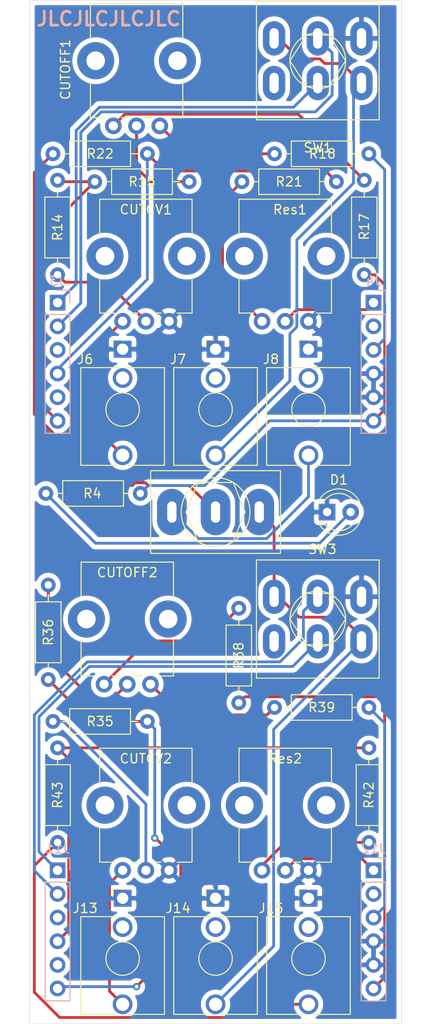
<source format=kicad_pcb>
(kicad_pcb (version 20171130) (host pcbnew "(5.1.9)-1")

  (general
    (thickness 1.6)
    (drawings 7)
    (tracks 161)
    (zones 0)
    (modules 33)
    (nets 46)
  )

  (page A4)
  (layers
    (0 F.Cu signal)
    (31 B.Cu signal)
    (32 B.Adhes user)
    (33 F.Adhes user)
    (34 B.Paste user)
    (35 F.Paste user)
    (36 B.SilkS user)
    (37 F.SilkS user)
    (38 B.Mask user)
    (39 F.Mask user)
    (40 Dwgs.User user)
    (41 Cmts.User user)
    (42 Eco1.User user)
    (43 Eco2.User user)
    (44 Edge.Cuts user)
    (45 Margin user)
    (46 B.CrtYd user)
    (47 F.CrtYd user)
    (48 B.Fab user)
    (49 F.Fab user)
  )

  (setup
    (last_trace_width 0.3)
    (user_trace_width 0.3)
    (user_trace_width 0.6)
    (trace_clearance 0.2)
    (zone_clearance 0.508)
    (zone_45_only no)
    (trace_min 0.2)
    (via_size 0.8)
    (via_drill 0.4)
    (via_min_size 0.4)
    (via_min_drill 0.3)
    (uvia_size 0.3)
    (uvia_drill 0.1)
    (uvias_allowed no)
    (uvia_min_size 0.2)
    (uvia_min_drill 0.1)
    (edge_width 0.05)
    (segment_width 0.2)
    (pcb_text_width 0.3)
    (pcb_text_size 1.5 1.5)
    (mod_edge_width 0.12)
    (mod_text_size 1 1)
    (mod_text_width 0.15)
    (pad_size 1.524 1.524)
    (pad_drill 0.762)
    (pad_to_mask_clearance 0)
    (aux_axis_origin 0 0)
    (visible_elements 7FFFFFFF)
    (pcbplotparams
      (layerselection 0x010fc_ffffffff)
      (usegerberextensions true)
      (usegerberattributes false)
      (usegerberadvancedattributes false)
      (creategerberjobfile false)
      (excludeedgelayer true)
      (linewidth 0.100000)
      (plotframeref false)
      (viasonmask false)
      (mode 1)
      (useauxorigin false)
      (hpglpennumber 1)
      (hpglpenspeed 20)
      (hpglpendiameter 15.000000)
      (psnegative false)
      (psa4output false)
      (plotreference true)
      (plotvalue false)
      (plotinvisibletext false)
      (padsonsilk false)
      (subtractmaskfromsilk true)
      (outputformat 1)
      (mirror false)
      (drillshape 0)
      (scaleselection 1)
      (outputdirectory "Gerber/"))
  )

  (net 0 "")
  (net 1 GND)
  (net 2 +12V)
  (net 3 -12V)
  (net 4 /HPass)
  (net 5 /Out1)
  (net 6 /Filtre2/HPass)
  (net 7 /Filtre2/Out1)
  (net 8 "Net-(CUTCV1-Pad2)")
  (net 9 /CVIn)
  (net 10 "Net-(CUTCV2-Pad2)")
  (net 11 /Filtre2/CVIn)
  (net 12 "Net-(CUTOFF1-Pad1)")
  (net 13 "Net-(CUTOFF1-Pad2)")
  (net 14 "Net-(CUTOFF1-Pad3)")
  (net 15 "Net-(CUTOFF2-Pad1)")
  (net 16 "Net-(CUTOFF2-Pad2)")
  (net 17 "Net-(CUTOFF2-Pad3)")
  (net 18 "Net-(D1-Pad2)")
  (net 19 /LPass)
  (net 20 /FilterOut)
  (net 21 /Cutoff)
  (net 22 /ResOut)
  (net 23 /FilterIn)
  (net 24 /JackOut)
  (net 25 "Net-(J6-PadTN)")
  (net 26 /Filtre2/LPass)
  (net 27 /Filtre2/FilterOut)
  (net 28 /Filtre2/Cutoff)
  (net 29 /Filtre2/ResOut)
  (net 30 Filter2In)
  (net 31 "Net-(R21-Pad1)")
  (net 32 "Net-(R42-Pad1)")
  (net 33 "Net-(SW1-Pad1)")
  (net 34 "Net-(SW3-Pad1)")
  (net 35 "Net-(J7-PadTN)")
  (net 36 "Net-(J8-PadTN)")
  (net 37 "Net-(J13-PadTN)")
  (net 38 "Net-(J14-PadTN)")
  (net 39 "Net-(J15-PadTN)")
  (net 40 "Net-(J4-Pad2)")
  (net 41 "Net-(J12-Pad2)")
  (net 42 "Net-(J3-Pad3)")
  (net 43 "Net-(J11-Pad3)")
  (net 44 "Net-(J3-Pad5)")
  (net 45 "Net-(J11-Pad5)")

  (net_class Default "This is the default net class."
    (clearance 0.2)
    (trace_width 0.3)
    (via_dia 0.8)
    (via_drill 0.4)
    (uvia_dia 0.3)
    (uvia_drill 0.1)
    (add_net +12V)
    (add_net -12V)
    (add_net /CVIn)
    (add_net /Cutoff)
    (add_net /FilterIn)
    (add_net /FilterOut)
    (add_net /Filtre2/CVIn)
    (add_net /Filtre2/Cutoff)
    (add_net /Filtre2/FilterOut)
    (add_net /Filtre2/HPass)
    (add_net /Filtre2/LPass)
    (add_net /Filtre2/Out1)
    (add_net /Filtre2/ResOut)
    (add_net /HPass)
    (add_net /JackOut)
    (add_net /LPass)
    (add_net /Out1)
    (add_net /ResOut)
    (add_net Filter2In)
    (add_net GND)
    (add_net "Net-(CUTCV1-Pad2)")
    (add_net "Net-(CUTCV2-Pad2)")
    (add_net "Net-(CUTOFF1-Pad1)")
    (add_net "Net-(CUTOFF1-Pad2)")
    (add_net "Net-(CUTOFF1-Pad3)")
    (add_net "Net-(CUTOFF2-Pad1)")
    (add_net "Net-(CUTOFF2-Pad2)")
    (add_net "Net-(CUTOFF2-Pad3)")
    (add_net "Net-(D1-Pad2)")
    (add_net "Net-(J11-Pad3)")
    (add_net "Net-(J11-Pad5)")
    (add_net "Net-(J12-Pad2)")
    (add_net "Net-(J13-PadTN)")
    (add_net "Net-(J14-PadTN)")
    (add_net "Net-(J15-PadTN)")
    (add_net "Net-(J3-Pad3)")
    (add_net "Net-(J3-Pad5)")
    (add_net "Net-(J4-Pad2)")
    (add_net "Net-(J6-PadTN)")
    (add_net "Net-(J7-PadTN)")
    (add_net "Net-(J8-PadTN)")
    (add_net "Net-(R21-Pad1)")
    (add_net "Net-(R42-Pad1)")
    (add_net "Net-(SW1-Pad1)")
    (add_net "Net-(SW3-Pad1)")
  )

  (net_class Power ""
    (clearance 0.2)
    (trace_width 0.6)
    (via_dia 0.8)
    (via_drill 0.4)
    (uvia_dia 0.3)
    (uvia_drill 0.1)
  )

  (module Potentiometer_THT:Potentiometer_Bourns_PTV09A-1_Single_Vertical (layer F.Cu) (tedit 5A3D4993) (tstamp 616544D8)
    (at 88 130 90)
    (descr "Potentiometer, vertical, Bourns PTV09A-1 Single, http://www.bourns.com/docs/Product-Datasheets/ptv09.pdf")
    (tags "Potentiometer vertical Bourns PTV09A-1 Single")
    (path /615732ED/615C97CA)
    (fp_text reference CUTCV2 (at 12 -2.5 180) (layer F.SilkS)
      (effects (font (size 1 1) (thickness 0.15)))
    )
    (fp_text value 100k (at 6.05 5.15 90) (layer F.Fab)
      (effects (font (size 1 1) (thickness 0.15)))
    )
    (fp_line (start 13.25 -9.15) (end -1.15 -9.15) (layer F.CrtYd) (width 0.05))
    (fp_line (start 13.25 4.15) (end 13.25 -9.15) (layer F.CrtYd) (width 0.05))
    (fp_line (start -1.15 4.15) (end 13.25 4.15) (layer F.CrtYd) (width 0.05))
    (fp_line (start -1.15 -9.15) (end -1.15 4.15) (layer F.CrtYd) (width 0.05))
    (fp_line (start 13.12 -7.47) (end 13.12 2.47) (layer F.SilkS) (width 0.12))
    (fp_line (start 0.88 0.87) (end 0.88 2.47) (layer F.SilkS) (width 0.12))
    (fp_line (start 0.88 -1.629) (end 0.88 -0.87) (layer F.SilkS) (width 0.12))
    (fp_line (start 0.88 -4.129) (end 0.88 -3.37) (layer F.SilkS) (width 0.12))
    (fp_line (start 0.88 -7.47) (end 0.88 -5.871) (layer F.SilkS) (width 0.12))
    (fp_line (start 9.255 2.47) (end 13.12 2.47) (layer F.SilkS) (width 0.12))
    (fp_line (start 0.88 2.47) (end 4.745 2.47) (layer F.SilkS) (width 0.12))
    (fp_line (start 9.255 -7.47) (end 13.12 -7.47) (layer F.SilkS) (width 0.12))
    (fp_line (start 0.88 -7.47) (end 4.745 -7.47) (layer F.SilkS) (width 0.12))
    (fp_line (start 13 -7.35) (end 1 -7.35) (layer F.Fab) (width 0.1))
    (fp_line (start 13 2.35) (end 13 -7.35) (layer F.Fab) (width 0.1))
    (fp_line (start 1 2.35) (end 13 2.35) (layer F.Fab) (width 0.1))
    (fp_line (start 1 -7.35) (end 1 2.35) (layer F.Fab) (width 0.1))
    (fp_circle (center 7.5 -2.5) (end 10.5 -2.5) (layer F.Fab) (width 0.1))
    (fp_text user %R (at 2 -2.5) (layer F.Fab)
      (effects (font (size 1 1) (thickness 0.15)))
    )
    (pad "" np_thru_hole circle (at 7 1.9 90) (size 4 4) (drill 2) (layers *.Cu *.Mask))
    (pad "" np_thru_hole circle (at 7 -6.9 90) (size 4 4) (drill 2) (layers *.Cu *.Mask))
    (pad 1 thru_hole circle (at 0 0 90) (size 1.8 1.8) (drill 1) (layers *.Cu *.Mask)
      (net 1 GND))
    (pad 2 thru_hole circle (at 0 -2.5 90) (size 1.8 1.8) (drill 1) (layers *.Cu *.Mask)
      (net 10 "Net-(CUTCV2-Pad2)"))
    (pad 3 thru_hole circle (at 0 -5 90) (size 1.8 1.8) (drill 1) (layers *.Cu *.Mask)
      (net 11 /Filtre2/CVIn))
    (model ${KISYS3DMOD}/Potentiometer_THT.3dshapes/Potentiometer_Bourns_PTV09A-1_Single_Vertical.wrl
      (at (xyz 0 0 0))
      (scale (xyz 1 1 1))
      (rotate (xyz 0 0 0))
    )
  )

  (module Resistor_THT:R_Axial_DIN0207_L6.3mm_D2.5mm_P10.16mm_Horizontal (layer F.Cu) (tedit 5AE5139B) (tstamp 6154E292)
    (at 95.5 101.84 270)
    (descr "Resistor, Axial_DIN0207 series, Axial, Horizontal, pin pitch=10.16mm, 0.25W = 1/4W, length*diameter=6.3*2.5mm^2, http://cdn-reichelt.de/documents/datenblatt/B400/1_4W%23YAG.pdf")
    (tags "Resistor Axial_DIN0207 series Axial Horizontal pin pitch 10.16mm 0.25W = 1/4W length 6.3mm diameter 2.5mm")
    (path /615732ED/615C97B7)
    (fp_text reference R38 (at 5.08 0 90) (layer F.SilkS)
      (effects (font (size 1 1) (thickness 0.15)))
    )
    (fp_text value 33k (at 5.08 2.37 90) (layer F.Fab)
      (effects (font (size 1 1) (thickness 0.15)))
    )
    (fp_line (start 11.21 -1.5) (end -1.05 -1.5) (layer F.CrtYd) (width 0.05))
    (fp_line (start 11.21 1.5) (end 11.21 -1.5) (layer F.CrtYd) (width 0.05))
    (fp_line (start -1.05 1.5) (end 11.21 1.5) (layer F.CrtYd) (width 0.05))
    (fp_line (start -1.05 -1.5) (end -1.05 1.5) (layer F.CrtYd) (width 0.05))
    (fp_line (start 9.12 0) (end 8.35 0) (layer F.SilkS) (width 0.12))
    (fp_line (start 1.04 0) (end 1.81 0) (layer F.SilkS) (width 0.12))
    (fp_line (start 8.35 -1.37) (end 1.81 -1.37) (layer F.SilkS) (width 0.12))
    (fp_line (start 8.35 1.37) (end 8.35 -1.37) (layer F.SilkS) (width 0.12))
    (fp_line (start 1.81 1.37) (end 8.35 1.37) (layer F.SilkS) (width 0.12))
    (fp_line (start 1.81 -1.37) (end 1.81 1.37) (layer F.SilkS) (width 0.12))
    (fp_line (start 10.16 0) (end 8.23 0) (layer F.Fab) (width 0.1))
    (fp_line (start 0 0) (end 1.93 0) (layer F.Fab) (width 0.1))
    (fp_line (start 8.23 -1.25) (end 1.93 -1.25) (layer F.Fab) (width 0.1))
    (fp_line (start 8.23 1.25) (end 8.23 -1.25) (layer F.Fab) (width 0.1))
    (fp_line (start 1.93 1.25) (end 8.23 1.25) (layer F.Fab) (width 0.1))
    (fp_line (start 1.93 -1.25) (end 1.93 1.25) (layer F.Fab) (width 0.1))
    (fp_text user %R (at 5.08 0 90) (layer F.Fab)
      (effects (font (size 1 1) (thickness 0.15)))
    )
    (pad 2 thru_hole oval (at 10.16 0 270) (size 1.6 1.6) (drill 0.8) (layers *.Cu *.Mask)
      (net 2 +12V))
    (pad 1 thru_hole circle (at 0 0 270) (size 1.6 1.6) (drill 0.8) (layers *.Cu *.Mask)
      (net 17 "Net-(CUTOFF2-Pad3)"))
    (model ${KISYS3DMOD}/Resistor_THT.3dshapes/R_Axial_DIN0207_L6.3mm_D2.5mm_P10.16mm_Horizontal.wrl
      (at (xyz 0 0 0))
      (scale (xyz 1 1 1))
      (rotate (xyz 0 0 0))
    )
  )

  (module Potentiometer_THT:Potentiometer_Bourns_PTV09A-1_Single_Vertical (layer F.Cu) (tedit 5A3D4993) (tstamp 6165498A)
    (at 86 110 90)
    (descr "Potentiometer, vertical, Bourns PTV09A-1 Single, http://www.bourns.com/docs/Product-Datasheets/ptv09.pdf")
    (tags "Potentiometer vertical Bourns PTV09A-1 Single")
    (path /615732ED/615C97A5)
    (fp_text reference CUTOFF2 (at 12 -2.5 180) (layer F.SilkS)
      (effects (font (size 1 1) (thickness 0.15)))
    )
    (fp_text value 100k (at 6.05 5.15 90) (layer F.Fab)
      (effects (font (size 1 1) (thickness 0.15)))
    )
    (fp_line (start 13.25 -9.15) (end -1.15 -9.15) (layer F.CrtYd) (width 0.05))
    (fp_line (start 13.25 4.15) (end 13.25 -9.15) (layer F.CrtYd) (width 0.05))
    (fp_line (start -1.15 4.15) (end 13.25 4.15) (layer F.CrtYd) (width 0.05))
    (fp_line (start -1.15 -9.15) (end -1.15 4.15) (layer F.CrtYd) (width 0.05))
    (fp_line (start 13.12 -7.47) (end 13.12 2.47) (layer F.SilkS) (width 0.12))
    (fp_line (start 0.88 0.87) (end 0.88 2.47) (layer F.SilkS) (width 0.12))
    (fp_line (start 0.88 -1.629) (end 0.88 -0.87) (layer F.SilkS) (width 0.12))
    (fp_line (start 0.88 -4.129) (end 0.88 -3.37) (layer F.SilkS) (width 0.12))
    (fp_line (start 0.88 -7.47) (end 0.88 -5.871) (layer F.SilkS) (width 0.12))
    (fp_line (start 9.255 2.47) (end 13.12 2.47) (layer F.SilkS) (width 0.12))
    (fp_line (start 0.88 2.47) (end 4.745 2.47) (layer F.SilkS) (width 0.12))
    (fp_line (start 9.255 -7.47) (end 13.12 -7.47) (layer F.SilkS) (width 0.12))
    (fp_line (start 0.88 -7.47) (end 4.745 -7.47) (layer F.SilkS) (width 0.12))
    (fp_line (start 13 -7.35) (end 1 -7.35) (layer F.Fab) (width 0.1))
    (fp_line (start 13 2.35) (end 13 -7.35) (layer F.Fab) (width 0.1))
    (fp_line (start 1 2.35) (end 13 2.35) (layer F.Fab) (width 0.1))
    (fp_line (start 1 -7.35) (end 1 2.35) (layer F.Fab) (width 0.1))
    (fp_circle (center 7.5 -2.5) (end 10.5 -2.5) (layer F.Fab) (width 0.1))
    (fp_text user %R (at 2 -2.5) (layer F.Fab)
      (effects (font (size 1 1) (thickness 0.15)))
    )
    (pad "" np_thru_hole circle (at 7 1.9 90) (size 4 4) (drill 2) (layers *.Cu *.Mask))
    (pad "" np_thru_hole circle (at 7 -6.9 90) (size 4 4) (drill 2) (layers *.Cu *.Mask))
    (pad 1 thru_hole circle (at 0 0 90) (size 1.8 1.8) (drill 1) (layers *.Cu *.Mask)
      (net 15 "Net-(CUTOFF2-Pad1)"))
    (pad 2 thru_hole circle (at 0 -2.5 90) (size 1.8 1.8) (drill 1) (layers *.Cu *.Mask)
      (net 16 "Net-(CUTOFF2-Pad2)"))
    (pad 3 thru_hole circle (at 0 -5 90) (size 1.8 1.8) (drill 1) (layers *.Cu *.Mask)
      (net 17 "Net-(CUTOFF2-Pad3)"))
    (model ${KISYS3DMOD}/Potentiometer_THT.3dshapes/Potentiometer_Bourns_PTV09A-1_Single_Vertical.wrl
      (at (xyz 0 0 0))
      (scale (xyz 1 1 1))
      (rotate (xyz 0 0 0))
    )
  )

  (module Connector_Audio:Jack_3.5mm_QingPu_WQP-PJ398SM_Vertical_CircularHoles (layer F.Cu) (tedit 5C2B6BB2) (tstamp 6153AE1F)
    (at 103 133)
    (descr "TRS 3.5mm, vertical, Thonkiconn, PCB mount, (http://www.qingpu-electronics.com/en/products/WQP-PJ398SM-362.html)")
    (tags "WQP-PJ398SM WQP-PJ301M-12 TRS 3.5mm mono vertical jack thonkiconn qingpu")
    (path /615732ED/615C991D)
    (fp_text reference J15 (at -4.03 1.08 180) (layer F.SilkS)
      (effects (font (size 1 1) (thickness 0.15)))
    )
    (fp_text value FilterOut2 (at 0 5 180) (layer F.Fab)
      (effects (font (size 1 1) (thickness 0.15)))
    )
    (fp_line (start 0 0) (end 0 2.03) (layer F.Fab) (width 0.1))
    (fp_circle (center 0 6.48) (end 1.8 6.48) (layer F.Fab) (width 0.1))
    (fp_line (start 4.5 2.03) (end -4.5 2.03) (layer F.Fab) (width 0.1))
    (fp_line (start 5 -1.42) (end -5 -1.42) (layer F.CrtYd) (width 0.05))
    (fp_line (start 5 12.98) (end -5 12.98) (layer F.CrtYd) (width 0.05))
    (fp_line (start 5 12.98) (end 5 -1.42) (layer F.CrtYd) (width 0.05))
    (fp_line (start 4.5 12.48) (end -4.5 12.48) (layer F.Fab) (width 0.1))
    (fp_line (start 4.5 12.48) (end 4.5 2.08) (layer F.Fab) (width 0.1))
    (fp_line (start -1.06 -1) (end -0.2 -1) (layer F.SilkS) (width 0.12))
    (fp_line (start -1.06 -1) (end -1.06 -0.2) (layer F.SilkS) (width 0.12))
    (fp_circle (center 0 6.48) (end 1.8 6.48) (layer F.SilkS) (width 0.12))
    (fp_line (start -0.35 1.98) (end -4.5 1.98) (layer F.SilkS) (width 0.12))
    (fp_line (start 4.5 1.98) (end 0.35 1.98) (layer F.SilkS) (width 0.12))
    (fp_line (start -0.5 12.48) (end -4.5 12.48) (layer F.SilkS) (width 0.12))
    (fp_line (start 4.5 12.48) (end 0.5 12.48) (layer F.SilkS) (width 0.12))
    (fp_line (start -1.41 6.02) (end -0.46 5.07) (layer Dwgs.User) (width 0.12))
    (fp_line (start -1.42 6.875) (end 0.4 5.06) (layer Dwgs.User) (width 0.12))
    (fp_line (start -1.07 7.49) (end 1.01 5.41) (layer Dwgs.User) (width 0.12))
    (fp_line (start -0.58 7.83) (end 1.36 5.89) (layer Dwgs.User) (width 0.12))
    (fp_line (start 0.09 7.96) (end 1.48 6.57) (layer Dwgs.User) (width 0.12))
    (fp_circle (center 0 6.48) (end 1.5 6.48) (layer Dwgs.User) (width 0.12))
    (fp_line (start 4.5 1.98) (end 4.5 12.48) (layer F.SilkS) (width 0.12))
    (fp_line (start -4.5 1.98) (end -4.5 12.48) (layer F.SilkS) (width 0.12))
    (fp_line (start -4.5 12.48) (end -4.5 2.08) (layer F.Fab) (width 0.1))
    (fp_line (start -5 12.98) (end -5 -1.42) (layer F.CrtYd) (width 0.05))
    (fp_text user %R (at 0 8 180) (layer F.Fab)
      (effects (font (size 1 1) (thickness 0.15)))
    )
    (fp_text user KEEPOUT (at 0 6.48) (layer Cmts.User)
      (effects (font (size 0.4 0.4) (thickness 0.051)))
    )
    (pad T thru_hole circle (at 0 11.4 180) (size 2.13 2.13) (drill 1.43) (layers *.Cu *.Mask)
      (net 27 /Filtre2/FilterOut))
    (pad S thru_hole rect (at 0 0 180) (size 1.93 1.83) (drill 1.22) (layers *.Cu *.Mask)
      (net 1 GND))
    (pad TN thru_hole circle (at 0 3.1 180) (size 2.13 2.13) (drill 1.42) (layers *.Cu *.Mask)
      (net 39 "Net-(J15-PadTN)"))
    (model ${KISYS3DMOD}/Connector_Audio.3dshapes/Jack_3.5mm_QingPu_WQP-PJ398SM_Vertical.wrl
      (at (xyz 0 0 0))
      (scale (xyz 1 1 1))
      (rotate (xyz 0 0 0))
    )
  )

  (module Connector_Audio:Jack_3.5mm_QingPu_WQP-PJ398SM_Vertical_CircularHoles (layer F.Cu) (tedit 5C2B6BB2) (tstamp 6153ADFD)
    (at 93 133)
    (descr "TRS 3.5mm, vertical, Thonkiconn, PCB mount, (http://www.qingpu-electronics.com/en/products/WQP-PJ398SM-362.html)")
    (tags "WQP-PJ398SM WQP-PJ301M-12 TRS 3.5mm mono vertical jack thonkiconn qingpu")
    (path /615732ED/615C992E)
    (fp_text reference J14 (at -4.03 1.08 180) (layer F.SilkS)
      (effects (font (size 1 1) (thickness 0.15)))
    )
    (fp_text value FilterIn2 (at 0 5 180) (layer F.Fab)
      (effects (font (size 1 1) (thickness 0.15)))
    )
    (fp_line (start 0 0) (end 0 2.03) (layer F.Fab) (width 0.1))
    (fp_circle (center 0 6.48) (end 1.8 6.48) (layer F.Fab) (width 0.1))
    (fp_line (start 4.5 2.03) (end -4.5 2.03) (layer F.Fab) (width 0.1))
    (fp_line (start 5 -1.42) (end -5 -1.42) (layer F.CrtYd) (width 0.05))
    (fp_line (start 5 12.98) (end -5 12.98) (layer F.CrtYd) (width 0.05))
    (fp_line (start 5 12.98) (end 5 -1.42) (layer F.CrtYd) (width 0.05))
    (fp_line (start 4.5 12.48) (end -4.5 12.48) (layer F.Fab) (width 0.1))
    (fp_line (start 4.5 12.48) (end 4.5 2.08) (layer F.Fab) (width 0.1))
    (fp_line (start -1.06 -1) (end -0.2 -1) (layer F.SilkS) (width 0.12))
    (fp_line (start -1.06 -1) (end -1.06 -0.2) (layer F.SilkS) (width 0.12))
    (fp_circle (center 0 6.48) (end 1.8 6.48) (layer F.SilkS) (width 0.12))
    (fp_line (start -0.35 1.98) (end -4.5 1.98) (layer F.SilkS) (width 0.12))
    (fp_line (start 4.5 1.98) (end 0.35 1.98) (layer F.SilkS) (width 0.12))
    (fp_line (start -0.5 12.48) (end -4.5 12.48) (layer F.SilkS) (width 0.12))
    (fp_line (start 4.5 12.48) (end 0.5 12.48) (layer F.SilkS) (width 0.12))
    (fp_line (start -1.41 6.02) (end -0.46 5.07) (layer Dwgs.User) (width 0.12))
    (fp_line (start -1.42 6.875) (end 0.4 5.06) (layer Dwgs.User) (width 0.12))
    (fp_line (start -1.07 7.49) (end 1.01 5.41) (layer Dwgs.User) (width 0.12))
    (fp_line (start -0.58 7.83) (end 1.36 5.89) (layer Dwgs.User) (width 0.12))
    (fp_line (start 0.09 7.96) (end 1.48 6.57) (layer Dwgs.User) (width 0.12))
    (fp_circle (center 0 6.48) (end 1.5 6.48) (layer Dwgs.User) (width 0.12))
    (fp_line (start 4.5 1.98) (end 4.5 12.48) (layer F.SilkS) (width 0.12))
    (fp_line (start -4.5 1.98) (end -4.5 12.48) (layer F.SilkS) (width 0.12))
    (fp_line (start -4.5 12.48) (end -4.5 2.08) (layer F.Fab) (width 0.1))
    (fp_line (start -5 12.98) (end -5 -1.42) (layer F.CrtYd) (width 0.05))
    (fp_text user %R (at 0 8 180) (layer F.Fab)
      (effects (font (size 1 1) (thickness 0.15)))
    )
    (fp_text user KEEPOUT (at 0 6.48) (layer Cmts.User)
      (effects (font (size 0.4 0.4) (thickness 0.051)))
    )
    (pad T thru_hole circle (at 0 11.4 180) (size 2.13 2.13) (drill 1.43) (layers *.Cu *.Mask)
      (net 30 Filter2In))
    (pad S thru_hole rect (at 0 0 180) (size 1.93 1.83) (drill 1.22) (layers *.Cu *.Mask)
      (net 1 GND))
    (pad TN thru_hole circle (at 0 3.1 180) (size 2.13 2.13) (drill 1.42) (layers *.Cu *.Mask)
      (net 38 "Net-(J14-PadTN)"))
    (model ${KISYS3DMOD}/Connector_Audio.3dshapes/Jack_3.5mm_QingPu_WQP-PJ398SM_Vertical.wrl
      (at (xyz 0 0 0))
      (scale (xyz 1 1 1))
      (rotate (xyz 0 0 0))
    )
  )

  (module Connector_Audio:Jack_3.5mm_QingPu_WQP-PJ398SM_Vertical_CircularHoles (layer F.Cu) (tedit 5C2B6BB2) (tstamp 6153ADDB)
    (at 83 133)
    (descr "TRS 3.5mm, vertical, Thonkiconn, PCB mount, (http://www.qingpu-electronics.com/en/products/WQP-PJ398SM-362.html)")
    (tags "WQP-PJ398SM WQP-PJ301M-12 TRS 3.5mm mono vertical jack thonkiconn qingpu")
    (path /615732ED/615C98F3)
    (fp_text reference J13 (at -4.03 1.08 180) (layer F.SilkS)
      (effects (font (size 1 1) (thickness 0.15)))
    )
    (fp_text value FilterCV2 (at 0 5 180) (layer F.Fab)
      (effects (font (size 1 1) (thickness 0.15)))
    )
    (fp_line (start 0 0) (end 0 2.03) (layer F.Fab) (width 0.1))
    (fp_circle (center 0 6.48) (end 1.8 6.48) (layer F.Fab) (width 0.1))
    (fp_line (start 4.5 2.03) (end -4.5 2.03) (layer F.Fab) (width 0.1))
    (fp_line (start 5 -1.42) (end -5 -1.42) (layer F.CrtYd) (width 0.05))
    (fp_line (start 5 12.98) (end -5 12.98) (layer F.CrtYd) (width 0.05))
    (fp_line (start 5 12.98) (end 5 -1.42) (layer F.CrtYd) (width 0.05))
    (fp_line (start 4.5 12.48) (end -4.5 12.48) (layer F.Fab) (width 0.1))
    (fp_line (start 4.5 12.48) (end 4.5 2.08) (layer F.Fab) (width 0.1))
    (fp_line (start -1.06 -1) (end -0.2 -1) (layer F.SilkS) (width 0.12))
    (fp_line (start -1.06 -1) (end -1.06 -0.2) (layer F.SilkS) (width 0.12))
    (fp_circle (center 0 6.48) (end 1.8 6.48) (layer F.SilkS) (width 0.12))
    (fp_line (start -0.35 1.98) (end -4.5 1.98) (layer F.SilkS) (width 0.12))
    (fp_line (start 4.5 1.98) (end 0.35 1.98) (layer F.SilkS) (width 0.12))
    (fp_line (start -0.5 12.48) (end -4.5 12.48) (layer F.SilkS) (width 0.12))
    (fp_line (start 4.5 12.48) (end 0.5 12.48) (layer F.SilkS) (width 0.12))
    (fp_line (start -1.41 6.02) (end -0.46 5.07) (layer Dwgs.User) (width 0.12))
    (fp_line (start -1.42 6.875) (end 0.4 5.06) (layer Dwgs.User) (width 0.12))
    (fp_line (start -1.07 7.49) (end 1.01 5.41) (layer Dwgs.User) (width 0.12))
    (fp_line (start -0.58 7.83) (end 1.36 5.89) (layer Dwgs.User) (width 0.12))
    (fp_line (start 0.09 7.96) (end 1.48 6.57) (layer Dwgs.User) (width 0.12))
    (fp_circle (center 0 6.48) (end 1.5 6.48) (layer Dwgs.User) (width 0.12))
    (fp_line (start 4.5 1.98) (end 4.5 12.48) (layer F.SilkS) (width 0.12))
    (fp_line (start -4.5 1.98) (end -4.5 12.48) (layer F.SilkS) (width 0.12))
    (fp_line (start -4.5 12.48) (end -4.5 2.08) (layer F.Fab) (width 0.1))
    (fp_line (start -5 12.98) (end -5 -1.42) (layer F.CrtYd) (width 0.05))
    (fp_text user %R (at 0 8 180) (layer F.Fab)
      (effects (font (size 1 1) (thickness 0.15)))
    )
    (fp_text user KEEPOUT (at 0 6.48) (layer Cmts.User)
      (effects (font (size 0.4 0.4) (thickness 0.051)))
    )
    (pad T thru_hole circle (at 0 11.4 180) (size 2.13 2.13) (drill 1.43) (layers *.Cu *.Mask)
      (net 11 /Filtre2/CVIn))
    (pad S thru_hole rect (at 0 0 180) (size 1.93 1.83) (drill 1.22) (layers *.Cu *.Mask)
      (net 1 GND))
    (pad TN thru_hole circle (at 0 3.1 180) (size 2.13 2.13) (drill 1.42) (layers *.Cu *.Mask)
      (net 37 "Net-(J13-PadTN)"))
    (model ${KISYS3DMOD}/Connector_Audio.3dshapes/Jack_3.5mm_QingPu_WQP-PJ398SM_Vertical.wrl
      (at (xyz 0 0 0))
      (scale (xyz 1 1 1))
      (rotate (xyz 0 0 0))
    )
  )

  (module Connector_PinHeader_2.54mm:PinHeader_1x06_P2.54mm_Vertical (layer B.Cu) (tedit 59FED5CC) (tstamp 6153ADB9)
    (at 110 130 180)
    (descr "Through hole straight pin header, 1x06, 2.54mm pitch, single row")
    (tags "Through hole pin header THT 1x06 2.54mm single row")
    (path /615732ED/615D92D7)
    (fp_text reference J12 (at 0 2.33) (layer B.SilkS)
      (effects (font (size 1 1) (thickness 0.15)) (justify mirror))
    )
    (fp_text value Conn_JackBoard (at 0 -15.03) (layer B.Fab)
      (effects (font (size 1 1) (thickness 0.15)) (justify mirror))
    )
    (fp_line (start 1.8 1.8) (end -1.8 1.8) (layer B.CrtYd) (width 0.05))
    (fp_line (start 1.8 -14.5) (end 1.8 1.8) (layer B.CrtYd) (width 0.05))
    (fp_line (start -1.8 -14.5) (end 1.8 -14.5) (layer B.CrtYd) (width 0.05))
    (fp_line (start -1.8 1.8) (end -1.8 -14.5) (layer B.CrtYd) (width 0.05))
    (fp_line (start -1.33 1.33) (end 0 1.33) (layer B.SilkS) (width 0.12))
    (fp_line (start -1.33 0) (end -1.33 1.33) (layer B.SilkS) (width 0.12))
    (fp_line (start -1.33 -1.27) (end 1.33 -1.27) (layer B.SilkS) (width 0.12))
    (fp_line (start 1.33 -1.27) (end 1.33 -14.03) (layer B.SilkS) (width 0.12))
    (fp_line (start -1.33 -1.27) (end -1.33 -14.03) (layer B.SilkS) (width 0.12))
    (fp_line (start -1.33 -14.03) (end 1.33 -14.03) (layer B.SilkS) (width 0.12))
    (fp_line (start -1.27 0.635) (end -0.635 1.27) (layer B.Fab) (width 0.1))
    (fp_line (start -1.27 -13.97) (end -1.27 0.635) (layer B.Fab) (width 0.1))
    (fp_line (start 1.27 -13.97) (end -1.27 -13.97) (layer B.Fab) (width 0.1))
    (fp_line (start 1.27 1.27) (end 1.27 -13.97) (layer B.Fab) (width 0.1))
    (fp_line (start -0.635 1.27) (end 1.27 1.27) (layer B.Fab) (width 0.1))
    (fp_text user %R (at 0 -6.35 270) (layer B.Fab)
      (effects (font (size 1 1) (thickness 0.15)) (justify mirror))
    )
    (pad 6 thru_hole oval (at 0 -12.7 180) (size 1.7 1.7) (drill 1) (layers *.Cu *.Mask)
      (net 2 +12V))
    (pad 5 thru_hole oval (at 0 -10.16 180) (size 1.7 1.7) (drill 1) (layers *.Cu *.Mask)
      (net 1 GND))
    (pad 4 thru_hole oval (at 0 -7.62 180) (size 1.7 1.7) (drill 1) (layers *.Cu *.Mask)
      (net 1 GND))
    (pad 3 thru_hole oval (at 0 -5.08 180) (size 1.7 1.7) (drill 1) (layers *.Cu *.Mask)
      (net 3 -12V))
    (pad 2 thru_hole oval (at 0 -2.54 180) (size 1.7 1.7) (drill 1) (layers *.Cu *.Mask)
      (net 41 "Net-(J12-Pad2)"))
    (pad 1 thru_hole rect (at 0 0 180) (size 1.7 1.7) (drill 1) (layers *.Cu *.Mask)
      (net 29 /Filtre2/ResOut))
    (model ${KISYS3DMOD}/Connector_PinHeader_2.54mm.3dshapes/PinHeader_1x06_P2.54mm_Vertical.wrl
      (at (xyz 0 0 0))
      (scale (xyz 1 1 1))
      (rotate (xyz 0 0 0))
    )
  )

  (module Connector_PinHeader_2.54mm:PinHeader_1x06_P2.54mm_Vertical (layer B.Cu) (tedit 59FED5CC) (tstamp 6152768D)
    (at 76 130 180)
    (descr "Through hole straight pin header, 1x06, 2.54mm pitch, single row")
    (tags "Through hole pin header THT 1x06 2.54mm single row")
    (path /615732ED/615D92D1)
    (fp_text reference J11 (at 0 2.33) (layer B.SilkS)
      (effects (font (size 1 1) (thickness 0.15)) (justify mirror))
    )
    (fp_text value Conn_JackBoard (at 0 -15.03) (layer B.Fab)
      (effects (font (size 1 1) (thickness 0.15)) (justify mirror))
    )
    (fp_line (start 1.8 1.8) (end -1.8 1.8) (layer B.CrtYd) (width 0.05))
    (fp_line (start 1.8 -14.5) (end 1.8 1.8) (layer B.CrtYd) (width 0.05))
    (fp_line (start -1.8 -14.5) (end 1.8 -14.5) (layer B.CrtYd) (width 0.05))
    (fp_line (start -1.8 1.8) (end -1.8 -14.5) (layer B.CrtYd) (width 0.05))
    (fp_line (start -1.33 1.33) (end 0 1.33) (layer B.SilkS) (width 0.12))
    (fp_line (start -1.33 0) (end -1.33 1.33) (layer B.SilkS) (width 0.12))
    (fp_line (start -1.33 -1.27) (end 1.33 -1.27) (layer B.SilkS) (width 0.12))
    (fp_line (start 1.33 -1.27) (end 1.33 -14.03) (layer B.SilkS) (width 0.12))
    (fp_line (start -1.33 -1.27) (end -1.33 -14.03) (layer B.SilkS) (width 0.12))
    (fp_line (start -1.33 -14.03) (end 1.33 -14.03) (layer B.SilkS) (width 0.12))
    (fp_line (start -1.27 0.635) (end -0.635 1.27) (layer B.Fab) (width 0.1))
    (fp_line (start -1.27 -13.97) (end -1.27 0.635) (layer B.Fab) (width 0.1))
    (fp_line (start 1.27 -13.97) (end -1.27 -13.97) (layer B.Fab) (width 0.1))
    (fp_line (start 1.27 1.27) (end 1.27 -13.97) (layer B.Fab) (width 0.1))
    (fp_line (start -0.635 1.27) (end 1.27 1.27) (layer B.Fab) (width 0.1))
    (fp_text user %R (at 0 -6.35 270) (layer B.Fab)
      (effects (font (size 1 1) (thickness 0.15)) (justify mirror))
    )
    (pad 6 thru_hole oval (at 0 -12.7 180) (size 1.7 1.7) (drill 1) (layers *.Cu *.Mask)
      (net 28 /Filtre2/Cutoff))
    (pad 5 thru_hole oval (at 0 -10.16 180) (size 1.7 1.7) (drill 1) (layers *.Cu *.Mask)
      (net 45 "Net-(J11-Pad5)"))
    (pad 4 thru_hole oval (at 0 -7.62 180) (size 1.7 1.7) (drill 1) (layers *.Cu *.Mask)
      (net 7 /Filtre2/Out1))
    (pad 3 thru_hole oval (at 0 -5.08 180) (size 1.7 1.7) (drill 1) (layers *.Cu *.Mask)
      (net 43 "Net-(J11-Pad3)"))
    (pad 2 thru_hole oval (at 0 -2.54 180) (size 1.7 1.7) (drill 1) (layers *.Cu *.Mask)
      (net 6 /Filtre2/HPass))
    (pad 1 thru_hole rect (at 0 0 180) (size 1.7 1.7) (drill 1) (layers *.Cu *.Mask)
      (net 26 /Filtre2/LPass))
    (model ${KISYS3DMOD}/Connector_PinHeader_2.54mm.3dshapes/PinHeader_1x06_P2.54mm_Vertical.wrl
      (at (xyz 0 0 0))
      (scale (xyz 1 1 1))
      (rotate (xyz 0 0 0))
    )
  )

  (module Connector_Audio:Jack_3.5mm_QingPu_WQP-PJ398SM_Vertical_CircularHoles (layer F.Cu) (tedit 5C2B6BB2) (tstamp 61527627)
    (at 103 74)
    (descr "TRS 3.5mm, vertical, Thonkiconn, PCB mount, (http://www.qingpu-electronics.com/en/products/WQP-PJ398SM-362.html)")
    (tags "WQP-PJ398SM WQP-PJ301M-12 TRS 3.5mm mono vertical jack thonkiconn qingpu")
    (path /615095A8)
    (fp_text reference J8 (at -4.03 1.08 180) (layer F.SilkS)
      (effects (font (size 1 1) (thickness 0.15)))
    )
    (fp_text value FilterOut1 (at 0 5 180) (layer F.Fab)
      (effects (font (size 1 1) (thickness 0.15)))
    )
    (fp_line (start 0 0) (end 0 2.03) (layer F.Fab) (width 0.1))
    (fp_circle (center 0 6.48) (end 1.8 6.48) (layer F.Fab) (width 0.1))
    (fp_line (start 4.5 2.03) (end -4.5 2.03) (layer F.Fab) (width 0.1))
    (fp_line (start 5 -1.42) (end -5 -1.42) (layer F.CrtYd) (width 0.05))
    (fp_line (start 5 12.98) (end -5 12.98) (layer F.CrtYd) (width 0.05))
    (fp_line (start 5 12.98) (end 5 -1.42) (layer F.CrtYd) (width 0.05))
    (fp_line (start 4.5 12.48) (end -4.5 12.48) (layer F.Fab) (width 0.1))
    (fp_line (start 4.5 12.48) (end 4.5 2.08) (layer F.Fab) (width 0.1))
    (fp_line (start -1.06 -1) (end -0.2 -1) (layer F.SilkS) (width 0.12))
    (fp_line (start -1.06 -1) (end -1.06 -0.2) (layer F.SilkS) (width 0.12))
    (fp_circle (center 0 6.48) (end 1.8 6.48) (layer F.SilkS) (width 0.12))
    (fp_line (start -0.35 1.98) (end -4.5 1.98) (layer F.SilkS) (width 0.12))
    (fp_line (start 4.5 1.98) (end 0.35 1.98) (layer F.SilkS) (width 0.12))
    (fp_line (start -0.5 12.48) (end -4.5 12.48) (layer F.SilkS) (width 0.12))
    (fp_line (start 4.5 12.48) (end 0.5 12.48) (layer F.SilkS) (width 0.12))
    (fp_line (start -1.41 6.02) (end -0.46 5.07) (layer Dwgs.User) (width 0.12))
    (fp_line (start -1.42 6.875) (end 0.4 5.06) (layer Dwgs.User) (width 0.12))
    (fp_line (start -1.07 7.49) (end 1.01 5.41) (layer Dwgs.User) (width 0.12))
    (fp_line (start -0.58 7.83) (end 1.36 5.89) (layer Dwgs.User) (width 0.12))
    (fp_line (start 0.09 7.96) (end 1.48 6.57) (layer Dwgs.User) (width 0.12))
    (fp_circle (center 0 6.48) (end 1.5 6.48) (layer Dwgs.User) (width 0.12))
    (fp_line (start 4.5 1.98) (end 4.5 12.48) (layer F.SilkS) (width 0.12))
    (fp_line (start -4.5 1.98) (end -4.5 12.48) (layer F.SilkS) (width 0.12))
    (fp_line (start -4.5 12.48) (end -4.5 2.08) (layer F.Fab) (width 0.1))
    (fp_line (start -5 12.98) (end -5 -1.42) (layer F.CrtYd) (width 0.05))
    (fp_text user %R (at 0 8 180) (layer F.Fab)
      (effects (font (size 1 1) (thickness 0.15)))
    )
    (fp_text user KEEPOUT (at 0 6.48) (layer Cmts.User)
      (effects (font (size 0.4 0.4) (thickness 0.051)))
    )
    (pad T thru_hole circle (at 0 11.4 180) (size 2.13 2.13) (drill 1.43) (layers *.Cu *.Mask)
      (net 24 /JackOut))
    (pad S thru_hole rect (at 0 0 180) (size 1.93 1.83) (drill 1.22) (layers *.Cu *.Mask)
      (net 1 GND))
    (pad TN thru_hole circle (at 0 3.1 180) (size 2.13 2.13) (drill 1.42) (layers *.Cu *.Mask)
      (net 36 "Net-(J8-PadTN)"))
    (model ${KISYS3DMOD}/Connector_Audio.3dshapes/Jack_3.5mm_QingPu_WQP-PJ398SM_Vertical.wrl
      (at (xyz 0 0 0))
      (scale (xyz 1 1 1))
      (rotate (xyz 0 0 0))
    )
  )

  (module Connector_Audio:Jack_3.5mm_QingPu_WQP-PJ398SM_Vertical_CircularHoles (layer F.Cu) (tedit 5C2B6BB2) (tstamp 61527607)
    (at 93 74)
    (descr "TRS 3.5mm, vertical, Thonkiconn, PCB mount, (http://www.qingpu-electronics.com/en/products/WQP-PJ398SM-362.html)")
    (tags "WQP-PJ398SM WQP-PJ301M-12 TRS 3.5mm mono vertical jack thonkiconn qingpu")
    (path /615283DF)
    (fp_text reference J7 (at -4.03 1.08 180) (layer F.SilkS)
      (effects (font (size 1 1) (thickness 0.15)))
    )
    (fp_text value FilterIn1 (at 0 5 180) (layer F.Fab)
      (effects (font (size 1 1) (thickness 0.15)))
    )
    (fp_line (start 0 0) (end 0 2.03) (layer F.Fab) (width 0.1))
    (fp_circle (center 0 6.48) (end 1.8 6.48) (layer F.Fab) (width 0.1))
    (fp_line (start 4.5 2.03) (end -4.5 2.03) (layer F.Fab) (width 0.1))
    (fp_line (start 5 -1.42) (end -5 -1.42) (layer F.CrtYd) (width 0.05))
    (fp_line (start 5 12.98) (end -5 12.98) (layer F.CrtYd) (width 0.05))
    (fp_line (start 5 12.98) (end 5 -1.42) (layer F.CrtYd) (width 0.05))
    (fp_line (start 4.5 12.48) (end -4.5 12.48) (layer F.Fab) (width 0.1))
    (fp_line (start 4.5 12.48) (end 4.5 2.08) (layer F.Fab) (width 0.1))
    (fp_line (start -1.06 -1) (end -0.2 -1) (layer F.SilkS) (width 0.12))
    (fp_line (start -1.06 -1) (end -1.06 -0.2) (layer F.SilkS) (width 0.12))
    (fp_circle (center 0 6.48) (end 1.8 6.48) (layer F.SilkS) (width 0.12))
    (fp_line (start -0.35 1.98) (end -4.5 1.98) (layer F.SilkS) (width 0.12))
    (fp_line (start 4.5 1.98) (end 0.35 1.98) (layer F.SilkS) (width 0.12))
    (fp_line (start -0.5 12.48) (end -4.5 12.48) (layer F.SilkS) (width 0.12))
    (fp_line (start 4.5 12.48) (end 0.5 12.48) (layer F.SilkS) (width 0.12))
    (fp_line (start -1.41 6.02) (end -0.46 5.07) (layer Dwgs.User) (width 0.12))
    (fp_line (start -1.42 6.875) (end 0.4 5.06) (layer Dwgs.User) (width 0.12))
    (fp_line (start -1.07 7.49) (end 1.01 5.41) (layer Dwgs.User) (width 0.12))
    (fp_line (start -0.58 7.83) (end 1.36 5.89) (layer Dwgs.User) (width 0.12))
    (fp_line (start 0.09 7.96) (end 1.48 6.57) (layer Dwgs.User) (width 0.12))
    (fp_circle (center 0 6.48) (end 1.5 6.48) (layer Dwgs.User) (width 0.12))
    (fp_line (start 4.5 1.98) (end 4.5 12.48) (layer F.SilkS) (width 0.12))
    (fp_line (start -4.5 1.98) (end -4.5 12.48) (layer F.SilkS) (width 0.12))
    (fp_line (start -4.5 12.48) (end -4.5 2.08) (layer F.Fab) (width 0.1))
    (fp_line (start -5 12.98) (end -5 -1.42) (layer F.CrtYd) (width 0.05))
    (fp_text user %R (at 0 8 180) (layer F.Fab)
      (effects (font (size 1 1) (thickness 0.15)))
    )
    (fp_text user KEEPOUT (at 0 6.48) (layer Cmts.User)
      (effects (font (size 0.4 0.4) (thickness 0.051)))
    )
    (pad T thru_hole circle (at 0 11.4 180) (size 2.13 2.13) (drill 1.43) (layers *.Cu *.Mask)
      (net 23 /FilterIn))
    (pad S thru_hole rect (at 0 0 180) (size 1.93 1.83) (drill 1.22) (layers *.Cu *.Mask)
      (net 1 GND))
    (pad TN thru_hole circle (at 0 3.1 180) (size 2.13 2.13) (drill 1.42) (layers *.Cu *.Mask)
      (net 35 "Net-(J7-PadTN)"))
    (model ${KISYS3DMOD}/Connector_Audio.3dshapes/Jack_3.5mm_QingPu_WQP-PJ398SM_Vertical.wrl
      (at (xyz 0 0 0))
      (scale (xyz 1 1 1))
      (rotate (xyz 0 0 0))
    )
  )

  (module Connector_PinHeader_2.54mm:PinHeader_1x06_P2.54mm_Vertical (layer B.Cu) (tedit 59FED5CC) (tstamp 615275A3)
    (at 110 69 180)
    (descr "Through hole straight pin header, 1x06, 2.54mm pitch, single row")
    (tags "Through hole pin header THT 1x06 2.54mm single row")
    (path /61594344)
    (fp_text reference J4 (at 0 2.33) (layer B.SilkS)
      (effects (font (size 1 1) (thickness 0.15)) (justify mirror))
    )
    (fp_text value Conn_JackBoard (at 0 -15.03) (layer B.Fab)
      (effects (font (size 1 1) (thickness 0.15)) (justify mirror))
    )
    (fp_line (start 1.8 1.8) (end -1.8 1.8) (layer B.CrtYd) (width 0.05))
    (fp_line (start 1.8 -14.5) (end 1.8 1.8) (layer B.CrtYd) (width 0.05))
    (fp_line (start -1.8 -14.5) (end 1.8 -14.5) (layer B.CrtYd) (width 0.05))
    (fp_line (start -1.8 1.8) (end -1.8 -14.5) (layer B.CrtYd) (width 0.05))
    (fp_line (start -1.33 1.33) (end 0 1.33) (layer B.SilkS) (width 0.12))
    (fp_line (start -1.33 0) (end -1.33 1.33) (layer B.SilkS) (width 0.12))
    (fp_line (start -1.33 -1.27) (end 1.33 -1.27) (layer B.SilkS) (width 0.12))
    (fp_line (start 1.33 -1.27) (end 1.33 -14.03) (layer B.SilkS) (width 0.12))
    (fp_line (start -1.33 -1.27) (end -1.33 -14.03) (layer B.SilkS) (width 0.12))
    (fp_line (start -1.33 -14.03) (end 1.33 -14.03) (layer B.SilkS) (width 0.12))
    (fp_line (start -1.27 0.635) (end -0.635 1.27) (layer B.Fab) (width 0.1))
    (fp_line (start -1.27 -13.97) (end -1.27 0.635) (layer B.Fab) (width 0.1))
    (fp_line (start 1.27 -13.97) (end -1.27 -13.97) (layer B.Fab) (width 0.1))
    (fp_line (start 1.27 1.27) (end 1.27 -13.97) (layer B.Fab) (width 0.1))
    (fp_line (start -0.635 1.27) (end 1.27 1.27) (layer B.Fab) (width 0.1))
    (fp_text user %R (at 0 -6.35 270) (layer B.Fab)
      (effects (font (size 1 1) (thickness 0.15)) (justify mirror))
    )
    (pad 6 thru_hole oval (at 0 -12.7 180) (size 1.7 1.7) (drill 1) (layers *.Cu *.Mask)
      (net 2 +12V))
    (pad 5 thru_hole oval (at 0 -10.16 180) (size 1.7 1.7) (drill 1) (layers *.Cu *.Mask)
      (net 1 GND))
    (pad 4 thru_hole oval (at 0 -7.62 180) (size 1.7 1.7) (drill 1) (layers *.Cu *.Mask)
      (net 1 GND))
    (pad 3 thru_hole oval (at 0 -5.08 180) (size 1.7 1.7) (drill 1) (layers *.Cu *.Mask)
      (net 3 -12V))
    (pad 2 thru_hole oval (at 0 -2.54 180) (size 1.7 1.7) (drill 1) (layers *.Cu *.Mask)
      (net 40 "Net-(J4-Pad2)"))
    (pad 1 thru_hole rect (at 0 0 180) (size 1.7 1.7) (drill 1) (layers *.Cu *.Mask)
      (net 22 /ResOut))
    (model ${KISYS3DMOD}/Connector_PinHeader_2.54mm.3dshapes/PinHeader_1x06_P2.54mm_Vertical.wrl
      (at (xyz 0 0 0))
      (scale (xyz 1 1 1))
      (rotate (xyz 0 0 0))
    )
  )

  (module Connector_PinHeader_2.54mm:PinHeader_1x06_P2.54mm_Vertical (layer B.Cu) (tedit 59FED5CC) (tstamp 61527581)
    (at 76 69 180)
    (descr "Through hole straight pin header, 1x06, 2.54mm pitch, single row")
    (tags "Through hole pin header THT 1x06 2.54mm single row")
    (path /6153BC58)
    (fp_text reference J3 (at 0 2.33) (layer B.SilkS)
      (effects (font (size 1 1) (thickness 0.15)) (justify mirror))
    )
    (fp_text value Conn_JackBoard (at 0 -15.03) (layer B.Fab)
      (effects (font (size 1 1) (thickness 0.15)) (justify mirror))
    )
    (fp_line (start 1.8 1.8) (end -1.8 1.8) (layer B.CrtYd) (width 0.05))
    (fp_line (start 1.8 -14.5) (end 1.8 1.8) (layer B.CrtYd) (width 0.05))
    (fp_line (start -1.8 -14.5) (end 1.8 -14.5) (layer B.CrtYd) (width 0.05))
    (fp_line (start -1.8 1.8) (end -1.8 -14.5) (layer B.CrtYd) (width 0.05))
    (fp_line (start -1.33 1.33) (end 0 1.33) (layer B.SilkS) (width 0.12))
    (fp_line (start -1.33 0) (end -1.33 1.33) (layer B.SilkS) (width 0.12))
    (fp_line (start -1.33 -1.27) (end 1.33 -1.27) (layer B.SilkS) (width 0.12))
    (fp_line (start 1.33 -1.27) (end 1.33 -14.03) (layer B.SilkS) (width 0.12))
    (fp_line (start -1.33 -1.27) (end -1.33 -14.03) (layer B.SilkS) (width 0.12))
    (fp_line (start -1.33 -14.03) (end 1.33 -14.03) (layer B.SilkS) (width 0.12))
    (fp_line (start -1.27 0.635) (end -0.635 1.27) (layer B.Fab) (width 0.1))
    (fp_line (start -1.27 -13.97) (end -1.27 0.635) (layer B.Fab) (width 0.1))
    (fp_line (start 1.27 -13.97) (end -1.27 -13.97) (layer B.Fab) (width 0.1))
    (fp_line (start 1.27 1.27) (end 1.27 -13.97) (layer B.Fab) (width 0.1))
    (fp_line (start -0.635 1.27) (end 1.27 1.27) (layer B.Fab) (width 0.1))
    (fp_text user %R (at 0 -6.35 270) (layer B.Fab)
      (effects (font (size 1 1) (thickness 0.15)) (justify mirror))
    )
    (pad 6 thru_hole oval (at 0 -12.7 180) (size 1.7 1.7) (drill 1) (layers *.Cu *.Mask)
      (net 21 /Cutoff))
    (pad 5 thru_hole oval (at 0 -10.16 180) (size 1.7 1.7) (drill 1) (layers *.Cu *.Mask)
      (net 44 "Net-(J3-Pad5)"))
    (pad 4 thru_hole oval (at 0 -7.62 180) (size 1.7 1.7) (drill 1) (layers *.Cu *.Mask)
      (net 5 /Out1))
    (pad 3 thru_hole oval (at 0 -5.08 180) (size 1.7 1.7) (drill 1) (layers *.Cu *.Mask)
      (net 42 "Net-(J3-Pad3)"))
    (pad 2 thru_hole oval (at 0 -2.54 180) (size 1.7 1.7) (drill 1) (layers *.Cu *.Mask)
      (net 4 /HPass))
    (pad 1 thru_hole rect (at 0 0 180) (size 1.7 1.7) (drill 1) (layers *.Cu *.Mask)
      (net 19 /LPass))
    (model ${KISYS3DMOD}/Connector_PinHeader_2.54mm.3dshapes/PinHeader_1x06_P2.54mm_Vertical.wrl
      (at (xyz 0 0 0))
      (scale (xyz 1 1 1))
      (rotate (xyz 0 0 0))
    )
  )

  (module Synth:SW_DPDT_Toggle (layer F.Cu) (tedit 60350922) (tstamp 61654092)
    (at 104 103 180)
    (path /615732ED/615C96B2)
    (fp_text reference SW3 (at -0.5 7.5) (layer F.SilkS)
      (effects (font (size 1 1) (thickness 0.15)))
    )
    (fp_text value "Hpass/Lpass Switch" (at 0 -7.35) (layer F.Fab)
      (effects (font (size 1 1) (thickness 0.15)))
    )
    (fp_circle (center 0 0) (end 3 0) (layer F.SilkS) (width 0.12))
    (fp_line (start 0 -6.35) (end -6 -6.35) (layer F.SilkS) (width 0.12))
    (fp_line (start -6 -6.35) (end -6.4 -6.35) (layer F.SilkS) (width 0.12))
    (fp_line (start -6.4 -6.35) (end -6.6 -6.35) (layer F.SilkS) (width 0.12))
    (fp_line (start 0 -6.35) (end 6.6 -6.35) (layer F.SilkS) (width 0.12))
    (fp_line (start 6.6 -6.35) (end 6.6 3.35) (layer F.SilkS) (width 0.12))
    (fp_line (start -6.6 3.35) (end -6.6 -6.35) (layer F.SilkS) (width 0.12))
    (fp_line (start 6.6 6.35) (end 6.6 3.35) (layer F.SilkS) (width 0.12))
    (fp_line (start 6.6 6.35) (end -6.6 6.35) (layer F.SilkS) (width 0.12))
    (fp_line (start -6.6 6.35) (end -6.6 3.35) (layer F.SilkS) (width 0.12))
    (fp_line (start -1.2 2.75) (end 1.2 2.75) (layer F.SilkS) (width 0.12))
    (fp_line (start -1.2 -2.75) (end 1.2 -2.75) (layer F.SilkS) (width 0.12))
    (fp_line (start 3 0) (end 1.2 2.75) (layer F.SilkS) (width 0.12))
    (fp_line (start 3 0) (end 1.2 -2.75) (layer F.SilkS) (width 0.12))
    (fp_line (start -1.2 2.75) (end -3 0) (layer F.SilkS) (width 0.12))
    (fp_line (start -3 0) (end -1.2 -2.75) (layer F.SilkS) (width 0.12))
    (fp_line (start -6 -4.35) (end -6 4.65) (layer F.CrtYd) (width 0.12))
    (fp_line (start -6 4.65) (end 6 4.65) (layer F.CrtYd) (width 0.12))
    (fp_line (start 6 4.65) (end 6 -4.35) (layer F.CrtYd) (width 0.12))
    (fp_line (start -6 -4.35) (end 6 -4.35) (layer F.CrtYd) (width 0.12))
    (pad 6 thru_hole oval (at -4.7 2.4 270) (size 3.7 2.4) (drill oval 2.2 1) (layers *.Cu *.Mask)
      (net 1 GND))
    (pad 5 thru_hole oval (at 0 2.4 270) (size 3.7 2.4) (drill oval 2.2 1) (layers *.Cu *.Mask)
      (net 6 /Filtre2/HPass))
    (pad 4 thru_hole oval (at 4.7 2.4 270) (size 3.7 2.4) (drill oval 2.2 1) (layers *.Cu *.Mask)
      (net 30 Filter2In))
    (pad 3 thru_hole oval (at -4.7 -2.4 270) (size 3.7 2.4) (drill oval 2.2 1) (layers *.Cu *.Mask)
      (net 30 Filter2In))
    (pad 2 thru_hole oval (at 0 -2.4 270) (size 3.7 2.4) (drill oval 2.2 1) (layers *.Cu *.Mask)
      (net 26 /Filtre2/LPass))
    (pad 1 thru_hole oval (at 4.7 -2.4 270) (size 3.7 2.4) (drill oval 2.2 1) (layers *.Cu *.Mask)
      (net 34 "Net-(SW3-Pad1)"))
  )

  (module Synth:SW_Toggle_Blue_wSlots (layer F.Cu) (tedit 6156D150) (tstamp 61527B7A)
    (at 93 91.5)
    (descr "SW Toggle")
    (tags "SW Toggle")
    (path /614F978C)
    (fp_text reference SW2 (at 0.124031 -8.249895) (layer F.SilkS) hide
      (effects (font (size 1 1) (thickness 0.15)))
    )
    (fp_text value Bandpass (at 0 -6.35) (layer F.Fab)
      (effects (font (size 1 1) (thickness 0.15)))
    )
    (fp_line (start 4.0132 1.3716) (end 4.0132 -1.4224) (layer Eco2.User) (width 0.12))
    (fp_line (start 4.9022 1.3716) (end 4.0132 1.3716) (layer Eco2.User) (width 0.12))
    (fp_line (start 4.8768 -1.4224) (end 4.9022 1.3716) (layer Eco2.User) (width 0.12))
    (fp_line (start 4.0132 -1.4224) (end 4.8768 -1.4224) (layer Eco2.User) (width 0.12))
    (fp_line (start -0.4572 1.3716) (end -0.4572 -1.4224) (layer Eco2.User) (width 0.12))
    (fp_line (start 0.4318 1.3716) (end -0.4572 1.3716) (layer Eco2.User) (width 0.12))
    (fp_line (start 0.4318 -1.4224) (end 0.4318 1.3716) (layer Eco2.User) (width 0.12))
    (fp_line (start -0.4572 -1.4224) (end 0.4318 -1.4224) (layer Eco2.User) (width 0.12))
    (fp_line (start -4.9022 1.3716) (end -4.9022 -1.4224) (layer Eco2.User) (width 0.12))
    (fp_line (start -4.0132 1.3716) (end -4.9022 1.3716) (layer Eco2.User) (width 0.12))
    (fp_line (start -4.0132 -1.4224) (end -4.0132 1.3716) (layer Eco2.User) (width 0.12))
    (fp_line (start -4.9022 -1.4224) (end -4.0132 -1.4224) (layer Eco2.User) (width 0.12))
    (fp_line (start -6.5 -2.75) (end 6.5 -2.75) (layer F.CrtYd) (width 0.05))
    (fp_line (start 6.5 -2.75) (end 6.5 2.75) (layer F.CrtYd) (width 0.05))
    (fp_line (start 6.5 2.75) (end -6.5 2.75) (layer F.CrtYd) (width 0.05))
    (fp_line (start -6.5 2.75) (end -6.5 -2.75) (layer F.CrtYd) (width 0.05))
    (fp_line (start -6.985 -4.445) (end 6.985 -4.445) (layer F.SilkS) (width 0.12))
    (fp_line (start 6.985 -4.445) (end 6.985 4.445) (layer F.SilkS) (width 0.12))
    (fp_line (start 6.985 4.445) (end -6.985 4.445) (layer F.SilkS) (width 0.12))
    (fp_line (start -6.985 4.445) (end -6.985 -4.445) (layer F.SilkS) (width 0.12))
    (fp_line (start -1.905 -3.175) (end 1.905 -3.175) (layer F.SilkS) (width 0.12))
    (fp_line (start 1.905 -3.175) (end 3.175 0) (layer F.SilkS) (width 0.12))
    (fp_line (start 3.175 0) (end 1.905 3.175) (layer F.SilkS) (width 0.12))
    (fp_line (start 1.905 3.175) (end -1.905 3.175) (layer F.SilkS) (width 0.12))
    (fp_line (start -1.905 3.175) (end -3.175 0) (layer F.SilkS) (width 0.12))
    (fp_line (start -3.175 0) (end -1.905 -3.175) (layer F.SilkS) (width 0.12))
    (fp_circle (center 0 0) (end 1.905 3.175) (layer F.SilkS) (width 0.12))
    (pad 3 thru_hole oval (at 4.7 0) (size 3.2 5) (drill oval 1 2.3) (layers *.Cu *.Mask)
      (net 30 Filter2In))
    (pad 2 thru_hole oval (at 0 0) (size 3.2 5) (drill oval 1 2.3) (layers *.Cu *.Mask)
      (net 20 /FilterOut))
    (pad 1 thru_hole oval (at -4.7 0) (size 3.2 5) (drill oval 1 2.3) (layers *.Cu *.Mask)
      (net 24 /JackOut))
    (model ${KICAD_USER_3DMOD}/Toggle_SW_Blue_R0.step
      (offset (xyz -6.5 4 0))
      (scale (xyz 1 1 1))
      (rotate (xyz 0 0 90))
    )
    (model "C:/Users/arthu/OneDrive/Bureau/Projet synthé modulaire/LibKicad/Toggle_SW_Blue_R0.step"
      (offset (xyz -6.5 4 0))
      (scale (xyz 1 1 1))
      (rotate (xyz 0 0 90))
    )
  )

  (module Synth:SW_DPDT_Toggle (layer F.Cu) (tedit 60350922) (tstamp 61527B58)
    (at 104 43 180)
    (path /60338CD7)
    (fp_text reference SW1 (at 0 -9.35) (layer F.SilkS)
      (effects (font (size 1 1) (thickness 0.15)))
    )
    (fp_text value "Hpass/Lpass Switch" (at 0 -7.35) (layer F.Fab)
      (effects (font (size 1 1) (thickness 0.15)))
    )
    (fp_circle (center 0 0) (end 3 0) (layer F.SilkS) (width 0.12))
    (fp_line (start 0 -6.35) (end -6 -6.35) (layer F.SilkS) (width 0.12))
    (fp_line (start -6 -6.35) (end -6.4 -6.35) (layer F.SilkS) (width 0.12))
    (fp_line (start -6.4 -6.35) (end -6.6 -6.35) (layer F.SilkS) (width 0.12))
    (fp_line (start 0 -6.35) (end 6.6 -6.35) (layer F.SilkS) (width 0.12))
    (fp_line (start 6.6 -6.35) (end 6.6 3.35) (layer F.SilkS) (width 0.12))
    (fp_line (start -6.6 3.35) (end -6.6 -6.35) (layer F.SilkS) (width 0.12))
    (fp_line (start 6.6 6.35) (end 6.6 3.35) (layer F.SilkS) (width 0.12))
    (fp_line (start 6.6 6.35) (end -6.6 6.35) (layer F.SilkS) (width 0.12))
    (fp_line (start -6.6 6.35) (end -6.6 3.35) (layer F.SilkS) (width 0.12))
    (fp_line (start -1.2 2.75) (end 1.2 2.75) (layer F.SilkS) (width 0.12))
    (fp_line (start -1.2 -2.75) (end 1.2 -2.75) (layer F.SilkS) (width 0.12))
    (fp_line (start 3 0) (end 1.2 2.75) (layer F.SilkS) (width 0.12))
    (fp_line (start 3 0) (end 1.2 -2.75) (layer F.SilkS) (width 0.12))
    (fp_line (start -1.2 2.75) (end -3 0) (layer F.SilkS) (width 0.12))
    (fp_line (start -3 0) (end -1.2 -2.75) (layer F.SilkS) (width 0.12))
    (fp_line (start -6 -4.35) (end -6 4.65) (layer F.CrtYd) (width 0.12))
    (fp_line (start -6 4.65) (end 6 4.65) (layer F.CrtYd) (width 0.12))
    (fp_line (start 6 4.65) (end 6 -4.35) (layer F.CrtYd) (width 0.12))
    (fp_line (start -6 -4.35) (end 6 -4.35) (layer F.CrtYd) (width 0.12))
    (pad 6 thru_hole oval (at -4.7 2.4 270) (size 3.7 2.4) (drill oval 2.2 1) (layers *.Cu *.Mask)
      (net 1 GND))
    (pad 5 thru_hole oval (at 0 2.4 270) (size 3.7 2.4) (drill oval 2.2 1) (layers *.Cu *.Mask)
      (net 4 /HPass))
    (pad 4 thru_hole oval (at 4.7 2.4 270) (size 3.7 2.4) (drill oval 2.2 1) (layers *.Cu *.Mask)
      (net 23 /FilterIn))
    (pad 3 thru_hole oval (at -4.7 -2.4 270) (size 3.7 2.4) (drill oval 2.2 1) (layers *.Cu *.Mask)
      (net 23 /FilterIn))
    (pad 2 thru_hole oval (at 0 -2.4 270) (size 3.7 2.4) (drill oval 2.2 1) (layers *.Cu *.Mask)
      (net 19 /LPass))
    (pad 1 thru_hole oval (at 4.7 -2.4 270) (size 3.7 2.4) (drill oval 2.2 1) (layers *.Cu *.Mask)
      (net 33 "Net-(SW1-Pad1)"))
  )

  (module Potentiometer_THT:Potentiometer_Bourns_PTV09A-1_Single_Vertical (layer F.Cu) (tedit 5A3D4993) (tstamp 616546F2)
    (at 103 130 90)
    (descr "Potentiometer, vertical, Bourns PTV09A-1 Single, http://www.bourns.com/docs/Product-Datasheets/ptv09.pdf")
    (tags "Potentiometer vertical Bourns PTV09A-1 Single")
    (path /615732ED/615C9746)
    (fp_text reference Res2 (at 12 -2.5 180) (layer F.SilkS)
      (effects (font (size 1 1) (thickness 0.15)))
    )
    (fp_text value 100k (at 6.05 5.15 90) (layer F.Fab)
      (effects (font (size 1 1) (thickness 0.15)))
    )
    (fp_line (start 13.25 -9.15) (end -1.15 -9.15) (layer F.CrtYd) (width 0.05))
    (fp_line (start 13.25 4.15) (end 13.25 -9.15) (layer F.CrtYd) (width 0.05))
    (fp_line (start -1.15 4.15) (end 13.25 4.15) (layer F.CrtYd) (width 0.05))
    (fp_line (start -1.15 -9.15) (end -1.15 4.15) (layer F.CrtYd) (width 0.05))
    (fp_line (start 13.12 -7.47) (end 13.12 2.47) (layer F.SilkS) (width 0.12))
    (fp_line (start 0.88 0.87) (end 0.88 2.47) (layer F.SilkS) (width 0.12))
    (fp_line (start 0.88 -1.629) (end 0.88 -0.87) (layer F.SilkS) (width 0.12))
    (fp_line (start 0.88 -4.129) (end 0.88 -3.37) (layer F.SilkS) (width 0.12))
    (fp_line (start 0.88 -7.47) (end 0.88 -5.871) (layer F.SilkS) (width 0.12))
    (fp_line (start 9.255 2.47) (end 13.12 2.47) (layer F.SilkS) (width 0.12))
    (fp_line (start 0.88 2.47) (end 4.745 2.47) (layer F.SilkS) (width 0.12))
    (fp_line (start 9.255 -7.47) (end 13.12 -7.47) (layer F.SilkS) (width 0.12))
    (fp_line (start 0.88 -7.47) (end 4.745 -7.47) (layer F.SilkS) (width 0.12))
    (fp_line (start 13 -7.35) (end 1 -7.35) (layer F.Fab) (width 0.1))
    (fp_line (start 13 2.35) (end 13 -7.35) (layer F.Fab) (width 0.1))
    (fp_line (start 1 2.35) (end 13 2.35) (layer F.Fab) (width 0.1))
    (fp_line (start 1 -7.35) (end 1 2.35) (layer F.Fab) (width 0.1))
    (fp_circle (center 7.5 -2.5) (end 10.5 -2.5) (layer F.Fab) (width 0.1))
    (fp_text user %R (at 2 -2.5) (layer F.Fab)
      (effects (font (size 1 1) (thickness 0.15)))
    )
    (pad "" np_thru_hole circle (at 7 1.9 90) (size 4 4) (drill 2) (layers *.Cu *.Mask))
    (pad "" np_thru_hole circle (at 7 -6.9 90) (size 4 4) (drill 2) (layers *.Cu *.Mask))
    (pad 1 thru_hole circle (at 0 0 90) (size 1.8 1.8) (drill 1) (layers *.Cu *.Mask)
      (net 1 GND))
    (pad 2 thru_hole circle (at 0 -2.5 90) (size 1.8 1.8) (drill 1) (layers *.Cu *.Mask)
      (net 29 /Filtre2/ResOut))
    (pad 3 thru_hole circle (at 0 -5 90) (size 1.8 1.8) (drill 1) (layers *.Cu *.Mask)
      (net 32 "Net-(R42-Pad1)"))
    (model ${KISYS3DMOD}/Potentiometer_THT.3dshapes/Potentiometer_Bourns_PTV09A-1_Single_Vertical.wrl
      (at (xyz 0 0 0))
      (scale (xyz 1 1 1))
      (rotate (xyz 0 0 0))
    )
  )

  (module Potentiometer_THT:Potentiometer_Bourns_PTV09A-1_Single_Vertical (layer F.Cu) (tedit 5A3D4993) (tstamp 61527ACE)
    (at 103 71 90)
    (descr "Potentiometer, vertical, Bourns PTV09A-1 Single, http://www.bourns.com/docs/Product-Datasheets/ptv09.pdf")
    (tags "Potentiometer vertical Bourns PTV09A-1 Single")
    (path /6035A40E)
    (fp_text reference Res1 (at 12 -2 180) (layer F.SilkS)
      (effects (font (size 1 1) (thickness 0.15)))
    )
    (fp_text value 100k (at 6.05 5.15 90) (layer F.Fab)
      (effects (font (size 1 1) (thickness 0.15)))
    )
    (fp_line (start 13.25 -9.15) (end -1.15 -9.15) (layer F.CrtYd) (width 0.05))
    (fp_line (start 13.25 4.15) (end 13.25 -9.15) (layer F.CrtYd) (width 0.05))
    (fp_line (start -1.15 4.15) (end 13.25 4.15) (layer F.CrtYd) (width 0.05))
    (fp_line (start -1.15 -9.15) (end -1.15 4.15) (layer F.CrtYd) (width 0.05))
    (fp_line (start 13.12 -7.47) (end 13.12 2.47) (layer F.SilkS) (width 0.12))
    (fp_line (start 0.88 0.87) (end 0.88 2.47) (layer F.SilkS) (width 0.12))
    (fp_line (start 0.88 -1.629) (end 0.88 -0.87) (layer F.SilkS) (width 0.12))
    (fp_line (start 0.88 -4.129) (end 0.88 -3.37) (layer F.SilkS) (width 0.12))
    (fp_line (start 0.88 -7.47) (end 0.88 -5.871) (layer F.SilkS) (width 0.12))
    (fp_line (start 9.255 2.47) (end 13.12 2.47) (layer F.SilkS) (width 0.12))
    (fp_line (start 0.88 2.47) (end 4.745 2.47) (layer F.SilkS) (width 0.12))
    (fp_line (start 9.255 -7.47) (end 13.12 -7.47) (layer F.SilkS) (width 0.12))
    (fp_line (start 0.88 -7.47) (end 4.745 -7.47) (layer F.SilkS) (width 0.12))
    (fp_line (start 13 -7.35) (end 1 -7.35) (layer F.Fab) (width 0.1))
    (fp_line (start 13 2.35) (end 13 -7.35) (layer F.Fab) (width 0.1))
    (fp_line (start 1 2.35) (end 13 2.35) (layer F.Fab) (width 0.1))
    (fp_line (start 1 -7.35) (end 1 2.35) (layer F.Fab) (width 0.1))
    (fp_circle (center 7.5 -2.5) (end 10.5 -2.5) (layer F.Fab) (width 0.1))
    (fp_text user %R (at 2 -2.5) (layer F.Fab)
      (effects (font (size 1 1) (thickness 0.15)))
    )
    (pad "" np_thru_hole circle (at 7 1.9 90) (size 4 4) (drill 2) (layers *.Cu *.Mask))
    (pad "" np_thru_hole circle (at 7 -6.9 90) (size 4 4) (drill 2) (layers *.Cu *.Mask))
    (pad 1 thru_hole circle (at 0 0 90) (size 1.8 1.8) (drill 1) (layers *.Cu *.Mask)
      (net 1 GND))
    (pad 2 thru_hole circle (at 0 -2.5 90) (size 1.8 1.8) (drill 1) (layers *.Cu *.Mask)
      (net 22 /ResOut))
    (pad 3 thru_hole circle (at 0 -5 90) (size 1.8 1.8) (drill 1) (layers *.Cu *.Mask)
      (net 31 "Net-(R21-Pad1)"))
    (model ${KISYS3DMOD}/Potentiometer_THT.3dshapes/Potentiometer_Bourns_PTV09A-1_Single_Vertical.wrl
      (at (xyz 0 0 0))
      (scale (xyz 1 1 1))
      (rotate (xyz 0 0 0))
    )
  )

  (module Resistor_THT:R_Axial_DIN0207_L6.3mm_D2.5mm_P10.16mm_Horizontal (layer F.Cu) (tedit 5AE5139B) (tstamp 61527AB2)
    (at 76 127 90)
    (descr "Resistor, Axial_DIN0207 series, Axial, Horizontal, pin pitch=10.16mm, 0.25W = 1/4W, length*diameter=6.3*2.5mm^2, http://cdn-reichelt.de/documents/datenblatt/B400/1_4W%23YAG.pdf")
    (tags "Resistor Axial_DIN0207 series Axial Horizontal pin pitch 10.16mm 0.25W = 1/4W length 6.3mm diameter 2.5mm")
    (path /615732ED/615C9736)
    (fp_text reference R43 (at 5.08 0 90) (layer F.SilkS)
      (effects (font (size 1 1) (thickness 0.15)))
    )
    (fp_text value 1k (at 5.08 2.37 90) (layer F.Fab)
      (effects (font (size 1 1) (thickness 0.15)))
    )
    (fp_line (start 11.21 -1.5) (end -1.05 -1.5) (layer F.CrtYd) (width 0.05))
    (fp_line (start 11.21 1.5) (end 11.21 -1.5) (layer F.CrtYd) (width 0.05))
    (fp_line (start -1.05 1.5) (end 11.21 1.5) (layer F.CrtYd) (width 0.05))
    (fp_line (start -1.05 -1.5) (end -1.05 1.5) (layer F.CrtYd) (width 0.05))
    (fp_line (start 9.12 0) (end 8.35 0) (layer F.SilkS) (width 0.12))
    (fp_line (start 1.04 0) (end 1.81 0) (layer F.SilkS) (width 0.12))
    (fp_line (start 8.35 -1.37) (end 1.81 -1.37) (layer F.SilkS) (width 0.12))
    (fp_line (start 8.35 1.37) (end 8.35 -1.37) (layer F.SilkS) (width 0.12))
    (fp_line (start 1.81 1.37) (end 8.35 1.37) (layer F.SilkS) (width 0.12))
    (fp_line (start 1.81 -1.37) (end 1.81 1.37) (layer F.SilkS) (width 0.12))
    (fp_line (start 10.16 0) (end 8.23 0) (layer F.Fab) (width 0.1))
    (fp_line (start 0 0) (end 1.93 0) (layer F.Fab) (width 0.1))
    (fp_line (start 8.23 -1.25) (end 1.93 -1.25) (layer F.Fab) (width 0.1))
    (fp_line (start 8.23 1.25) (end 8.23 -1.25) (layer F.Fab) (width 0.1))
    (fp_line (start 1.93 1.25) (end 8.23 1.25) (layer F.Fab) (width 0.1))
    (fp_line (start 1.93 -1.25) (end 1.93 1.25) (layer F.Fab) (width 0.1))
    (fp_text user %R (at 5.08 0 90) (layer F.Fab)
      (effects (font (size 1 1) (thickness 0.15)))
    )
    (pad 2 thru_hole oval (at 10.16 0 90) (size 1.6 1.6) (drill 0.8) (layers *.Cu *.Mask)
      (net 7 /Filtre2/Out1))
    (pad 1 thru_hole circle (at 0 0 90) (size 1.6 1.6) (drill 0.8) (layers *.Cu *.Mask)
      (net 27 /Filtre2/FilterOut))
    (model ${KISYS3DMOD}/Resistor_THT.3dshapes/R_Axial_DIN0207_L6.3mm_D2.5mm_P10.16mm_Horizontal.wrl
      (at (xyz 0 0 0))
      (scale (xyz 1 1 1))
      (rotate (xyz 0 0 0))
    )
  )

  (module Resistor_THT:R_Axial_DIN0207_L6.3mm_D2.5mm_P10.16mm_Horizontal (layer F.Cu) (tedit 5AE5139B) (tstamp 61527A9B)
    (at 109.5 127 90)
    (descr "Resistor, Axial_DIN0207 series, Axial, Horizontal, pin pitch=10.16mm, 0.25W = 1/4W, length*diameter=6.3*2.5mm^2, http://cdn-reichelt.de/documents/datenblatt/B400/1_4W%23YAG.pdf")
    (tags "Resistor Axial_DIN0207 series Axial Horizontal pin pitch 10.16mm 0.25W = 1/4W length 6.3mm diameter 2.5mm")
    (path /615732ED/615C973C)
    (fp_text reference R42 (at 5.08 0 90) (layer F.SilkS)
      (effects (font (size 1 1) (thickness 0.15)))
    )
    (fp_text value 1k (at 5.08 2.37 90) (layer F.Fab)
      (effects (font (size 1 1) (thickness 0.15)))
    )
    (fp_line (start 11.21 -1.5) (end -1.05 -1.5) (layer F.CrtYd) (width 0.05))
    (fp_line (start 11.21 1.5) (end 11.21 -1.5) (layer F.CrtYd) (width 0.05))
    (fp_line (start -1.05 1.5) (end 11.21 1.5) (layer F.CrtYd) (width 0.05))
    (fp_line (start -1.05 -1.5) (end -1.05 1.5) (layer F.CrtYd) (width 0.05))
    (fp_line (start 9.12 0) (end 8.35 0) (layer F.SilkS) (width 0.12))
    (fp_line (start 1.04 0) (end 1.81 0) (layer F.SilkS) (width 0.12))
    (fp_line (start 8.35 -1.37) (end 1.81 -1.37) (layer F.SilkS) (width 0.12))
    (fp_line (start 8.35 1.37) (end 8.35 -1.37) (layer F.SilkS) (width 0.12))
    (fp_line (start 1.81 1.37) (end 8.35 1.37) (layer F.SilkS) (width 0.12))
    (fp_line (start 1.81 -1.37) (end 1.81 1.37) (layer F.SilkS) (width 0.12))
    (fp_line (start 10.16 0) (end 8.23 0) (layer F.Fab) (width 0.1))
    (fp_line (start 0 0) (end 1.93 0) (layer F.Fab) (width 0.1))
    (fp_line (start 8.23 -1.25) (end 1.93 -1.25) (layer F.Fab) (width 0.1))
    (fp_line (start 8.23 1.25) (end 8.23 -1.25) (layer F.Fab) (width 0.1))
    (fp_line (start 1.93 1.25) (end 8.23 1.25) (layer F.Fab) (width 0.1))
    (fp_line (start 1.93 -1.25) (end 1.93 1.25) (layer F.Fab) (width 0.1))
    (fp_text user %R (at 5.08 0 90) (layer F.Fab)
      (effects (font (size 1 1) (thickness 0.15)))
    )
    (pad 2 thru_hole oval (at 10.16 0 90) (size 1.6 1.6) (drill 0.8) (layers *.Cu *.Mask)
      (net 7 /Filtre2/Out1))
    (pad 1 thru_hole circle (at 0 0 90) (size 1.6 1.6) (drill 0.8) (layers *.Cu *.Mask)
      (net 32 "Net-(R42-Pad1)"))
    (model ${KISYS3DMOD}/Resistor_THT.3dshapes/R_Axial_DIN0207_L6.3mm_D2.5mm_P10.16mm_Horizontal.wrl
      (at (xyz 0 0 0))
      (scale (xyz 1 1 1))
      (rotate (xyz 0 0 0))
    )
  )

  (module Resistor_THT:R_Axial_DIN0207_L6.3mm_D2.5mm_P10.16mm_Horizontal (layer F.Cu) (tedit 5AE5139B) (tstamp 6154E1A0)
    (at 109.5 112.5 180)
    (descr "Resistor, Axial_DIN0207 series, Axial, Horizontal, pin pitch=10.16mm, 0.25W = 1/4W, length*diameter=6.3*2.5mm^2, http://cdn-reichelt.de/documents/datenblatt/B400/1_4W%23YAG.pdf")
    (tags "Resistor Axial_DIN0207 series Axial Horizontal pin pitch 10.16mm 0.25W = 1/4W length 6.3mm diameter 2.5mm")
    (path /615732ED/615C97B1)
    (fp_text reference R39 (at 5.08 0) (layer F.SilkS)
      (effects (font (size 1 1) (thickness 0.15)))
    )
    (fp_text value 56k (at 5.08 2.37) (layer F.Fab)
      (effects (font (size 1 1) (thickness 0.15)))
    )
    (fp_line (start 11.21 -1.5) (end -1.05 -1.5) (layer F.CrtYd) (width 0.05))
    (fp_line (start 11.21 1.5) (end 11.21 -1.5) (layer F.CrtYd) (width 0.05))
    (fp_line (start -1.05 1.5) (end 11.21 1.5) (layer F.CrtYd) (width 0.05))
    (fp_line (start -1.05 -1.5) (end -1.05 1.5) (layer F.CrtYd) (width 0.05))
    (fp_line (start 9.12 0) (end 8.35 0) (layer F.SilkS) (width 0.12))
    (fp_line (start 1.04 0) (end 1.81 0) (layer F.SilkS) (width 0.12))
    (fp_line (start 8.35 -1.37) (end 1.81 -1.37) (layer F.SilkS) (width 0.12))
    (fp_line (start 8.35 1.37) (end 8.35 -1.37) (layer F.SilkS) (width 0.12))
    (fp_line (start 1.81 1.37) (end 8.35 1.37) (layer F.SilkS) (width 0.12))
    (fp_line (start 1.81 -1.37) (end 1.81 1.37) (layer F.SilkS) (width 0.12))
    (fp_line (start 10.16 0) (end 8.23 0) (layer F.Fab) (width 0.1))
    (fp_line (start 0 0) (end 1.93 0) (layer F.Fab) (width 0.1))
    (fp_line (start 8.23 -1.25) (end 1.93 -1.25) (layer F.Fab) (width 0.1))
    (fp_line (start 8.23 1.25) (end 8.23 -1.25) (layer F.Fab) (width 0.1))
    (fp_line (start 1.93 1.25) (end 8.23 1.25) (layer F.Fab) (width 0.1))
    (fp_line (start 1.93 -1.25) (end 1.93 1.25) (layer F.Fab) (width 0.1))
    (fp_text user %R (at 5.08 0) (layer F.Fab)
      (effects (font (size 1 1) (thickness 0.15)))
    )
    (pad 2 thru_hole oval (at 10.16 0 180) (size 1.6 1.6) (drill 0.8) (layers *.Cu *.Mask)
      (net 15 "Net-(CUTOFF2-Pad1)"))
    (pad 1 thru_hole circle (at 0 0 180) (size 1.6 1.6) (drill 0.8) (layers *.Cu *.Mask)
      (net 3 -12V))
    (model ${KISYS3DMOD}/Resistor_THT.3dshapes/R_Axial_DIN0207_L6.3mm_D2.5mm_P10.16mm_Horizontal.wrl
      (at (xyz 0 0 0))
      (scale (xyz 1 1 1))
      (rotate (xyz 0 0 0))
    )
  )

  (module Resistor_THT:R_Axial_DIN0207_L6.3mm_D2.5mm_P10.16mm_Horizontal (layer F.Cu) (tedit 5AE5139B) (tstamp 6154E15E)
    (at 75 109.5 90)
    (descr "Resistor, Axial_DIN0207 series, Axial, Horizontal, pin pitch=10.16mm, 0.25W = 1/4W, length*diameter=6.3*2.5mm^2, http://cdn-reichelt.de/documents/datenblatt/B400/1_4W%23YAG.pdf")
    (tags "Resistor Axial_DIN0207 series Axial Horizontal pin pitch 10.16mm 0.25W = 1/4W length 6.3mm diameter 2.5mm")
    (path /615732ED/615C97C3)
    (fp_text reference R36 (at 5.08 0 90) (layer F.SilkS)
      (effects (font (size 1 1) (thickness 0.15)))
    )
    (fp_text value 100k (at 5.08 2.37 90) (layer F.Fab)
      (effects (font (size 1 1) (thickness 0.15)))
    )
    (fp_line (start 11.21 -1.5) (end -1.05 -1.5) (layer F.CrtYd) (width 0.05))
    (fp_line (start 11.21 1.5) (end 11.21 -1.5) (layer F.CrtYd) (width 0.05))
    (fp_line (start -1.05 1.5) (end 11.21 1.5) (layer F.CrtYd) (width 0.05))
    (fp_line (start -1.05 -1.5) (end -1.05 1.5) (layer F.CrtYd) (width 0.05))
    (fp_line (start 9.12 0) (end 8.35 0) (layer F.SilkS) (width 0.12))
    (fp_line (start 1.04 0) (end 1.81 0) (layer F.SilkS) (width 0.12))
    (fp_line (start 8.35 -1.37) (end 1.81 -1.37) (layer F.SilkS) (width 0.12))
    (fp_line (start 8.35 1.37) (end 8.35 -1.37) (layer F.SilkS) (width 0.12))
    (fp_line (start 1.81 1.37) (end 8.35 1.37) (layer F.SilkS) (width 0.12))
    (fp_line (start 1.81 -1.37) (end 1.81 1.37) (layer F.SilkS) (width 0.12))
    (fp_line (start 10.16 0) (end 8.23 0) (layer F.Fab) (width 0.1))
    (fp_line (start 0 0) (end 1.93 0) (layer F.Fab) (width 0.1))
    (fp_line (start 8.23 -1.25) (end 1.93 -1.25) (layer F.Fab) (width 0.1))
    (fp_line (start 8.23 1.25) (end 8.23 -1.25) (layer F.Fab) (width 0.1))
    (fp_line (start 1.93 1.25) (end 8.23 1.25) (layer F.Fab) (width 0.1))
    (fp_line (start 1.93 -1.25) (end 1.93 1.25) (layer F.Fab) (width 0.1))
    (fp_text user %R (at 5.08 0 90) (layer F.Fab)
      (effects (font (size 1 1) (thickness 0.15)))
    )
    (pad 2 thru_hole oval (at 10.16 0 90) (size 1.6 1.6) (drill 0.8) (layers *.Cu *.Mask)
      (net 16 "Net-(CUTOFF2-Pad2)"))
    (pad 1 thru_hole circle (at 0 0 90) (size 1.6 1.6) (drill 0.8) (layers *.Cu *.Mask)
      (net 28 /Filtre2/Cutoff))
    (model ${KISYS3DMOD}/Resistor_THT.3dshapes/R_Axial_DIN0207_L6.3mm_D2.5mm_P10.16mm_Horizontal.wrl
      (at (xyz 0 0 0))
      (scale (xyz 1 1 1))
      (rotate (xyz 0 0 0))
    )
  )

  (module Resistor_THT:R_Axial_DIN0207_L6.3mm_D2.5mm_P10.16mm_Horizontal (layer F.Cu) (tedit 5AE5139B) (tstamp 6154E2D4)
    (at 85.66 114 180)
    (descr "Resistor, Axial_DIN0207 series, Axial, Horizontal, pin pitch=10.16mm, 0.25W = 1/4W, length*diameter=6.3*2.5mm^2, http://cdn-reichelt.de/documents/datenblatt/B400/1_4W%23YAG.pdf")
    (tags "Resistor Axial_DIN0207 series Axial Horizontal pin pitch 10.16mm 0.25W = 1/4W length 6.3mm diameter 2.5mm")
    (path /615732ED/615C97D9)
    (fp_text reference R35 (at 5.08 0) (layer F.SilkS)
      (effects (font (size 1 1) (thickness 0.15)))
    )
    (fp_text value 82k (at 5.08 2.37) (layer F.Fab)
      (effects (font (size 1 1) (thickness 0.15)))
    )
    (fp_line (start 11.21 -1.5) (end -1.05 -1.5) (layer F.CrtYd) (width 0.05))
    (fp_line (start 11.21 1.5) (end 11.21 -1.5) (layer F.CrtYd) (width 0.05))
    (fp_line (start -1.05 1.5) (end 11.21 1.5) (layer F.CrtYd) (width 0.05))
    (fp_line (start -1.05 -1.5) (end -1.05 1.5) (layer F.CrtYd) (width 0.05))
    (fp_line (start 9.12 0) (end 8.35 0) (layer F.SilkS) (width 0.12))
    (fp_line (start 1.04 0) (end 1.81 0) (layer F.SilkS) (width 0.12))
    (fp_line (start 8.35 -1.37) (end 1.81 -1.37) (layer F.SilkS) (width 0.12))
    (fp_line (start 8.35 1.37) (end 8.35 -1.37) (layer F.SilkS) (width 0.12))
    (fp_line (start 1.81 1.37) (end 8.35 1.37) (layer F.SilkS) (width 0.12))
    (fp_line (start 1.81 -1.37) (end 1.81 1.37) (layer F.SilkS) (width 0.12))
    (fp_line (start 10.16 0) (end 8.23 0) (layer F.Fab) (width 0.1))
    (fp_line (start 0 0) (end 1.93 0) (layer F.Fab) (width 0.1))
    (fp_line (start 8.23 -1.25) (end 1.93 -1.25) (layer F.Fab) (width 0.1))
    (fp_line (start 8.23 1.25) (end 8.23 -1.25) (layer F.Fab) (width 0.1))
    (fp_line (start 1.93 1.25) (end 8.23 1.25) (layer F.Fab) (width 0.1))
    (fp_line (start 1.93 -1.25) (end 1.93 1.25) (layer F.Fab) (width 0.1))
    (fp_text user %R (at 5.08 0) (layer F.Fab)
      (effects (font (size 1 1) (thickness 0.15)))
    )
    (pad 2 thru_hole oval (at 10.16 0 180) (size 1.6 1.6) (drill 0.8) (layers *.Cu *.Mask)
      (net 10 "Net-(CUTCV2-Pad2)"))
    (pad 1 thru_hole circle (at 0 0 180) (size 1.6 1.6) (drill 0.8) (layers *.Cu *.Mask)
      (net 28 /Filtre2/Cutoff))
    (model ${KISYS3DMOD}/Resistor_THT.3dshapes/R_Axial_DIN0207_L6.3mm_D2.5mm_P10.16mm_Horizontal.wrl
      (at (xyz 0 0 0))
      (scale (xyz 1 1 1))
      (rotate (xyz 0 0 0))
    )
  )

  (module Resistor_THT:R_Axial_DIN0207_L6.3mm_D2.5mm_P10.16mm_Horizontal (layer F.Cu) (tedit 5AE5139B) (tstamp 615278CF)
    (at 75.5 53)
    (descr "Resistor, Axial_DIN0207 series, Axial, Horizontal, pin pitch=10.16mm, 0.25W = 1/4W, length*diameter=6.3*2.5mm^2, http://cdn-reichelt.de/documents/datenblatt/B400/1_4W%23YAG.pdf")
    (tags "Resistor Axial_DIN0207 series Axial Horizontal pin pitch 10.16mm 0.25W = 1/4W length 6.3mm diameter 2.5mm")
    (path /60356906)
    (fp_text reference R22 (at 5.08 0) (layer F.SilkS)
      (effects (font (size 1 1) (thickness 0.15)))
    )
    (fp_text value 1k (at 5.08 2.37) (layer F.Fab)
      (effects (font (size 1 1) (thickness 0.15)))
    )
    (fp_line (start 11.21 -1.5) (end -1.05 -1.5) (layer F.CrtYd) (width 0.05))
    (fp_line (start 11.21 1.5) (end 11.21 -1.5) (layer F.CrtYd) (width 0.05))
    (fp_line (start -1.05 1.5) (end 11.21 1.5) (layer F.CrtYd) (width 0.05))
    (fp_line (start -1.05 -1.5) (end -1.05 1.5) (layer F.CrtYd) (width 0.05))
    (fp_line (start 9.12 0) (end 8.35 0) (layer F.SilkS) (width 0.12))
    (fp_line (start 1.04 0) (end 1.81 0) (layer F.SilkS) (width 0.12))
    (fp_line (start 8.35 -1.37) (end 1.81 -1.37) (layer F.SilkS) (width 0.12))
    (fp_line (start 8.35 1.37) (end 8.35 -1.37) (layer F.SilkS) (width 0.12))
    (fp_line (start 1.81 1.37) (end 8.35 1.37) (layer F.SilkS) (width 0.12))
    (fp_line (start 1.81 -1.37) (end 1.81 1.37) (layer F.SilkS) (width 0.12))
    (fp_line (start 10.16 0) (end 8.23 0) (layer F.Fab) (width 0.1))
    (fp_line (start 0 0) (end 1.93 0) (layer F.Fab) (width 0.1))
    (fp_line (start 8.23 -1.25) (end 1.93 -1.25) (layer F.Fab) (width 0.1))
    (fp_line (start 8.23 1.25) (end 8.23 -1.25) (layer F.Fab) (width 0.1))
    (fp_line (start 1.93 1.25) (end 8.23 1.25) (layer F.Fab) (width 0.1))
    (fp_line (start 1.93 -1.25) (end 1.93 1.25) (layer F.Fab) (width 0.1))
    (fp_text user %R (at 5.08 0) (layer F.Fab)
      (effects (font (size 1 1) (thickness 0.15)))
    )
    (pad 2 thru_hole oval (at 10.16 0) (size 1.6 1.6) (drill 0.8) (layers *.Cu *.Mask)
      (net 5 /Out1))
    (pad 1 thru_hole circle (at 0 0) (size 1.6 1.6) (drill 0.8) (layers *.Cu *.Mask)
      (net 20 /FilterOut))
    (model ${KISYS3DMOD}/Resistor_THT.3dshapes/R_Axial_DIN0207_L6.3mm_D2.5mm_P10.16mm_Horizontal.wrl
      (at (xyz 0 0 0))
      (scale (xyz 1 1 1))
      (rotate (xyz 0 0 0))
    )
  )

  (module Resistor_THT:R_Axial_DIN0207_L6.3mm_D2.5mm_P10.16mm_Horizontal (layer F.Cu) (tedit 5AE5139B) (tstamp 615278B8)
    (at 95.84 56)
    (descr "Resistor, Axial_DIN0207 series, Axial, Horizontal, pin pitch=10.16mm, 0.25W = 1/4W, length*diameter=6.3*2.5mm^2, http://cdn-reichelt.de/documents/datenblatt/B400/1_4W%23YAG.pdf")
    (tags "Resistor Axial_DIN0207 series Axial Horizontal pin pitch 10.16mm 0.25W = 1/4W length 6.3mm diameter 2.5mm")
    (path /60356E5F)
    (fp_text reference R21 (at 5.08 0) (layer F.SilkS)
      (effects (font (size 1 1) (thickness 0.15)))
    )
    (fp_text value 1k (at 5.08 2.37) (layer F.Fab)
      (effects (font (size 1 1) (thickness 0.15)))
    )
    (fp_line (start 11.21 -1.5) (end -1.05 -1.5) (layer F.CrtYd) (width 0.05))
    (fp_line (start 11.21 1.5) (end 11.21 -1.5) (layer F.CrtYd) (width 0.05))
    (fp_line (start -1.05 1.5) (end 11.21 1.5) (layer F.CrtYd) (width 0.05))
    (fp_line (start -1.05 -1.5) (end -1.05 1.5) (layer F.CrtYd) (width 0.05))
    (fp_line (start 9.12 0) (end 8.35 0) (layer F.SilkS) (width 0.12))
    (fp_line (start 1.04 0) (end 1.81 0) (layer F.SilkS) (width 0.12))
    (fp_line (start 8.35 -1.37) (end 1.81 -1.37) (layer F.SilkS) (width 0.12))
    (fp_line (start 8.35 1.37) (end 8.35 -1.37) (layer F.SilkS) (width 0.12))
    (fp_line (start 1.81 1.37) (end 8.35 1.37) (layer F.SilkS) (width 0.12))
    (fp_line (start 1.81 -1.37) (end 1.81 1.37) (layer F.SilkS) (width 0.12))
    (fp_line (start 10.16 0) (end 8.23 0) (layer F.Fab) (width 0.1))
    (fp_line (start 0 0) (end 1.93 0) (layer F.Fab) (width 0.1))
    (fp_line (start 8.23 -1.25) (end 1.93 -1.25) (layer F.Fab) (width 0.1))
    (fp_line (start 8.23 1.25) (end 8.23 -1.25) (layer F.Fab) (width 0.1))
    (fp_line (start 1.93 1.25) (end 8.23 1.25) (layer F.Fab) (width 0.1))
    (fp_line (start 1.93 -1.25) (end 1.93 1.25) (layer F.Fab) (width 0.1))
    (fp_text user %R (at 5.08 0) (layer F.Fab)
      (effects (font (size 1 1) (thickness 0.15)))
    )
    (pad 2 thru_hole oval (at 10.16 0) (size 1.6 1.6) (drill 0.8) (layers *.Cu *.Mask)
      (net 5 /Out1))
    (pad 1 thru_hole circle (at 0 0) (size 1.6 1.6) (drill 0.8) (layers *.Cu *.Mask)
      (net 31 "Net-(R21-Pad1)"))
    (model ${KISYS3DMOD}/Resistor_THT.3dshapes/R_Axial_DIN0207_L6.3mm_D2.5mm_P10.16mm_Horizontal.wrl
      (at (xyz 0 0 0))
      (scale (xyz 1 1 1))
      (rotate (xyz 0 0 0))
    )
  )

  (module Resistor_THT:R_Axial_DIN0207_L6.3mm_D2.5mm_P10.16mm_Horizontal (layer F.Cu) (tedit 5AE5139B) (tstamp 61527873)
    (at 109.5 53 180)
    (descr "Resistor, Axial_DIN0207 series, Axial, Horizontal, pin pitch=10.16mm, 0.25W = 1/4W, length*diameter=6.3*2.5mm^2, http://cdn-reichelt.de/documents/datenblatt/B400/1_4W%23YAG.pdf")
    (tags "Resistor Axial_DIN0207 series Axial Horizontal pin pitch 10.16mm 0.25W = 1/4W length 6.3mm diameter 2.5mm")
    (path /6039D62E)
    (fp_text reference R18 (at 5 0) (layer F.SilkS)
      (effects (font (size 1 1) (thickness 0.15)))
    )
    (fp_text value 56k (at 5.08 2.37) (layer F.Fab)
      (effects (font (size 1 1) (thickness 0.15)))
    )
    (fp_line (start 11.21 -1.5) (end -1.05 -1.5) (layer F.CrtYd) (width 0.05))
    (fp_line (start 11.21 1.5) (end 11.21 -1.5) (layer F.CrtYd) (width 0.05))
    (fp_line (start -1.05 1.5) (end 11.21 1.5) (layer F.CrtYd) (width 0.05))
    (fp_line (start -1.05 -1.5) (end -1.05 1.5) (layer F.CrtYd) (width 0.05))
    (fp_line (start 9.12 0) (end 8.35 0) (layer F.SilkS) (width 0.12))
    (fp_line (start 1.04 0) (end 1.81 0) (layer F.SilkS) (width 0.12))
    (fp_line (start 8.35 -1.37) (end 1.81 -1.37) (layer F.SilkS) (width 0.12))
    (fp_line (start 8.35 1.37) (end 8.35 -1.37) (layer F.SilkS) (width 0.12))
    (fp_line (start 1.81 1.37) (end 8.35 1.37) (layer F.SilkS) (width 0.12))
    (fp_line (start 1.81 -1.37) (end 1.81 1.37) (layer F.SilkS) (width 0.12))
    (fp_line (start 10.16 0) (end 8.23 0) (layer F.Fab) (width 0.1))
    (fp_line (start 0 0) (end 1.93 0) (layer F.Fab) (width 0.1))
    (fp_line (start 8.23 -1.25) (end 1.93 -1.25) (layer F.Fab) (width 0.1))
    (fp_line (start 8.23 1.25) (end 8.23 -1.25) (layer F.Fab) (width 0.1))
    (fp_line (start 1.93 1.25) (end 8.23 1.25) (layer F.Fab) (width 0.1))
    (fp_line (start 1.93 -1.25) (end 1.93 1.25) (layer F.Fab) (width 0.1))
    (fp_text user %R (at 5.08 0) (layer F.Fab)
      (effects (font (size 1 1) (thickness 0.15)))
    )
    (pad 2 thru_hole oval (at 10.16 0 180) (size 1.6 1.6) (drill 0.8) (layers *.Cu *.Mask)
      (net 12 "Net-(CUTOFF1-Pad1)"))
    (pad 1 thru_hole circle (at 0 0 180) (size 1.6 1.6) (drill 0.8) (layers *.Cu *.Mask)
      (net 3 -12V))
    (model ${KISYS3DMOD}/Resistor_THT.3dshapes/R_Axial_DIN0207_L6.3mm_D2.5mm_P10.16mm_Horizontal.wrl
      (at (xyz 0 0 0))
      (scale (xyz 1 1 1))
      (rotate (xyz 0 0 0))
    )
  )

  (module Resistor_THT:R_Axial_DIN0207_L6.3mm_D2.5mm_P10.16mm_Horizontal (layer F.Cu) (tedit 5AE5139B) (tstamp 6152785C)
    (at 109 55.84 270)
    (descr "Resistor, Axial_DIN0207 series, Axial, Horizontal, pin pitch=10.16mm, 0.25W = 1/4W, length*diameter=6.3*2.5mm^2, http://cdn-reichelt.de/documents/datenblatt/B400/1_4W%23YAG.pdf")
    (tags "Resistor Axial_DIN0207 series Axial Horizontal pin pitch 10.16mm 0.25W = 1/4W length 6.3mm diameter 2.5mm")
    (path /6039EB88)
    (fp_text reference R17 (at 5 0 90) (layer F.SilkS)
      (effects (font (size 1 1) (thickness 0.15)))
    )
    (fp_text value 33k (at 5.08 2.37 90) (layer F.Fab)
      (effects (font (size 1 1) (thickness 0.15)))
    )
    (fp_line (start 11.21 -1.5) (end -1.05 -1.5) (layer F.CrtYd) (width 0.05))
    (fp_line (start 11.21 1.5) (end 11.21 -1.5) (layer F.CrtYd) (width 0.05))
    (fp_line (start -1.05 1.5) (end 11.21 1.5) (layer F.CrtYd) (width 0.05))
    (fp_line (start -1.05 -1.5) (end -1.05 1.5) (layer F.CrtYd) (width 0.05))
    (fp_line (start 9.12 0) (end 8.35 0) (layer F.SilkS) (width 0.12))
    (fp_line (start 1.04 0) (end 1.81 0) (layer F.SilkS) (width 0.12))
    (fp_line (start 8.35 -1.37) (end 1.81 -1.37) (layer F.SilkS) (width 0.12))
    (fp_line (start 8.35 1.37) (end 8.35 -1.37) (layer F.SilkS) (width 0.12))
    (fp_line (start 1.81 1.37) (end 8.35 1.37) (layer F.SilkS) (width 0.12))
    (fp_line (start 1.81 -1.37) (end 1.81 1.37) (layer F.SilkS) (width 0.12))
    (fp_line (start 10.16 0) (end 8.23 0) (layer F.Fab) (width 0.1))
    (fp_line (start 0 0) (end 1.93 0) (layer F.Fab) (width 0.1))
    (fp_line (start 8.23 -1.25) (end 1.93 -1.25) (layer F.Fab) (width 0.1))
    (fp_line (start 8.23 1.25) (end 8.23 -1.25) (layer F.Fab) (width 0.1))
    (fp_line (start 1.93 1.25) (end 8.23 1.25) (layer F.Fab) (width 0.1))
    (fp_line (start 1.93 -1.25) (end 1.93 1.25) (layer F.Fab) (width 0.1))
    (fp_text user %R (at 5.08 0 90) (layer F.Fab)
      (effects (font (size 1 1) (thickness 0.15)))
    )
    (pad 2 thru_hole oval (at 10.16 0 270) (size 1.6 1.6) (drill 0.8) (layers *.Cu *.Mask)
      (net 2 +12V))
    (pad 1 thru_hole circle (at 0 0 270) (size 1.6 1.6) (drill 0.8) (layers *.Cu *.Mask)
      (net 14 "Net-(CUTOFF1-Pad3)"))
    (model ${KISYS3DMOD}/Resistor_THT.3dshapes/R_Axial_DIN0207_L6.3mm_D2.5mm_P10.16mm_Horizontal.wrl
      (at (xyz 0 0 0))
      (scale (xyz 1 1 1))
      (rotate (xyz 0 0 0))
    )
  )

  (module Resistor_THT:R_Axial_DIN0207_L6.3mm_D2.5mm_P10.16mm_Horizontal (layer F.Cu) (tedit 5AE5139B) (tstamp 6152782E)
    (at 80 56)
    (descr "Resistor, Axial_DIN0207 series, Axial, Horizontal, pin pitch=10.16mm, 0.25W = 1/4W, length*diameter=6.3*2.5mm^2, http://cdn-reichelt.de/documents/datenblatt/B400/1_4W%23YAG.pdf")
    (tags "Resistor Axial_DIN0207 series Axial Horizontal pin pitch 10.16mm 0.25W = 1/4W length 6.3mm diameter 2.5mm")
    (path /603AFFCF)
    (fp_text reference R15 (at 5.08 0) (layer F.SilkS)
      (effects (font (size 1 1) (thickness 0.15)))
    )
    (fp_text value 100k (at 5.08 2.37) (layer F.Fab)
      (effects (font (size 1 1) (thickness 0.15)))
    )
    (fp_line (start 11.21 -1.5) (end -1.05 -1.5) (layer F.CrtYd) (width 0.05))
    (fp_line (start 11.21 1.5) (end 11.21 -1.5) (layer F.CrtYd) (width 0.05))
    (fp_line (start -1.05 1.5) (end 11.21 1.5) (layer F.CrtYd) (width 0.05))
    (fp_line (start -1.05 -1.5) (end -1.05 1.5) (layer F.CrtYd) (width 0.05))
    (fp_line (start 9.12 0) (end 8.35 0) (layer F.SilkS) (width 0.12))
    (fp_line (start 1.04 0) (end 1.81 0) (layer F.SilkS) (width 0.12))
    (fp_line (start 8.35 -1.37) (end 1.81 -1.37) (layer F.SilkS) (width 0.12))
    (fp_line (start 8.35 1.37) (end 8.35 -1.37) (layer F.SilkS) (width 0.12))
    (fp_line (start 1.81 1.37) (end 8.35 1.37) (layer F.SilkS) (width 0.12))
    (fp_line (start 1.81 -1.37) (end 1.81 1.37) (layer F.SilkS) (width 0.12))
    (fp_line (start 10.16 0) (end 8.23 0) (layer F.Fab) (width 0.1))
    (fp_line (start 0 0) (end 1.93 0) (layer F.Fab) (width 0.1))
    (fp_line (start 8.23 -1.25) (end 1.93 -1.25) (layer F.Fab) (width 0.1))
    (fp_line (start 8.23 1.25) (end 8.23 -1.25) (layer F.Fab) (width 0.1))
    (fp_line (start 1.93 1.25) (end 8.23 1.25) (layer F.Fab) (width 0.1))
    (fp_line (start 1.93 -1.25) (end 1.93 1.25) (layer F.Fab) (width 0.1))
    (fp_text user %R (at 5.08 0) (layer F.Fab)
      (effects (font (size 1 1) (thickness 0.15)))
    )
    (pad 2 thru_hole oval (at 10.16 0) (size 1.6 1.6) (drill 0.8) (layers *.Cu *.Mask)
      (net 13 "Net-(CUTOFF1-Pad2)"))
    (pad 1 thru_hole circle (at 0 0) (size 1.6 1.6) (drill 0.8) (layers *.Cu *.Mask)
      (net 21 /Cutoff))
    (model ${KISYS3DMOD}/Resistor_THT.3dshapes/R_Axial_DIN0207_L6.3mm_D2.5mm_P10.16mm_Horizontal.wrl
      (at (xyz 0 0 0))
      (scale (xyz 1 1 1))
      (rotate (xyz 0 0 0))
    )
  )

  (module Resistor_THT:R_Axial_DIN0207_L6.3mm_D2.5mm_P10.16mm_Horizontal (layer F.Cu) (tedit 5AE5139B) (tstamp 61527817)
    (at 76 55.84 270)
    (descr "Resistor, Axial_DIN0207 series, Axial, Horizontal, pin pitch=10.16mm, 0.25W = 1/4W, length*diameter=6.3*2.5mm^2, http://cdn-reichelt.de/documents/datenblatt/B400/1_4W%23YAG.pdf")
    (tags "Resistor Axial_DIN0207 series Axial Horizontal pin pitch 10.16mm 0.25W = 1/4W length 6.3mm diameter 2.5mm")
    (path /603C19C1)
    (fp_text reference R14 (at 5.08 0 90) (layer F.SilkS)
      (effects (font (size 1 1) (thickness 0.15)))
    )
    (fp_text value 82k (at 5.08 2.37 90) (layer F.Fab)
      (effects (font (size 1 1) (thickness 0.15)))
    )
    (fp_line (start 11.21 -1.5) (end -1.05 -1.5) (layer F.CrtYd) (width 0.05))
    (fp_line (start 11.21 1.5) (end 11.21 -1.5) (layer F.CrtYd) (width 0.05))
    (fp_line (start -1.05 1.5) (end 11.21 1.5) (layer F.CrtYd) (width 0.05))
    (fp_line (start -1.05 -1.5) (end -1.05 1.5) (layer F.CrtYd) (width 0.05))
    (fp_line (start 9.12 0) (end 8.35 0) (layer F.SilkS) (width 0.12))
    (fp_line (start 1.04 0) (end 1.81 0) (layer F.SilkS) (width 0.12))
    (fp_line (start 8.35 -1.37) (end 1.81 -1.37) (layer F.SilkS) (width 0.12))
    (fp_line (start 8.35 1.37) (end 8.35 -1.37) (layer F.SilkS) (width 0.12))
    (fp_line (start 1.81 1.37) (end 8.35 1.37) (layer F.SilkS) (width 0.12))
    (fp_line (start 1.81 -1.37) (end 1.81 1.37) (layer F.SilkS) (width 0.12))
    (fp_line (start 10.16 0) (end 8.23 0) (layer F.Fab) (width 0.1))
    (fp_line (start 0 0) (end 1.93 0) (layer F.Fab) (width 0.1))
    (fp_line (start 8.23 -1.25) (end 1.93 -1.25) (layer F.Fab) (width 0.1))
    (fp_line (start 8.23 1.25) (end 8.23 -1.25) (layer F.Fab) (width 0.1))
    (fp_line (start 1.93 1.25) (end 8.23 1.25) (layer F.Fab) (width 0.1))
    (fp_line (start 1.93 -1.25) (end 1.93 1.25) (layer F.Fab) (width 0.1))
    (fp_text user %R (at 5.08 0 90) (layer F.Fab)
      (effects (font (size 1 1) (thickness 0.15)))
    )
    (pad 2 thru_hole oval (at 10.16 0 270) (size 1.6 1.6) (drill 0.8) (layers *.Cu *.Mask)
      (net 8 "Net-(CUTCV1-Pad2)"))
    (pad 1 thru_hole circle (at 0 0 270) (size 1.6 1.6) (drill 0.8) (layers *.Cu *.Mask)
      (net 21 /Cutoff))
    (model ${KISYS3DMOD}/Resistor_THT.3dshapes/R_Axial_DIN0207_L6.3mm_D2.5mm_P10.16mm_Horizontal.wrl
      (at (xyz 0 0 0))
      (scale (xyz 1 1 1))
      (rotate (xyz 0 0 0))
    )
  )

  (module Resistor_THT:R_Axial_DIN0207_L6.3mm_D2.5mm_P10.16mm_Horizontal (layer F.Cu) (tedit 5AE5139B) (tstamp 615486F2)
    (at 84.9 89.5 180)
    (descr "Resistor, Axial_DIN0207 series, Axial, Horizontal, pin pitch=10.16mm, 0.25W = 1/4W, length*diameter=6.3*2.5mm^2, http://cdn-reichelt.de/documents/datenblatt/B400/1_4W%23YAG.pdf")
    (tags "Resistor Axial_DIN0207 series Axial Horizontal pin pitch 10.16mm 0.25W = 1/4W length 6.3mm diameter 2.5mm")
    (path /614C5B68)
    (fp_text reference R4 (at 5.16 0) (layer F.SilkS)
      (effects (font (size 1 1) (thickness 0.15)))
    )
    (fp_text value 2.2k (at 5.08 2.37) (layer F.Fab)
      (effects (font (size 1 1) (thickness 0.15)))
    )
    (fp_line (start 11.21 -1.5) (end -1.05 -1.5) (layer F.CrtYd) (width 0.05))
    (fp_line (start 11.21 1.5) (end 11.21 -1.5) (layer F.CrtYd) (width 0.05))
    (fp_line (start -1.05 1.5) (end 11.21 1.5) (layer F.CrtYd) (width 0.05))
    (fp_line (start -1.05 -1.5) (end -1.05 1.5) (layer F.CrtYd) (width 0.05))
    (fp_line (start 9.12 0) (end 8.35 0) (layer F.SilkS) (width 0.12))
    (fp_line (start 1.04 0) (end 1.81 0) (layer F.SilkS) (width 0.12))
    (fp_line (start 8.35 -1.37) (end 1.81 -1.37) (layer F.SilkS) (width 0.12))
    (fp_line (start 8.35 1.37) (end 8.35 -1.37) (layer F.SilkS) (width 0.12))
    (fp_line (start 1.81 1.37) (end 8.35 1.37) (layer F.SilkS) (width 0.12))
    (fp_line (start 1.81 -1.37) (end 1.81 1.37) (layer F.SilkS) (width 0.12))
    (fp_line (start 10.16 0) (end 8.23 0) (layer F.Fab) (width 0.1))
    (fp_line (start 0 0) (end 1.93 0) (layer F.Fab) (width 0.1))
    (fp_line (start 8.23 -1.25) (end 1.93 -1.25) (layer F.Fab) (width 0.1))
    (fp_line (start 8.23 1.25) (end 8.23 -1.25) (layer F.Fab) (width 0.1))
    (fp_line (start 1.93 1.25) (end 8.23 1.25) (layer F.Fab) (width 0.1))
    (fp_line (start 1.93 -1.25) (end 1.93 1.25) (layer F.Fab) (width 0.1))
    (fp_text user %R (at 5.08 0) (layer F.Fab)
      (effects (font (size 1 1) (thickness 0.15)))
    )
    (pad 2 thru_hole oval (at 10.16 0 180) (size 1.6 1.6) (drill 0.8) (layers *.Cu *.Mask)
      (net 18 "Net-(D1-Pad2)"))
    (pad 1 thru_hole circle (at 0 0 180) (size 1.6 1.6) (drill 0.8) (layers *.Cu *.Mask)
      (net 2 +12V))
    (model ${KISYS3DMOD}/Resistor_THT.3dshapes/R_Axial_DIN0207_L6.3mm_D2.5mm_P10.16mm_Horizontal.wrl
      (at (xyz 0 0 0))
      (scale (xyz 1 1 1))
      (rotate (xyz 0 0 0))
    )
  )

  (module Connector_Audio:Jack_3.5mm_QingPu_WQP-PJ398SM_Vertical_CircularHoles (layer F.Cu) (tedit 5C2B6BB2) (tstamp 615275E7)
    (at 83 74)
    (descr "TRS 3.5mm, vertical, Thonkiconn, PCB mount, (http://www.qingpu-electronics.com/en/products/WQP-PJ398SM-362.html)")
    (tags "WQP-PJ398SM WQP-PJ301M-12 TRS 3.5mm mono vertical jack thonkiconn qingpu")
    (path /61504951)
    (fp_text reference J6 (at -4.03 1.08 180) (layer F.SilkS)
      (effects (font (size 1 1) (thickness 0.15)))
    )
    (fp_text value FilterCV1 (at 0 5 180) (layer F.Fab)
      (effects (font (size 1 1) (thickness 0.15)))
    )
    (fp_line (start 0 0) (end 0 2.03) (layer F.Fab) (width 0.1))
    (fp_circle (center 0 6.48) (end 1.8 6.48) (layer F.Fab) (width 0.1))
    (fp_line (start 4.5 2.03) (end -4.5 2.03) (layer F.Fab) (width 0.1))
    (fp_line (start 5 -1.42) (end -5 -1.42) (layer F.CrtYd) (width 0.05))
    (fp_line (start 5 12.98) (end -5 12.98) (layer F.CrtYd) (width 0.05))
    (fp_line (start 5 12.98) (end 5 -1.42) (layer F.CrtYd) (width 0.05))
    (fp_line (start 4.5 12.48) (end -4.5 12.48) (layer F.Fab) (width 0.1))
    (fp_line (start 4.5 12.48) (end 4.5 2.08) (layer F.Fab) (width 0.1))
    (fp_line (start -1.06 -1) (end -0.2 -1) (layer F.SilkS) (width 0.12))
    (fp_line (start -1.06 -1) (end -1.06 -0.2) (layer F.SilkS) (width 0.12))
    (fp_circle (center 0 6.48) (end 1.8 6.48) (layer F.SilkS) (width 0.12))
    (fp_line (start -0.35 1.98) (end -4.5 1.98) (layer F.SilkS) (width 0.12))
    (fp_line (start 4.5 1.98) (end 0.35 1.98) (layer F.SilkS) (width 0.12))
    (fp_line (start -0.5 12.48) (end -4.5 12.48) (layer F.SilkS) (width 0.12))
    (fp_line (start 4.5 12.48) (end 0.5 12.48) (layer F.SilkS) (width 0.12))
    (fp_line (start -1.41 6.02) (end -0.46 5.07) (layer Dwgs.User) (width 0.12))
    (fp_line (start -1.42 6.875) (end 0.4 5.06) (layer Dwgs.User) (width 0.12))
    (fp_line (start -1.07 7.49) (end 1.01 5.41) (layer Dwgs.User) (width 0.12))
    (fp_line (start -0.58 7.83) (end 1.36 5.89) (layer Dwgs.User) (width 0.12))
    (fp_line (start 0.09 7.96) (end 1.48 6.57) (layer Dwgs.User) (width 0.12))
    (fp_circle (center 0 6.48) (end 1.5 6.48) (layer Dwgs.User) (width 0.12))
    (fp_line (start 4.5 1.98) (end 4.5 12.48) (layer F.SilkS) (width 0.12))
    (fp_line (start -4.5 1.98) (end -4.5 12.48) (layer F.SilkS) (width 0.12))
    (fp_line (start -4.5 12.48) (end -4.5 2.08) (layer F.Fab) (width 0.1))
    (fp_line (start -5 12.98) (end -5 -1.42) (layer F.CrtYd) (width 0.05))
    (fp_text user %R (at 0 8 180) (layer F.Fab)
      (effects (font (size 1 1) (thickness 0.15)))
    )
    (fp_text user KEEPOUT (at 0 6.48) (layer Cmts.User)
      (effects (font (size 0.4 0.4) (thickness 0.051)))
    )
    (pad T thru_hole circle (at 0 11.4 180) (size 2.13 2.13) (drill 1.43) (layers *.Cu *.Mask)
      (net 9 /CVIn))
    (pad S thru_hole rect (at 0 0 180) (size 1.93 1.83) (drill 1.22) (layers *.Cu *.Mask)
      (net 1 GND))
    (pad TN thru_hole circle (at 0 3.1 180) (size 2.13 2.13) (drill 1.42) (layers *.Cu *.Mask)
      (net 25 "Net-(J6-PadTN)"))
    (model ${KISYS3DMOD}/Connector_Audio.3dshapes/Jack_3.5mm_QingPu_WQP-PJ398SM_Vertical.wrl
      (at (xyz 0 0 0))
      (scale (xyz 1 1 1))
      (rotate (xyz 0 0 0))
    )
  )

  (module LED_THT:LED_D4.0mm (layer F.Cu) (tedit 587A3A7B) (tstamp 6152737F)
    (at 105 91.5)
    (descr "LED, diameter 4.0mm, 2 pins, http://www.kingbright.com/attachments/file/psearch/000/00/00/L-43GD(Ver.12B).pdf")
    (tags "LED diameter 4.0mm 2 pins")
    (path /614C5B74)
    (fp_text reference D1 (at 1.27 -3.46) (layer F.SilkS)
      (effects (font (size 1 1) (thickness 0.15)))
    )
    (fp_text value LED-12V (at 1.27 3.46) (layer F.Fab)
      (effects (font (size 1 1) (thickness 0.15)))
    )
    (fp_line (start 4 -2.75) (end -1.45 -2.75) (layer F.CrtYd) (width 0.05))
    (fp_line (start 4 2.75) (end 4 -2.75) (layer F.CrtYd) (width 0.05))
    (fp_line (start -1.45 2.75) (end 4 2.75) (layer F.CrtYd) (width 0.05))
    (fp_line (start -1.45 -2.75) (end -1.45 2.75) (layer F.CrtYd) (width 0.05))
    (fp_line (start -0.79 1.08) (end -0.79 1.399) (layer F.SilkS) (width 0.12))
    (fp_line (start -0.79 -1.399) (end -0.79 -1.08) (layer F.SilkS) (width 0.12))
    (fp_line (start -0.73 -1.32665) (end -0.73 1.32665) (layer F.Fab) (width 0.1))
    (fp_circle (center 1.27 0) (end 3.27 0) (layer F.Fab) (width 0.1))
    (fp_arc (start 1.27 0) (end -0.41333 1.08) (angle -114.6) (layer F.SilkS) (width 0.12))
    (fp_arc (start 1.27 0) (end -0.41333 -1.08) (angle 114.6) (layer F.SilkS) (width 0.12))
    (fp_arc (start 1.27 0) (end -0.79 1.398749) (angle -120.1) (layer F.SilkS) (width 0.12))
    (fp_arc (start 1.27 0) (end -0.79 -1.398749) (angle 120.1) (layer F.SilkS) (width 0.12))
    (fp_arc (start 1.27 0) (end -0.73 -1.32665) (angle 292.9) (layer F.Fab) (width 0.1))
    (pad 2 thru_hole circle (at 2.54 0) (size 1.8 1.8) (drill 0.9) (layers *.Cu *.Mask)
      (net 18 "Net-(D1-Pad2)"))
    (pad 1 thru_hole rect (at 0 0) (size 1.8 1.8) (drill 0.9) (layers *.Cu *.Mask)
      (net 1 GND))
    (model ${KISYS3DMOD}/LED_THT.3dshapes/LED_D4.0mm.wrl
      (at (xyz 0 0 0))
      (scale (xyz 1 1 1))
      (rotate (xyz 0 0 0))
    )
  )

  (module Potentiometer_THT:Potentiometer_Bourns_PTV09A-1_Single_Vertical (layer F.Cu) (tedit 5A3D4993) (tstamp 61527350)
    (at 87 50 90)
    (descr "Potentiometer, vertical, Bourns PTV09A-1 Single, http://www.bourns.com/docs/Product-Datasheets/ptv09.pdf")
    (tags "Potentiometer vertical Bourns PTV09A-1 Single")
    (path /6039A659)
    (fp_text reference CUTOFF1 (at 6.05 -10.15 90) (layer F.SilkS)
      (effects (font (size 1 1) (thickness 0.15)))
    )
    (fp_text value 100k (at 6.05 5.15 90) (layer F.Fab)
      (effects (font (size 1 1) (thickness 0.15)))
    )
    (fp_line (start 13.25 -9.15) (end -1.15 -9.15) (layer F.CrtYd) (width 0.05))
    (fp_line (start 13.25 4.15) (end 13.25 -9.15) (layer F.CrtYd) (width 0.05))
    (fp_line (start -1.15 4.15) (end 13.25 4.15) (layer F.CrtYd) (width 0.05))
    (fp_line (start -1.15 -9.15) (end -1.15 4.15) (layer F.CrtYd) (width 0.05))
    (fp_line (start 13.12 -7.47) (end 13.12 2.47) (layer F.SilkS) (width 0.12))
    (fp_line (start 0.88 0.87) (end 0.88 2.47) (layer F.SilkS) (width 0.12))
    (fp_line (start 0.88 -1.629) (end 0.88 -0.87) (layer F.SilkS) (width 0.12))
    (fp_line (start 0.88 -4.129) (end 0.88 -3.37) (layer F.SilkS) (width 0.12))
    (fp_line (start 0.88 -7.47) (end 0.88 -5.871) (layer F.SilkS) (width 0.12))
    (fp_line (start 9.255 2.47) (end 13.12 2.47) (layer F.SilkS) (width 0.12))
    (fp_line (start 0.88 2.47) (end 4.745 2.47) (layer F.SilkS) (width 0.12))
    (fp_line (start 9.255 -7.47) (end 13.12 -7.47) (layer F.SilkS) (width 0.12))
    (fp_line (start 0.88 -7.47) (end 4.745 -7.47) (layer F.SilkS) (width 0.12))
    (fp_line (start 13 -7.35) (end 1 -7.35) (layer F.Fab) (width 0.1))
    (fp_line (start 13 2.35) (end 13 -7.35) (layer F.Fab) (width 0.1))
    (fp_line (start 1 2.35) (end 13 2.35) (layer F.Fab) (width 0.1))
    (fp_line (start 1 -7.35) (end 1 2.35) (layer F.Fab) (width 0.1))
    (fp_circle (center 7.5 -2.5) (end 10.5 -2.5) (layer F.Fab) (width 0.1))
    (fp_text user %R (at 2 -2.5) (layer F.Fab)
      (effects (font (size 1 1) (thickness 0.15)))
    )
    (pad "" np_thru_hole circle (at 7 1.9 90) (size 4 4) (drill 2) (layers *.Cu *.Mask))
    (pad "" np_thru_hole circle (at 7 -6.9 90) (size 4 4) (drill 2) (layers *.Cu *.Mask))
    (pad 1 thru_hole circle (at 0 0 90) (size 1.8 1.8) (drill 1) (layers *.Cu *.Mask)
      (net 12 "Net-(CUTOFF1-Pad1)"))
    (pad 2 thru_hole circle (at 0 -2.5 90) (size 1.8 1.8) (drill 1) (layers *.Cu *.Mask)
      (net 13 "Net-(CUTOFF1-Pad2)"))
    (pad 3 thru_hole circle (at 0 -5 90) (size 1.8 1.8) (drill 1) (layers *.Cu *.Mask)
      (net 14 "Net-(CUTOFF1-Pad3)"))
    (model ${KISYS3DMOD}/Potentiometer_THT.3dshapes/Potentiometer_Bourns_PTV09A-1_Single_Vertical.wrl
      (at (xyz 0 0 0))
      (scale (xyz 1 1 1))
      (rotate (xyz 0 0 0))
    )
  )

  (module Potentiometer_THT:Potentiometer_Bourns_PTV09A-1_Single_Vertical (layer F.Cu) (tedit 5A3D4993) (tstamp 61527318)
    (at 88 71 90)
    (descr "Potentiometer, vertical, Bourns PTV09A-1 Single, http://www.bourns.com/docs/Product-Datasheets/ptv09.pdf")
    (tags "Potentiometer vertical Bourns PTV09A-1 Single")
    (path /603B346C)
    (fp_text reference CUTCV1 (at 12 -2.5 180) (layer F.SilkS)
      (effects (font (size 1 1) (thickness 0.15)))
    )
    (fp_text value 100k (at 6.05 5.15 90) (layer F.Fab)
      (effects (font (size 1 1) (thickness 0.15)))
    )
    (fp_line (start 13.25 -9.15) (end -1.15 -9.15) (layer F.CrtYd) (width 0.05))
    (fp_line (start 13.25 4.15) (end 13.25 -9.15) (layer F.CrtYd) (width 0.05))
    (fp_line (start -1.15 4.15) (end 13.25 4.15) (layer F.CrtYd) (width 0.05))
    (fp_line (start -1.15 -9.15) (end -1.15 4.15) (layer F.CrtYd) (width 0.05))
    (fp_line (start 13.12 -7.47) (end 13.12 2.47) (layer F.SilkS) (width 0.12))
    (fp_line (start 0.88 0.87) (end 0.88 2.47) (layer F.SilkS) (width 0.12))
    (fp_line (start 0.88 -1.629) (end 0.88 -0.87) (layer F.SilkS) (width 0.12))
    (fp_line (start 0.88 -4.129) (end 0.88 -3.37) (layer F.SilkS) (width 0.12))
    (fp_line (start 0.88 -7.47) (end 0.88 -5.871) (layer F.SilkS) (width 0.12))
    (fp_line (start 9.255 2.47) (end 13.12 2.47) (layer F.SilkS) (width 0.12))
    (fp_line (start 0.88 2.47) (end 4.745 2.47) (layer F.SilkS) (width 0.12))
    (fp_line (start 9.255 -7.47) (end 13.12 -7.47) (layer F.SilkS) (width 0.12))
    (fp_line (start 0.88 -7.47) (end 4.745 -7.47) (layer F.SilkS) (width 0.12))
    (fp_line (start 13 -7.35) (end 1 -7.35) (layer F.Fab) (width 0.1))
    (fp_line (start 13 2.35) (end 13 -7.35) (layer F.Fab) (width 0.1))
    (fp_line (start 1 2.35) (end 13 2.35) (layer F.Fab) (width 0.1))
    (fp_line (start 1 -7.35) (end 1 2.35) (layer F.Fab) (width 0.1))
    (fp_circle (center 7.5 -2.5) (end 10.5 -2.5) (layer F.Fab) (width 0.1))
    (fp_text user %R (at 2 -2.5) (layer F.Fab)
      (effects (font (size 1 1) (thickness 0.15)))
    )
    (pad "" np_thru_hole circle (at 7 1.9 90) (size 4 4) (drill 2) (layers *.Cu *.Mask))
    (pad "" np_thru_hole circle (at 7 -6.9 90) (size 4 4) (drill 2) (layers *.Cu *.Mask))
    (pad 1 thru_hole circle (at 0 0 90) (size 1.8 1.8) (drill 1) (layers *.Cu *.Mask)
      (net 1 GND))
    (pad 2 thru_hole circle (at 0 -2.5 90) (size 1.8 1.8) (drill 1) (layers *.Cu *.Mask)
      (net 8 "Net-(CUTCV1-Pad2)"))
    (pad 3 thru_hole circle (at 0 -5 90) (size 1.8 1.8) (drill 1) (layers *.Cu *.Mask)
      (net 9 /CVIn))
    (model ${KISYS3DMOD}/Potentiometer_THT.3dshapes/Potentiometer_Bourns_PTV09A-1_Single_Vertical.wrl
      (at (xyz 0 0 0))
      (scale (xyz 1 1 1))
      (rotate (xyz 0 0 0))
    )
  )

  (gr_text JLCJLCJLCJLC (at 81.5 38.5) (layer B.SilkS) (tstamp 6156C2AA)
    (effects (font (size 1.5 1.5) (thickness 0.3)))
  )
  (gr_line (start 113 88) (end 73 88) (layer Dwgs.User) (width 0.15) (tstamp 615509ED))
  (gr_line (start 113 95) (end 73 95) (layer Dwgs.User) (width 0.15))
  (gr_line (start 73 146.5) (end 113 146.5) (layer Edge.Cuts) (width 0.05) (tstamp 6154E118))
  (gr_line (start 73.000001 36.5) (end 73 146.5) (layer Edge.Cuts) (width 0.05) (tstamp 6154DBEC))
  (gr_line (start 113 36.5) (end 113 146.5) (layer Edge.Cuts) (width 0.05) (tstamp 6154DBEB))
  (gr_line (start 73.000001 36.5) (end 113 36.5) (layer Edge.Cuts) (width 0.05) (tstamp 6154DBE7))

  (segment (start 85.75001 88.64999) (end 84.9 89.5) (width 0.3) (layer B.Cu) (net 2))
  (segment (start 98.794202 81.7) (end 91.844212 88.64999) (width 0.3) (layer B.Cu) (net 2))
  (segment (start 91.844212 88.64999) (end 85.75001 88.64999) (width 0.3) (layer B.Cu) (net 2))
  (segment (start 110 81.7) (end 98.794202 81.7) (width 0.3) (layer B.Cu) (net 2))
  (segment (start 110.13137 66) (end 109 66) (width 0.3) (layer F.Cu) (net 2))
  (segment (start 111.200001 67.068631) (end 110.13137 66) (width 0.3) (layer F.Cu) (net 2))
  (segment (start 111.200001 80.499999) (end 111.200001 67.068631) (width 0.3) (layer F.Cu) (net 2))
  (segment (start 110 81.7) (end 111.200001 80.499999) (width 0.3) (layer F.Cu) (net 2))
  (segment (start 111.200001 141.499999) (end 111.200001 112.200001) (width 0.3) (layer F.Cu) (net 2))
  (segment (start 110 142.7) (end 111.200001 141.499999) (width 0.3) (layer F.Cu) (net 2))
  (segment (start 96.150001 111.349999) (end 95.5 112) (width 0.3) (layer F.Cu) (net 2))
  (segment (start 110.349999 111.349999) (end 96.150001 111.349999) (width 0.3) (layer F.Cu) (net 2))
  (segment (start 111.200001 112.200001) (end 110.349999 111.349999) (width 0.3) (layer F.Cu) (net 2))
  (segment (start 111.200001 54.700001) (end 109.5 53) (width 0.3) (layer B.Cu) (net 3))
  (segment (start 111.200001 72.879999) (end 111.200001 54.700001) (width 0.3) (layer B.Cu) (net 3))
  (segment (start 110 74.08) (end 111.200001 72.879999) (width 0.3) (layer B.Cu) (net 3))
  (segment (start 111.200001 133.879999) (end 110 135.08) (width 0.3) (layer B.Cu) (net 3))
  (segment (start 111.200001 114.200001) (end 111.200001 133.879999) (width 0.3) (layer B.Cu) (net 3))
  (segment (start 109.5 112.5) (end 111.200001 114.200001) (width 0.3) (layer B.Cu) (net 3))
  (segment (start 76 71.54) (end 76 72) (width 0.3) (layer B.Cu) (net 4))
  (segment (start 105.55001 42.15001) (end 104 40.6) (width 0.3) (layer B.Cu) (net 4))
  (segment (start 105.55001 46.692035) (end 105.55001 42.15001) (width 0.3) (layer B.Cu) (net 4))
  (segment (start 103.742045 48.5) (end 105.55001 46.692035) (width 0.3) (layer B.Cu) (net 4))
  (segment (start 80.70712 48.5) (end 103.742045 48.5) (width 0.3) (layer B.Cu) (net 4))
  (segment (start 78.5 50.70712) (end 80.70712 48.5) (width 0.3) (layer B.Cu) (net 4))
  (segment (start 78.5 69.04) (end 78.5 50.70712) (width 0.3) (layer B.Cu) (net 4))
  (segment (start 76 71.54) (end 78.5 69.04) (width 0.3) (layer B.Cu) (net 4))
  (segment (start 76 76.149998) (end 76 76.62) (width 0.3) (layer B.Cu) (net 5))
  (segment (start 85.66 66.489998) (end 76 76.149998) (width 0.3) (layer B.Cu) (net 5))
  (segment (start 85.66 53) (end 85.66 66.489998) (width 0.3) (layer B.Cu) (net 5))
  (segment (start 87.509999 54.849999) (end 85.66 53) (width 0.3) (layer F.Cu) (net 5))
  (segment (start 104.849999 54.849999) (end 87.509999 54.849999) (width 0.3) (layer F.Cu) (net 5))
  (segment (start 106 56) (end 104.849999 54.849999) (width 0.3) (layer F.Cu) (net 5))
  (segment (start 73.499989 113.292889) (end 73.499989 130.039989) (width 0.3) (layer B.Cu) (net 6))
  (segment (start 79.192868 107.60001) (end 73.499989 113.292889) (width 0.3) (layer B.Cu) (net 6))
  (segment (start 99.942035 107.60001) (end 79.192868 107.60001) (width 0.3) (layer B.Cu) (net 6))
  (segment (start 102.44999 102.15001) (end 102.44999 105.092055) (width 0.3) (layer B.Cu) (net 6))
  (segment (start 73.499989 130.039989) (end 76 132.54) (width 0.3) (layer B.Cu) (net 6))
  (segment (start 102.44999 105.092055) (end 99.942035 107.60001) (width 0.3) (layer B.Cu) (net 6))
  (segment (start 104 100.6) (end 102.44999 102.15001) (width 0.3) (layer B.Cu) (net 6))
  (segment (start 77.200001 136.419999) (end 76 137.62) (width 0.3) (layer F.Cu) (net 7))
  (segment (start 77.200001 118.040001) (end 77.200001 136.419999) (width 0.3) (layer F.Cu) (net 7))
  (segment (start 76 116.84) (end 77.200001 118.040001) (width 0.3) (layer F.Cu) (net 7))
  (segment (start 109.5 116.84) (end 76 116.84) (width 0.3) (layer F.Cu) (net 7))
  (segment (start 81.299999 66.799999) (end 85.5 71) (width 0.3) (layer F.Cu) (net 8))
  (segment (start 76.799999 66.799999) (end 81.299999 66.799999) (width 0.3) (layer F.Cu) (net 8))
  (segment (start 76 66) (end 76.799999 66.799999) (width 0.3) (layer F.Cu) (net 8))
  (segment (start 83 85.4) (end 80 82.4) (width 0.3) (layer F.Cu) (net 9))
  (segment (start 80 74) (end 83 71) (width 0.3) (layer F.Cu) (net 9))
  (segment (start 80 82.4) (end 80 74) (width 0.3) (layer F.Cu) (net 9))
  (segment (start 85.5 122.86863) (end 85.5 130) (width 0.3) (layer B.Cu) (net 10))
  (segment (start 76.63137 114) (end 85.5 122.86863) (width 0.3) (layer B.Cu) (net 10))
  (segment (start 75.5 114) (end 76.63137 114) (width 0.3) (layer B.Cu) (net 10))
  (segment (start 81.584999 142.984999) (end 83 144.4) (width 0.3) (layer F.Cu) (net 11))
  (segment (start 81.584999 131.415001) (end 81.584999 142.984999) (width 0.3) (layer F.Cu) (net 11))
  (segment (start 83 130) (end 81.584999 131.415001) (width 0.3) (layer F.Cu) (net 11))
  (segment (start 90 53) (end 87 50) (width 0.3) (layer F.Cu) (net 12))
  (segment (start 99.34 53) (end 90 53) (width 0.3) (layer F.Cu) (net 12))
  (segment (start 84.5 50) (end 84.5 54.5) (width 0.3) (layer F.Cu) (net 13))
  (segment (start 86 56) (end 90.16 56) (width 0.3) (layer F.Cu) (net 13))
  (segment (start 84.5 54.5) (end 86 56) (width 0.3) (layer F.Cu) (net 13))
  (segment (start 83.250001 48.749999) (end 82 50) (width 0.3) (layer F.Cu) (net 14))
  (segment (start 101.909999 48.749999) (end 83.250001 48.749999) (width 0.3) (layer F.Cu) (net 14))
  (segment (start 109 55.84) (end 101.909999 48.749999) (width 0.3) (layer F.Cu) (net 14))
  (segment (start 99.34 112.5) (end 98.540001 113.299999) (width 0.3) (layer F.Cu) (net 15))
  (segment (start 86 110) (end 89.299999 113.299999) (width 0.3) (layer F.Cu) (net 15))
  (segment (start 98.540001 113.299999) (end 89.299999 113.299999) (width 0.3) (layer F.Cu) (net 15))
  (segment (start 75 99.34) (end 75 106.850002) (width 0.3) (layer F.Cu) (net 16))
  (segment (start 81.924999 111.575001) (end 79.724999 111.575001) (width 0.3) (layer F.Cu) (net 16))
  (segment (start 83.5 110) (end 81.924999 111.575001) (width 0.3) (layer F.Cu) (net 16))
  (segment (start 75 106.850002) (end 79.724999 111.575001) (width 0.3) (layer F.Cu) (net 16))
  (segment (start 85.649999 105.350001) (end 81 110) (width 0.3) (layer F.Cu) (net 17))
  (segment (start 91.989999 105.350001) (end 85.649999 105.350001) (width 0.3) (layer F.Cu) (net 17))
  (segment (start 95.5 101.84) (end 91.989999 105.350001) (width 0.3) (layer F.Cu) (net 17))
  (segment (start 104.18998 94.85002) (end 107.54 91.5) (width 0.3) (layer B.Cu) (net 18))
  (segment (start 80.09002 94.85002) (end 104.18998 94.85002) (width 0.3) (layer B.Cu) (net 18))
  (segment (start 74.74 89.5) (end 80.09002 94.85002) (width 0.3) (layer B.Cu) (net 18))
  (segment (start 101.4 48) (end 104 45.4) (width 0.3) (layer B.Cu) (net 19))
  (segment (start 80.5 48) (end 101.4 48) (width 0.3) (layer B.Cu) (net 19))
  (segment (start 77.999989 50.500011) (end 80.5 48) (width 0.3) (layer B.Cu) (net 19))
  (segment (start 77.999989 67.000011) (end 77.999989 50.500011) (width 0.3) (layer B.Cu) (net 19))
  (segment (start 76 69) (end 77.999989 67.000011) (width 0.3) (layer B.Cu) (net 19))
  (segment (start 84.048008 88.64999) (end 81.173988 88.64999) (width 0.3) (layer F.Cu) (net 20))
  (segment (start 84.347999 88.349999) (end 84.048008 88.64999) (width 0.3) (layer F.Cu) (net 20))
  (segment (start 85.452001 88.349999) (end 84.347999 88.349999) (width 0.3) (layer F.Cu) (net 20))
  (segment (start 81.173988 88.64999) (end 73.5 80.976002) (width 0.3) (layer F.Cu) (net 20))
  (segment (start 90.14999 88.64999) (end 85.751992 88.64999) (width 0.3) (layer F.Cu) (net 20))
  (segment (start 85.751992 88.64999) (end 85.452001 88.349999) (width 0.3) (layer F.Cu) (net 20))
  (segment (start 93 91.5) (end 90.14999 88.64999) (width 0.3) (layer F.Cu) (net 20))
  (segment (start 75.5 53) (end 73.5 55) (width 0.3) (layer F.Cu) (net 20))
  (segment (start 73.5 80.976002) (end 73.5 55) (width 0.3) (layer F.Cu) (net 20))
  (segment (start 76.16 56) (end 76 55.84) (width 0.3) (layer F.Cu) (net 21))
  (segment (start 80 56) (end 76.16 56) (width 0.3) (layer F.Cu) (net 21))
  (segment (start 74.5 80.2) (end 76 81.7) (width 0.3) (layer F.Cu) (net 21))
  (segment (start 74.5 61.5) (end 74.5 80.2) (width 0.3) (layer F.Cu) (net 21))
  (segment (start 80 56) (end 74.5 61.5) (width 0.3) (layer F.Cu) (net 21))
  (segment (start 109.250001 69.749999) (end 110 69) (width 0.3) (layer F.Cu) (net 22))
  (segment (start 101.750001 69.749999) (end 109.250001 69.749999) (width 0.3) (layer F.Cu) (net 22))
  (segment (start 100.5 71) (end 101.750001 69.749999) (width 0.3) (layer F.Cu) (net 22))
  (segment (start 93 85.4) (end 101 77.4) (width 0.3) (layer B.Cu) (net 23))
  (segment (start 109.35 45.25) (end 109.2 45.4) (width 0.3) (layer B.Cu) (net 23))
  (segment (start 101 72.350002) (end 101.75 71.600002) (width 0.3) (layer B.Cu) (net 23))
  (segment (start 101 77.4) (end 101 72.350002) (width 0.3) (layer B.Cu) (net 23))
  (segment (start 99.8 40.6) (end 102.00001 42.80001) (width 0.3) (layer F.Cu) (net 23))
  (segment (start 106.60001 43.30001) (end 108.7 45.4) (width 0.3) (layer F.Cu) (net 23))
  (segment (start 104.242055 42.80001) (end 102.00001 42.80001) (width 0.3) (layer F.Cu) (net 23))
  (segment (start 104.742055 43.30001) (end 104.242055 42.80001) (width 0.3) (layer F.Cu) (net 23))
  (segment (start 106.60001 43.30001) (end 104.742055 43.30001) (width 0.3) (layer F.Cu) (net 23))
  (segment (start 107.849999 46.250001) (end 108.7 45.4) (width 0.3) (layer B.Cu) (net 23))
  (segment (start 107.849999 56.150001) (end 107.849999 46.250001) (width 0.3) (layer B.Cu) (net 23))
  (segment (start 101.75 62.25) (end 107.849999 56.150001) (width 0.3) (layer B.Cu) (net 23))
  (segment (start 101.75 71.600002) (end 101.75 62.25) (width 0.3) (layer B.Cu) (net 23))
  (segment (start 103 89.85773) (end 103 85.4) (width 0.3) (layer B.Cu) (net 24))
  (segment (start 98.50772 94.35001) (end 103 89.85773) (width 0.3) (layer B.Cu) (net 24))
  (segment (start 91.15001 94.35001) (end 98.50772 94.35001) (width 0.3) (layer B.Cu) (net 24))
  (segment (start 88.3 91.5) (end 91.15001 94.35001) (width 0.3) (layer B.Cu) (net 24))
  (segment (start 74 128) (end 76 130) (width 0.3) (layer B.Cu) (net 26))
  (segment (start 74 113.5) (end 74 128) (width 0.3) (layer B.Cu) (net 26))
  (segment (start 79.39998 108.10002) (end 74 113.5) (width 0.3) (layer B.Cu) (net 26))
  (segment (start 101.29998 108.10002) (end 79.39998 108.10002) (width 0.3) (layer B.Cu) (net 26))
  (segment (start 104 105.4) (end 101.29998 108.10002) (width 0.3) (layer B.Cu) (net 26))
  (segment (start 73.5 129.5) (end 76 127) (width 0.3) (layer F.Cu) (net 27))
  (segment (start 73.5 143.1) (end 73.5 129.5) (width 0.3) (layer F.Cu) (net 27))
  (segment (start 98.184999 145.815001) (end 76.215001 145.815001) (width 0.3) (layer F.Cu) (net 27))
  (segment (start 76.215001 145.815001) (end 73.5 143.1) (width 0.3) (layer F.Cu) (net 27))
  (segment (start 99.6 144.4) (end 98.184999 145.815001) (width 0.3) (layer F.Cu) (net 27))
  (segment (start 103 144.4) (end 99.6 144.4) (width 0.3) (layer F.Cu) (net 27))
  (segment (start 75 109.5) (end 79.5 114) (width 0.3) (layer F.Cu) (net 28))
  (segment (start 79.5 114) (end 85.66 114) (width 0.3) (layer F.Cu) (net 28))
  (segment (start 86.459999 114.799999) (end 86.459999 126.540001) (width 0.3) (layer B.Cu) (net 28))
  (segment (start 85.66 114) (end 86.459999 114.799999) (width 0.3) (layer B.Cu) (net 28))
  (segment (start 76.2 142.5) (end 76 142.7) (width 0.3) (layer B.Cu) (net 28))
  (segment (start 84.5 142.5) (end 76.2 142.5) (width 0.3) (layer B.Cu) (net 28))
  (segment (start 84.5 142.5) (end 84.5 142.5) (width 0.3) (layer B.Cu) (net 28) (tstamp 6166CA0D))
  (via (at 84.5 142.5) (size 0.8) (drill 0.4) (layers F.Cu B.Cu) (net 28))
  (segment (start 86.459999 126.540001) (end 86.459999 126.609997) (width 0.3) (layer B.Cu) (net 28) (tstamp 6166CA0F))
  (via (at 86.459999 126.540001) (size 0.8) (drill 0.4) (layers F.Cu B.Cu) (net 28))
  (segment (start 86.540001 126.540001) (end 86.459999 126.540001) (width 0.3) (layer F.Cu) (net 28))
  (segment (start 89.250001 129.250001) (end 86.540001 126.540001) (width 0.3) (layer F.Cu) (net 28))
  (segment (start 89.250001 137.749999) (end 89.250001 129.250001) (width 0.3) (layer F.Cu) (net 28))
  (segment (start 84.5 142.5) (end 89.250001 137.749999) (width 0.3) (layer F.Cu) (net 28))
  (segment (start 110 130) (end 109.749999 130.250001) (width 0.3) (layer F.Cu) (net 29))
  (segment (start 101.750001 128.749999) (end 100.5 130) (width 0.3) (layer F.Cu) (net 29))
  (segment (start 108.749999 128.749999) (end 101.750001 128.749999) (width 0.3) (layer F.Cu) (net 29))
  (segment (start 110 130) (end 108.749999 128.749999) (width 0.3) (layer F.Cu) (net 29))
  (segment (start 99.8 100.6) (end 102.00001 102.80001) (width 0.3) (layer F.Cu) (net 30) (tstamp 61654073))
  (segment (start 102.00001 102.80001) (end 106.60001 102.80001) (width 0.3) (layer F.Cu) (net 30) (tstamp 6165406D))
  (segment (start 106.60001 102.80001) (end 108.7 104.9) (width 0.3) (layer F.Cu) (net 30) (tstamp 61654070))
  (segment (start 108.7 104.9) (end 108.7 105.4) (width 0.3) (layer F.Cu) (net 30))
  (segment (start 98.7 100.6) (end 99.8 100.6) (width 0.3) (layer F.Cu) (net 30) (tstamp 6165406A))
  (segment (start 99.3 93.1) (end 97.7 91.5) (width 0.3) (layer F.Cu) (net 30))
  (segment (start 99.25 114.85) (end 108.7 105.4) (width 0.3) (layer B.Cu) (net 30))
  (segment (start 99.25 138.15) (end 99.25 114.85) (width 0.3) (layer B.Cu) (net 30))
  (segment (start 93 144.4) (end 99.25 138.15) (width 0.3) (layer B.Cu) (net 30))
  (segment (start 99.3 100.6) (end 99.3 93.1) (width 0.3) (layer F.Cu) (net 30))
  (segment (start 93.749999 66.749999) (end 98 71) (width 0.3) (layer F.Cu) (net 31))
  (segment (start 93.749999 58.090001) (end 93.749999 66.749999) (width 0.3) (layer F.Cu) (net 31))
  (segment (start 95.84 56) (end 93.749999 58.090001) (width 0.3) (layer F.Cu) (net 31))
  (segment (start 98 129.5) (end 98 130) (width 0.3) (layer F.Cu) (net 32))
  (segment (start 100.5 127) (end 98 129.5) (width 0.3) (layer F.Cu) (net 32))
  (segment (start 109.5 127) (end 100.5 127) (width 0.3) (layer F.Cu) (net 32))

  (zone (net 1) (net_name GND) (layer B.Cu) (tstamp 6166E708) (hatch edge 0.508)
    (connect_pads (clearance 0.508))
    (min_thickness 0.254)
    (fill yes (arc_segments 32) (thermal_gap 0.508) (thermal_bridge_width 0.508))
    (polygon
      (pts
        (xy 113 146.5) (xy 73 146.5) (xy 73 36.5) (xy 113 36.5)
      )
    )
    (filled_polygon
      (pts
        (xy 112.340001 145.84) (xy 103.904808 145.84) (xy 104.083687 145.720477) (xy 104.320477 145.483687) (xy 104.506521 145.205252)
        (xy 104.63467 144.895872) (xy 104.7 144.567435) (xy 104.7 144.232565) (xy 104.63467 143.904128) (xy 104.506521 143.594748)
        (xy 104.320477 143.316313) (xy 104.083687 143.079523) (xy 103.805252 142.893479) (xy 103.495872 142.76533) (xy 103.167435 142.7)
        (xy 102.832565 142.7) (xy 102.504128 142.76533) (xy 102.194748 142.893479) (xy 101.916313 143.079523) (xy 101.679523 143.316313)
        (xy 101.493479 143.594748) (xy 101.36533 143.904128) (xy 101.3 144.232565) (xy 101.3 144.567435) (xy 101.36533 144.895872)
        (xy 101.493479 145.205252) (xy 101.679523 145.483687) (xy 101.916313 145.720477) (xy 102.095192 145.84) (xy 93.904808 145.84)
        (xy 94.083687 145.720477) (xy 94.320477 145.483687) (xy 94.506521 145.205252) (xy 94.63467 144.895872) (xy 94.7 144.567435)
        (xy 94.7 144.232565) (xy 94.63467 143.904128) (xy 94.626281 143.883876) (xy 95.956417 142.55374) (xy 108.515 142.55374)
        (xy 108.515 142.84626) (xy 108.572068 143.133158) (xy 108.68401 143.403411) (xy 108.846525 143.646632) (xy 109.053368 143.853475)
        (xy 109.296589 144.01599) (xy 109.566842 144.127932) (xy 109.85374 144.185) (xy 110.14626 144.185) (xy 110.433158 144.127932)
        (xy 110.703411 144.01599) (xy 110.946632 143.853475) (xy 111.153475 143.646632) (xy 111.31599 143.403411) (xy 111.427932 143.133158)
        (xy 111.485 142.84626) (xy 111.485 142.55374) (xy 111.427932 142.266842) (xy 111.31599 141.996589) (xy 111.153475 141.753368)
        (xy 110.946632 141.546525) (xy 110.764466 141.424805) (xy 110.881355 141.355178) (xy 111.097588 141.160269) (xy 111.271641 140.92692)
        (xy 111.396825 140.664099) (xy 111.441476 140.51689) (xy 111.320155 140.287) (xy 110.127 140.287) (xy 110.127 140.307)
        (xy 109.873 140.307) (xy 109.873 140.287) (xy 108.679845 140.287) (xy 108.558524 140.51689) (xy 108.603175 140.664099)
        (xy 108.728359 140.92692) (xy 108.902412 141.160269) (xy 109.118645 141.355178) (xy 109.235534 141.424805) (xy 109.053368 141.546525)
        (xy 108.846525 141.753368) (xy 108.68401 141.996589) (xy 108.572068 142.266842) (xy 108.515 142.55374) (xy 95.956417 142.55374)
        (xy 99.777811 138.732346) (xy 99.807764 138.707764) (xy 99.905862 138.588233) (xy 99.978754 138.45186) (xy 99.978754 138.451859)
        (xy 100.023642 138.303887) (xy 100.03102 138.228974) (xy 100.035 138.188561) (xy 100.035 138.188556) (xy 100.038797 138.15)
        (xy 100.035 138.111444) (xy 100.035 137.97689) (xy 108.558524 137.97689) (xy 108.603175 138.124099) (xy 108.728359 138.38692)
        (xy 108.902412 138.620269) (xy 109.118645 138.815178) (xy 109.244255 138.89) (xy 109.118645 138.964822) (xy 108.902412 139.159731)
        (xy 108.728359 139.39308) (xy 108.603175 139.655901) (xy 108.558524 139.80311) (xy 108.679845 140.033) (xy 109.873 140.033)
        (xy 109.873 137.747) (xy 110.127 137.747) (xy 110.127 140.033) (xy 111.320155 140.033) (xy 111.441476 139.80311)
        (xy 111.396825 139.655901) (xy 111.271641 139.39308) (xy 111.097588 139.159731) (xy 110.881355 138.964822) (xy 110.755745 138.89)
        (xy 110.881355 138.815178) (xy 111.097588 138.620269) (xy 111.271641 138.38692) (xy 111.396825 138.124099) (xy 111.441476 137.97689)
        (xy 111.320155 137.747) (xy 110.127 137.747) (xy 109.873 137.747) (xy 108.679845 137.747) (xy 108.558524 137.97689)
        (xy 100.035 137.97689) (xy 100.035 135.932565) (xy 101.3 135.932565) (xy 101.3 136.267435) (xy 101.36533 136.595872)
        (xy 101.493479 136.905252) (xy 101.679523 137.183687) (xy 101.916313 137.420477) (xy 102.194748 137.606521) (xy 102.504128 137.73467)
        (xy 102.832565 137.8) (xy 103.167435 137.8) (xy 103.495872 137.73467) (xy 103.805252 137.606521) (xy 104.083687 137.420477)
        (xy 104.320477 137.183687) (xy 104.506521 136.905252) (xy 104.63467 136.595872) (xy 104.7 136.267435) (xy 104.7 135.932565)
        (xy 104.63467 135.604128) (xy 104.506521 135.294748) (xy 104.320477 135.016313) (xy 104.083687 134.779523) (xy 103.805252 134.593479)
        (xy 103.70486 134.551895) (xy 103.965 134.553072) (xy 104.089482 134.540812) (xy 104.20918 134.504502) (xy 104.319494 134.445537)
        (xy 104.416185 134.366185) (xy 104.495537 134.269494) (xy 104.554502 134.15918) (xy 104.590812 134.039482) (xy 104.603072 133.915)
        (xy 104.6 133.28575) (xy 104.44125 133.127) (xy 103.127 133.127) (xy 103.127 133.147) (xy 102.873 133.147)
        (xy 102.873 133.127) (xy 101.55875 133.127) (xy 101.4 133.28575) (xy 101.396928 133.915) (xy 101.409188 134.039482)
        (xy 101.445498 134.15918) (xy 101.504463 134.269494) (xy 101.583815 134.366185) (xy 101.680506 134.445537) (xy 101.79082 134.504502)
        (xy 101.910518 134.540812) (xy 102.035 134.553072) (xy 102.29514 134.551895) (xy 102.194748 134.593479) (xy 101.916313 134.779523)
        (xy 101.679523 135.016313) (xy 101.493479 135.294748) (xy 101.36533 135.604128) (xy 101.3 135.932565) (xy 100.035 135.932565)
        (xy 100.035 132.085) (xy 101.396928 132.085) (xy 101.4 132.71425) (xy 101.55875 132.873) (xy 102.873 132.873)
        (xy 102.873 132.853) (xy 103.127 132.853) (xy 103.127 132.873) (xy 104.44125 132.873) (xy 104.6 132.71425)
        (xy 104.603072 132.085) (xy 104.590812 131.960518) (xy 104.554502 131.84082) (xy 104.495537 131.730506) (xy 104.416185 131.633815)
        (xy 104.319494 131.554463) (xy 104.20918 131.495498) (xy 104.089482 131.459188) (xy 103.965 131.446928) (xy 103.506583 131.449001)
        (xy 103.651199 131.398222) (xy 103.800792 131.318261) (xy 103.884475 131.06408) (xy 103 130.179605) (xy 102.115525 131.06408)
        (xy 102.199208 131.318261) (xy 102.47124 131.448901) (xy 102.035 131.446928) (xy 101.910518 131.459188) (xy 101.79082 131.495498)
        (xy 101.680506 131.554463) (xy 101.583815 131.633815) (xy 101.504463 131.730506) (xy 101.445498 131.84082) (xy 101.409188 131.960518)
        (xy 101.396928 132.085) (xy 100.035 132.085) (xy 100.035 131.468863) (xy 100.052257 131.476011) (xy 100.348816 131.535)
        (xy 100.651184 131.535) (xy 100.947743 131.476011) (xy 101.227095 131.360299) (xy 101.478505 131.192312) (xy 101.692312 130.978505)
        (xy 101.787738 130.83569) (xy 101.93592 130.884475) (xy 102.820395 130) (xy 103.179605 130) (xy 104.06408 130.884475)
        (xy 104.318261 130.800792) (xy 104.449158 130.528225) (xy 104.524365 130.235358) (xy 104.540991 129.933447) (xy 104.498397 129.634093)
        (xy 104.398222 129.348801) (xy 104.318261 129.199208) (xy 104.06408 129.115525) (xy 103.179605 130) (xy 102.820395 130)
        (xy 101.93592 129.115525) (xy 101.787738 129.16431) (xy 101.692312 129.021495) (xy 101.606737 128.93592) (xy 102.115525 128.93592)
        (xy 103 129.820395) (xy 103.884475 128.93592) (xy 103.800792 128.681739) (xy 103.528225 128.550842) (xy 103.235358 128.475635)
        (xy 102.933447 128.459009) (xy 102.634093 128.501603) (xy 102.348801 128.601778) (xy 102.199208 128.681739) (xy 102.115525 128.93592)
        (xy 101.606737 128.93592) (xy 101.478505 128.807688) (xy 101.227095 128.639701) (xy 100.947743 128.523989) (xy 100.651184 128.465)
        (xy 100.348816 128.465) (xy 100.052257 128.523989) (xy 100.035 128.531137) (xy 100.035 122.740475) (xy 102.265 122.740475)
        (xy 102.265 123.259525) (xy 102.366261 123.768601) (xy 102.564893 124.248141) (xy 102.853262 124.679715) (xy 103.220285 125.046738)
        (xy 103.651859 125.335107) (xy 104.131399 125.533739) (xy 104.640475 125.635) (xy 105.159525 125.635) (xy 105.668601 125.533739)
        (xy 106.148141 125.335107) (xy 106.579715 125.046738) (xy 106.946738 124.679715) (xy 107.235107 124.248141) (xy 107.433739 123.768601)
        (xy 107.535 123.259525) (xy 107.535 122.740475) (xy 107.433739 122.231399) (xy 107.235107 121.751859) (xy 106.946738 121.320285)
        (xy 106.579715 120.953262) (xy 106.148141 120.664893) (xy 105.668601 120.466261) (xy 105.159525 120.365) (xy 104.640475 120.365)
        (xy 104.131399 120.466261) (xy 103.651859 120.664893) (xy 103.220285 120.953262) (xy 102.853262 121.320285) (xy 102.564893 121.751859)
        (xy 102.366261 122.231399) (xy 102.265 122.740475) (xy 100.035 122.740475) (xy 100.035 115.175157) (xy 102.851492 112.358665)
        (xy 108.065 112.358665) (xy 108.065 112.641335) (xy 108.120147 112.918574) (xy 108.22832 113.179727) (xy 108.385363 113.414759)
        (xy 108.585241 113.614637) (xy 108.820273 113.77168) (xy 109.081426 113.879853) (xy 109.358665 113.935) (xy 109.641335 113.935)
        (xy 109.794396 113.904554) (xy 110.415001 114.525159) (xy 110.415001 115.725605) (xy 110.414759 115.725363) (xy 110.179727 115.56832)
        (xy 109.918574 115.460147) (xy 109.641335 115.405) (xy 109.358665 115.405) (xy 109.081426 115.460147) (xy 108.820273 115.56832)
        (xy 108.585241 115.725363) (xy 108.385363 115.925241) (xy 108.22832 116.160273) (xy 108.120147 116.421426) (xy 108.065 116.698665)
        (xy 108.065 116.981335) (xy 108.120147 117.258574) (xy 108.22832 117.519727) (xy 108.385363 117.754759) (xy 108.585241 117.954637)
        (xy 108.820273 118.11168) (xy 109.081426 118.219853) (xy 109.358665 118.275) (xy 109.641335 118.275) (xy 109.918574 118.219853)
        (xy 110.179727 118.11168) (xy 110.414759 117.954637) (xy 110.415001 117.954395) (xy 110.415002 125.885606) (xy 110.414759 125.885363)
        (xy 110.179727 125.72832) (xy 109.918574 125.620147) (xy 109.641335 125.565) (xy 109.358665 125.565) (xy 109.081426 125.620147)
        (xy 108.820273 125.72832) (xy 108.585241 125.885363) (xy 108.385363 126.085241) (xy 108.22832 126.320273) (xy 108.120147 126.581426)
        (xy 108.065 126.858665) (xy 108.065 127.141335) (xy 108.120147 127.418574) (xy 108.22832 127.679727) (xy 108.385363 127.914759)
        (xy 108.585241 128.114637) (xy 108.820273 128.27168) (xy 109.081426 128.379853) (xy 109.358665 128.435) (xy 109.641335 128.435)
        (xy 109.918574 128.379853) (xy 110.179727 128.27168) (xy 110.414759 128.114637) (xy 110.415002 128.114394) (xy 110.415002 128.511928)
        (xy 109.15 128.511928) (xy 109.025518 128.524188) (xy 108.90582 128.560498) (xy 108.795506 128.619463) (xy 108.698815 128.698815)
        (xy 108.619463 128.795506) (xy 108.560498 128.90582) (xy 108.524188 129.025518) (xy 108.511928 129.15) (xy 108.511928 130.85)
        (xy 108.524188 130.974482) (xy 108.560498 131.09418) (xy 108.619463 131.204494) (xy 108.698815 131.301185) (xy 108.795506 131.380537)
        (xy 108.90582 131.439502) (xy 108.97838 131.461513) (xy 108.846525 131.593368) (xy 108.68401 131.836589) (xy 108.572068 132.106842)
        (xy 108.515 132.39374) (xy 108.515 132.68626) (xy 108.572068 132.973158) (xy 108.68401 133.243411) (xy 108.846525 133.486632)
        (xy 109.053368 133.693475) (xy 109.22776 133.81) (xy 109.053368 133.926525) (xy 108.846525 134.133368) (xy 108.68401 134.376589)
        (xy 108.572068 134.646842) (xy 108.515 134.93374) (xy 108.515 135.22626) (xy 108.572068 135.513158) (xy 108.68401 135.783411)
        (xy 108.846525 136.026632) (xy 109.053368 136.233475) (xy 109.235534 136.355195) (xy 109.118645 136.424822) (xy 108.902412 136.619731)
        (xy 108.728359 136.85308) (xy 108.603175 137.115901) (xy 108.558524 137.26311) (xy 108.679845 137.493) (xy 109.873 137.493)
        (xy 109.873 137.473) (xy 110.127 137.473) (xy 110.127 137.493) (xy 111.320155 137.493) (xy 111.441476 137.26311)
        (xy 111.396825 137.115901) (xy 111.271641 136.85308) (xy 111.097588 136.619731) (xy 110.881355 136.424822) (xy 110.764466 136.355195)
        (xy 110.946632 136.233475) (xy 111.153475 136.026632) (xy 111.31599 135.783411) (xy 111.427932 135.513158) (xy 111.485 135.22626)
        (xy 111.485 134.93374) (xy 111.447075 134.743082) (xy 111.727811 134.462346) (xy 111.757765 134.437763) (xy 111.855863 134.318232)
        (xy 111.928755 134.181859) (xy 111.943465 134.133368) (xy 111.973643 134.033886) (xy 111.984216 133.926525) (xy 111.985001 133.91856)
        (xy 111.985001 133.918555) (xy 111.988798 133.879999) (xy 111.985001 133.841443) (xy 111.985001 114.238553) (xy 111.988798 114.2)
        (xy 111.985001 114.161447) (xy 111.985001 114.16144) (xy 111.973642 114.046114) (xy 111.928755 113.898141) (xy 111.855863 113.761768)
        (xy 111.757765 113.642237) (xy 111.727818 113.61766) (xy 110.904554 112.794396) (xy 110.935 112.641335) (xy 110.935 112.358665)
        (xy 110.879853 112.081426) (xy 110.77168 111.820273) (xy 110.614637 111.585241) (xy 110.414759 111.385363) (xy 110.179727 111.22832)
        (xy 109.918574 111.120147) (xy 109.641335 111.065) (xy 109.358665 111.065) (xy 109.081426 111.120147) (xy 108.820273 111.22832)
        (xy 108.585241 111.385363) (xy 108.385363 111.585241) (xy 108.22832 111.820273) (xy 108.120147 112.081426) (xy 108.065 112.358665)
        (xy 102.851492 112.358665) (xy 107.648921 107.561237) (xy 107.675596 107.583129) (xy 107.994378 107.753521) (xy 108.340277 107.858448)
        (xy 108.7 107.893878) (xy 109.059722 107.858448) (xy 109.405621 107.753521) (xy 109.724403 107.583129) (xy 110.003819 107.353819)
        (xy 110.233129 107.074404) (xy 110.403521 106.755622) (xy 110.508448 106.409723) (xy 110.535 106.140139) (xy 110.535 104.659861)
        (xy 110.508448 104.390277) (xy 110.403521 104.044378) (xy 110.233129 103.725596) (xy 110.003819 103.446181) (xy 109.724404 103.216871)
        (xy 109.405622 103.046479) (xy 109.256391 103.00121) (xy 109.284892 102.99392) (xy 109.613875 102.846304) (xy 109.907739 102.637343)
        (xy 110.15519 102.375067) (xy 110.346719 102.069556) (xy 110.474965 101.73255) (xy 110.535 101.377) (xy 110.535 100.727)
        (xy 108.827 100.727) (xy 108.827 100.747) (xy 108.573 100.747) (xy 108.573 100.727) (xy 106.865 100.727)
        (xy 106.865 101.377) (xy 106.925035 101.73255) (xy 107.053281 102.069556) (xy 107.24481 102.375067) (xy 107.492261 102.637343)
        (xy 107.786125 102.846304) (xy 108.115108 102.99392) (xy 108.143609 103.001211) (xy 107.994379 103.046479) (xy 107.675597 103.216871)
        (xy 107.396182 103.446181) (xy 107.166872 103.725596) (xy 106.99648 104.044378) (xy 106.891552 104.390277) (xy 106.865 104.659861)
        (xy 106.865 106.124842) (xy 100.751138 112.238705) (xy 100.719853 112.081426) (xy 100.61168 111.820273) (xy 100.454637 111.585241)
        (xy 100.254759 111.385363) (xy 100.019727 111.22832) (xy 99.758574 111.120147) (xy 99.481335 111.065) (xy 99.198665 111.065)
        (xy 98.921426 111.120147) (xy 98.660273 111.22832) (xy 98.425241 111.385363) (xy 98.225363 111.585241) (xy 98.06832 111.820273)
        (xy 97.960147 112.081426) (xy 97.905 112.358665) (xy 97.905 112.641335) (xy 97.960147 112.918574) (xy 98.06832 113.179727)
        (xy 98.225363 113.414759) (xy 98.425241 113.614637) (xy 98.660273 113.77168) (xy 98.921426 113.879853) (xy 99.078705 113.911138)
        (xy 98.722185 114.267658) (xy 98.692237 114.292236) (xy 98.667659 114.322184) (xy 98.667655 114.322188) (xy 98.635174 114.361766)
        (xy 98.594139 114.411767) (xy 98.579993 114.438233) (xy 98.521246 114.548141) (xy 98.476359 114.696114) (xy 98.461203 114.85)
        (xy 98.465001 114.888563) (xy 98.465001 121.824029) (xy 98.435107 121.751859) (xy 98.146738 121.320285) (xy 97.779715 120.953262)
        (xy 97.348141 120.664893) (xy 96.868601 120.466261) (xy 96.359525 120.365) (xy 95.840475 120.365) (xy 95.331399 120.466261)
        (xy 94.851859 120.664893) (xy 94.420285 120.953262) (xy 94.053262 121.320285) (xy 93.764893 121.751859) (xy 93.566261 122.231399)
        (xy 93.465 122.740475) (xy 93.465 123.259525) (xy 93.566261 123.768601) (xy 93.764893 124.248141) (xy 94.053262 124.679715)
        (xy 94.420285 125.046738) (xy 94.851859 125.335107) (xy 95.331399 125.533739) (xy 95.840475 125.635) (xy 96.359525 125.635)
        (xy 96.868601 125.533739) (xy 97.348141 125.335107) (xy 97.779715 125.046738) (xy 98.146738 124.679715) (xy 98.435107 124.248141)
        (xy 98.465001 124.175971) (xy 98.465 128.531137) (xy 98.447743 128.523989) (xy 98.151184 128.465) (xy 97.848816 128.465)
        (xy 97.552257 128.523989) (xy 97.272905 128.639701) (xy 97.021495 128.807688) (xy 96.807688 129.021495) (xy 96.639701 129.272905)
        (xy 96.523989 129.552257) (xy 96.465 129.848816) (xy 96.465 130.151184) (xy 96.523989 130.447743) (xy 96.639701 130.727095)
        (xy 96.807688 130.978505) (xy 97.021495 131.192312) (xy 97.272905 131.360299) (xy 97.552257 131.476011) (xy 97.848816 131.535)
        (xy 98.151184 131.535) (xy 98.447743 131.476011) (xy 98.465 131.468863) (xy 98.465 137.824843) (xy 93.516124 142.773719)
        (xy 93.495872 142.76533) (xy 93.167435 142.7) (xy 92.832565 142.7) (xy 92.504128 142.76533) (xy 92.194748 142.893479)
        (xy 91.916313 143.079523) (xy 91.679523 143.316313) (xy 91.493479 143.594748) (xy 91.36533 143.904128) (xy 91.3 144.232565)
        (xy 91.3 144.567435) (xy 91.36533 144.895872) (xy 91.493479 145.205252) (xy 91.679523 145.483687) (xy 91.916313 145.720477)
        (xy 92.095192 145.84) (xy 83.904808 145.84) (xy 84.083687 145.720477) (xy 84.320477 145.483687) (xy 84.506521 145.205252)
        (xy 84.63467 144.895872) (xy 84.7 144.567435) (xy 84.7 144.232565) (xy 84.63467 143.904128) (xy 84.506521 143.594748)
        (xy 84.466599 143.535) (xy 84.601939 143.535) (xy 84.801898 143.495226) (xy 84.990256 143.417205) (xy 85.159774 143.303937)
        (xy 85.303937 143.159774) (xy 85.417205 142.990256) (xy 85.495226 142.801898) (xy 85.535 142.601939) (xy 85.535 142.398061)
        (xy 85.495226 142.198102) (xy 85.417205 142.009744) (xy 85.303937 141.840226) (xy 85.159774 141.696063) (xy 84.990256 141.582795)
        (xy 84.801898 141.504774) (xy 84.601939 141.465) (xy 84.398061 141.465) (xy 84.198102 141.504774) (xy 84.009744 141.582795)
        (xy 83.840226 141.696063) (xy 83.821289 141.715) (xy 77.115107 141.715) (xy 76.946632 141.546525) (xy 76.77224 141.43)
        (xy 76.946632 141.313475) (xy 77.153475 141.106632) (xy 77.31599 140.863411) (xy 77.427932 140.593158) (xy 77.485 140.30626)
        (xy 77.485 140.01374) (xy 77.427932 139.726842) (xy 77.31599 139.456589) (xy 77.153475 139.213368) (xy 76.946632 139.006525)
        (xy 76.77224 138.89) (xy 76.946632 138.773475) (xy 77.153475 138.566632) (xy 77.31599 138.323411) (xy 77.427932 138.053158)
        (xy 77.485 137.76626) (xy 77.485 137.47374) (xy 77.427932 137.186842) (xy 77.31599 136.916589) (xy 77.153475 136.673368)
        (xy 76.946632 136.466525) (xy 76.77224 136.35) (xy 76.946632 136.233475) (xy 77.153475 136.026632) (xy 77.216328 135.932565)
        (xy 81.3 135.932565) (xy 81.3 136.267435) (xy 81.36533 136.595872) (xy 81.493479 136.905252) (xy 81.679523 137.183687)
        (xy 81.916313 137.420477) (xy 82.194748 137.606521) (xy 82.504128 137.73467) (xy 82.832565 137.8) (xy 83.167435 137.8)
        (xy 83.495872 137.73467) (xy 83.805252 137.606521) (xy 84.083687 137.420477) (xy 84.320477 137.183687) (xy 84.506521 136.905252)
        (xy 84.63467 136.595872) (xy 84.7 136.267435) (xy 84.7 135.932565) (xy 91.3 135.932565) (xy 91.3 136.267435)
        (xy 91.36533 136.595872) (xy 91.493479 136.905252) (xy 91.679523 137.183687) (xy 91.916313 137.420477) (xy 92.194748 137.606521)
        (xy 92.504128 137.73467) (xy 92.832565 137.8) (xy 93.167435 137.8) (xy 93.495872 137.73467) (xy 93.805252 137.606521)
        (xy 94.083687 137.420477) (xy 94.320477 137.183687) (xy 94.506521 136.905252) (xy 94.63467 136.595872) (xy 94.7 136.267435)
        (xy 94.7 135.932565) (xy 94.63467 135.604128) (xy 94.506521 135.294748) (xy 94.320477 135.016313) (xy 94.083687 134.779523)
        (xy 93.805252 134.593479) (xy 93.70486 134.551895) (xy 93.965 134.553072) (xy 94.089482 134.540812) (xy 94.20918 134.504502)
        (xy 94.319494 134.445537) (xy 94.416185 134.366185) (xy 94.495537 134.269494) (xy 94.554502 134.15918) (xy 94.590812 134.039482)
        (xy 94.603072 133.915) (xy 94.6 133.28575) (xy 94.44125 133.127) (xy 93.127 133.127) (xy 93.127 133.147)
        (xy 92.873 133.147) (xy 92.873 133.127) (xy 91.55875 133.127) (xy 91.4 133.28575) (xy 91.396928 133.915)
        (xy 91.409188 134.039482) (xy 91.445498 134.15918) (xy 91.504463 134.269494) (xy 91.583815 134.366185) (xy 91.680506 134.445537)
        (xy 91.79082 134.504502) (xy 91.910518 134.540812) (xy 92.035 134.553072) (xy 92.29514 134.551895) (xy 92.194748 134.593479)
        (xy 91.916313 134.779523) (xy 91.679523 135.016313) (xy 91.493479 135.294748) (xy 91.36533 135.604128) (xy 91.3 135.932565)
        (xy 84.7 135.932565) (xy 84.63467 135.604128) (xy 84.506521 135.294748) (xy 84.320477 135.016313) (xy 84.083687 134.779523)
        (xy 83.805252 134.593479) (xy 83.70486 134.551895) (xy 83.965 134.553072) (xy 84.089482 134.540812) (xy 84.20918 134.504502)
        (xy 84.319494 134.445537) (xy 84.416185 134.366185) (xy 84.495537 134.269494) (xy 84.554502 134.15918) (xy 84.590812 134.039482)
        (xy 84.603072 133.915) (xy 84.6 133.28575) (xy 84.44125 133.127) (xy 83.127 133.127) (xy 83.127 133.147)
        (xy 82.873 133.147) (xy 82.873 133.127) (xy 81.55875 133.127) (xy 81.4 133.28575) (xy 81.396928 133.915)
        (xy 81.409188 134.039482) (xy 81.445498 134.15918) (xy 81.504463 134.269494) (xy 81.583815 134.366185) (xy 81.680506 134.445537)
        (xy 81.79082 134.504502) (xy 81.910518 134.540812) (xy 82.035 134.553072) (xy 82.29514 134.551895) (xy 82.194748 134.593479)
        (xy 81.916313 134.779523) (xy 81.679523 135.016313) (xy 81.493479 135.294748) (xy 81.36533 135.604128) (xy 81.3 135.932565)
        (xy 77.216328 135.932565) (xy 77.31599 135.783411) (xy 77.427932 135.513158) (xy 77.485 135.22626) (xy 77.485 134.93374)
        (xy 77.427932 134.646842) (xy 77.31599 134.376589) (xy 77.153475 134.133368) (xy 76.946632 133.926525) (xy 76.77224 133.81)
        (xy 76.946632 133.693475) (xy 77.153475 133.486632) (xy 77.31599 133.243411) (xy 77.427932 132.973158) (xy 77.485 132.68626)
        (xy 77.485 132.39374) (xy 77.427932 132.106842) (xy 77.31599 131.836589) (xy 77.153475 131.593368) (xy 77.02162 131.461513)
        (xy 77.09418 131.439502) (xy 77.204494 131.380537) (xy 77.301185 131.301185) (xy 77.380537 131.204494) (xy 77.439502 131.09418)
        (xy 77.475812 130.974482) (xy 77.488072 130.85) (xy 77.488072 129.15) (xy 77.475812 129.025518) (xy 77.439502 128.90582)
        (xy 77.380537 128.795506) (xy 77.301185 128.698815) (xy 77.204494 128.619463) (xy 77.09418 128.560498) (xy 76.974482 128.524188)
        (xy 76.85 128.511928) (xy 75.622086 128.511928) (xy 75.42537 128.315213) (xy 75.581426 128.379853) (xy 75.858665 128.435)
        (xy 76.141335 128.435) (xy 76.418574 128.379853) (xy 76.679727 128.27168) (xy 76.914759 128.114637) (xy 77.114637 127.914759)
        (xy 77.27168 127.679727) (xy 77.379853 127.418574) (xy 77.435 127.141335) (xy 77.435 126.858665) (xy 77.379853 126.581426)
        (xy 77.27168 126.320273) (xy 77.114637 126.085241) (xy 76.914759 125.885363) (xy 76.679727 125.72832) (xy 76.418574 125.620147)
        (xy 76.141335 125.565) (xy 75.858665 125.565) (xy 75.581426 125.620147) (xy 75.320273 125.72832) (xy 75.085241 125.885363)
        (xy 74.885363 126.085241) (xy 74.785 126.235445) (xy 74.785 117.604555) (xy 74.885363 117.754759) (xy 75.085241 117.954637)
        (xy 75.320273 118.11168) (xy 75.581426 118.219853) (xy 75.858665 118.275) (xy 76.141335 118.275) (xy 76.418574 118.219853)
        (xy 76.679727 118.11168) (xy 76.914759 117.954637) (xy 77.114637 117.754759) (xy 77.27168 117.519727) (xy 77.379853 117.258574)
        (xy 77.435 116.981335) (xy 77.435 116.698665) (xy 77.379853 116.421426) (xy 77.27168 116.160273) (xy 77.114637 115.925241)
        (xy 76.914759 115.725363) (xy 76.679727 115.56832) (xy 76.418574 115.460147) (xy 76.141335 115.405) (xy 75.858665 115.405)
        (xy 75.581426 115.460147) (xy 75.320273 115.56832) (xy 75.085241 115.725363) (xy 74.885363 115.925241) (xy 74.785 116.075445)
        (xy 74.785 115.248111) (xy 74.820273 115.27168) (xy 75.081426 115.379853) (xy 75.358665 115.435) (xy 75.641335 115.435)
        (xy 75.918574 115.379853) (xy 76.179727 115.27168) (xy 76.414759 115.114637) (xy 76.525305 115.004092) (xy 82.07153 120.550317)
        (xy 81.868601 120.466261) (xy 81.359525 120.365) (xy 80.840475 120.365) (xy 80.331399 120.466261) (xy 79.851859 120.664893)
        (xy 79.420285 120.953262) (xy 79.053262 121.320285) (xy 78.764893 121.751859) (xy 78.566261 122.231399) (xy 78.465 122.740475)
        (xy 78.465 123.259525) (xy 78.566261 123.768601) (xy 78.764893 124.248141) (xy 79.053262 124.679715) (xy 79.420285 125.046738)
        (xy 79.851859 125.335107) (xy 80.331399 125.533739) (xy 80.840475 125.635) (xy 81.359525 125.635) (xy 81.868601 125.533739)
        (xy 82.348141 125.335107) (xy 82.779715 125.046738) (xy 83.146738 124.679715) (xy 83.435107 124.248141) (xy 83.633739 123.768601)
        (xy 83.735 123.259525) (xy 83.735 122.740475) (xy 83.633739 122.231399) (xy 83.549683 122.02847) (xy 84.715 123.193787)
        (xy 84.715001 128.678391) (xy 84.521495 128.807688) (xy 84.307688 129.021495) (xy 84.25 129.107831) (xy 84.192312 129.021495)
        (xy 83.978505 128.807688) (xy 83.727095 128.639701) (xy 83.447743 128.523989) (xy 83.151184 128.465) (xy 82.848816 128.465)
        (xy 82.552257 128.523989) (xy 82.272905 128.639701) (xy 82.021495 128.807688) (xy 81.807688 129.021495) (xy 81.639701 129.272905)
        (xy 81.523989 129.552257) (xy 81.465 129.848816) (xy 81.465 130.151184) (xy 81.523989 130.447743) (xy 81.639701 130.727095)
        (xy 81.807688 130.978505) (xy 82.021495 131.192312) (xy 82.272905 131.360299) (xy 82.48698 131.448972) (xy 82.035 131.446928)
        (xy 81.910518 131.459188) (xy 81.79082 131.495498) (xy 81.680506 131.554463) (xy 81.583815 131.633815) (xy 81.504463 131.730506)
        (xy 81.445498 131.84082) (xy 81.409188 131.960518) (xy 81.396928 132.085) (xy 81.4 132.71425) (xy 81.55875 132.873)
        (xy 82.873 132.873) (xy 82.873 132.853) (xy 83.127 132.853) (xy 83.127 132.873) (xy 84.44125 132.873)
        (xy 84.6 132.71425) (xy 84.603072 132.085) (xy 91.396928 132.085) (xy 91.4 132.71425) (xy 91.55875 132.873)
        (xy 92.873 132.873) (xy 92.873 131.60875) (xy 93.127 131.60875) (xy 93.127 132.873) (xy 94.44125 132.873)
        (xy 94.6 132.71425) (xy 94.603072 132.085) (xy 94.590812 131.960518) (xy 94.554502 131.84082) (xy 94.495537 131.730506)
        (xy 94.416185 131.633815) (xy 94.319494 131.554463) (xy 94.20918 131.495498) (xy 94.089482 131.459188) (xy 93.965 131.446928)
        (xy 93.28575 131.45) (xy 93.127 131.60875) (xy 92.873 131.60875) (xy 92.71425 131.45) (xy 92.035 131.446928)
        (xy 91.910518 131.459188) (xy 91.79082 131.495498) (xy 91.680506 131.554463) (xy 91.583815 131.633815) (xy 91.504463 131.730506)
        (xy 91.445498 131.84082) (xy 91.409188 131.960518) (xy 91.396928 132.085) (xy 84.603072 132.085) (xy 84.590812 131.960518)
        (xy 84.554502 131.84082) (xy 84.495537 131.730506) (xy 84.416185 131.633815) (xy 84.319494 131.554463) (xy 84.20918 131.495498)
        (xy 84.089482 131.459188) (xy 83.965 131.446928) (xy 83.51302 131.448972) (xy 83.727095 131.360299) (xy 83.978505 131.192312)
        (xy 84.192312 130.978505) (xy 84.25 130.892169) (xy 84.307688 130.978505) (xy 84.521495 131.192312) (xy 84.772905 131.360299)
        (xy 85.052257 131.476011) (xy 85.348816 131.535) (xy 85.651184 131.535) (xy 85.947743 131.476011) (xy 86.227095 131.360299)
        (xy 86.478505 131.192312) (xy 86.606737 131.06408) (xy 87.115525 131.06408) (xy 87.199208 131.318261) (xy 87.471775 131.449158)
        (xy 87.764642 131.524365) (xy 88.066553 131.540991) (xy 88.365907 131.498397) (xy 88.651199 131.398222) (xy 88.800792 131.318261)
        (xy 88.884475 131.06408) (xy 88 130.179605) (xy 87.115525 131.06408) (xy 86.606737 131.06408) (xy 86.692312 130.978505)
        (xy 86.787738 130.83569) (xy 86.93592 130.884475) (xy 87.820395 130) (xy 88.179605 130) (xy 89.06408 130.884475)
        (xy 89.318261 130.800792) (xy 89.449158 130.528225) (xy 89.524365 130.235358) (xy 89.540991 129.933447) (xy 89.498397 129.634093)
        (xy 89.398222 129.348801) (xy 89.318261 129.199208) (xy 89.06408 129.115525) (xy 88.179605 130) (xy 87.820395 130)
        (xy 86.93592 129.115525) (xy 86.787738 129.16431) (xy 86.692312 129.021495) (xy 86.606737 128.93592) (xy 87.115525 128.93592)
        (xy 88 129.820395) (xy 88.884475 128.93592) (xy 88.800792 128.681739) (xy 88.528225 128.550842) (xy 88.235358 128.475635)
        (xy 87.933447 128.459009) (xy 87.634093 128.501603) (xy 87.348801 128.601778) (xy 87.199208 128.681739) (xy 87.115525 128.93592)
        (xy 86.606737 128.93592) (xy 86.478505 128.807688) (xy 86.285 128.678392) (xy 86.285 127.560469) (xy 86.35806 127.575001)
        (xy 86.561938 127.575001) (xy 86.761897 127.535227) (xy 86.950255 127.457206) (xy 87.119773 127.343938) (xy 87.263936 127.199775)
        (xy 87.377204 127.030257) (xy 87.455225 126.841899) (xy 87.494999 126.64194) (xy 87.494999 126.438062) (xy 87.455225 126.238103)
        (xy 87.377204 126.049745) (xy 87.263936 125.880227) (xy 87.244999 125.86129) (xy 87.244999 122.740475) (xy 87.265 122.740475)
        (xy 87.265 123.259525) (xy 87.366261 123.768601) (xy 87.564893 124.248141) (xy 87.853262 124.679715) (xy 88.220285 125.046738)
        (xy 88.651859 125.335107) (xy 89.131399 125.533739) (xy 89.640475 125.635) (xy 90.159525 125.635) (xy 90.668601 125.533739)
        (xy 91.148141 125.335107) (xy 91.579715 125.046738) (xy 91.946738 124.679715) (xy 92.235107 124.248141) (xy 92.433739 123.768601)
        (xy 92.535 123.259525) (xy 92.535 122.740475) (xy 92.433739 122.231399) (xy 92.235107 121.751859) (xy 91.946738 121.320285)
        (xy 91.579715 120.953262) (xy 91.148141 120.664893) (xy 90.668601 120.466261) (xy 90.159525 120.365) (xy 89.640475 120.365)
        (xy 89.131399 120.466261) (xy 88.651859 120.664893) (xy 88.220285 120.953262) (xy 87.853262 121.320285) (xy 87.564893 121.751859)
        (xy 87.366261 122.231399) (xy 87.265 122.740475) (xy 87.244999 122.740475) (xy 87.244999 114.838551) (xy 87.248796 114.799998)
        (xy 87.244999 114.761445) (xy 87.244999 114.761438) (xy 87.23364 114.646112) (xy 87.188753 114.498139) (xy 87.115861 114.361766)
        (xy 87.066449 114.301558) (xy 87.063777 114.298302) (xy 87.095 114.141335) (xy 87.095 113.858665) (xy 87.039853 113.581426)
        (xy 86.93168 113.320273) (xy 86.774637 113.085241) (xy 86.574759 112.885363) (xy 86.339727 112.72832) (xy 86.078574 112.620147)
        (xy 85.801335 112.565) (xy 85.518665 112.565) (xy 85.241426 112.620147) (xy 84.980273 112.72832) (xy 84.745241 112.885363)
        (xy 84.545363 113.085241) (xy 84.38832 113.320273) (xy 84.280147 113.581426) (xy 84.225 113.858665) (xy 84.225 114.141335)
        (xy 84.280147 114.418574) (xy 84.38832 114.679727) (xy 84.545363 114.914759) (xy 84.745241 115.114637) (xy 84.980273 115.27168)
        (xy 85.241426 115.379853) (xy 85.518665 115.435) (xy 85.674999 115.435) (xy 85.675 121.933473) (xy 77.213717 113.47219)
        (xy 77.189134 113.442236) (xy 77.069603 113.344138) (xy 76.93323 113.271246) (xy 76.785257 113.226359) (xy 76.703552 113.218311)
        (xy 76.614637 113.085241) (xy 76.414759 112.885363) (xy 76.179727 112.72832) (xy 75.969087 112.64107) (xy 76.751492 111.858665)
        (xy 94.065 111.858665) (xy 94.065 112.141335) (xy 94.120147 112.418574) (xy 94.22832 112.679727) (xy 94.385363 112.914759)
        (xy 94.585241 113.114637) (xy 94.820273 113.27168) (xy 95.081426 113.379853) (xy 95.358665 113.435) (xy 95.641335 113.435)
        (xy 95.918574 113.379853) (xy 96.179727 113.27168) (xy 96.414759 113.114637) (xy 96.614637 112.914759) (xy 96.77168 112.679727)
        (xy 96.879853 112.418574) (xy 96.935 112.141335) (xy 96.935 111.858665) (xy 96.879853 111.581426) (xy 96.77168 111.320273)
        (xy 96.614637 111.085241) (xy 96.414759 110.885363) (xy 96.179727 110.72832) (xy 95.918574 110.620147) (xy 95.641335 110.565)
        (xy 95.358665 110.565) (xy 95.081426 110.620147) (xy 94.820273 110.72832) (xy 94.585241 110.885363) (xy 94.385363 111.085241)
        (xy 94.22832 111.320273) (xy 94.120147 111.581426) (xy 94.065 111.858665) (xy 76.751492 111.858665) (xy 79.725138 108.88502)
        (xy 79.944163 108.88502) (xy 79.807688 109.021495) (xy 79.639701 109.272905) (xy 79.523989 109.552257) (xy 79.465 109.848816)
        (xy 79.465 110.151184) (xy 79.523989 110.447743) (xy 79.639701 110.727095) (xy 79.807688 110.978505) (xy 80.021495 111.192312)
        (xy 80.272905 111.360299) (xy 80.552257 111.476011) (xy 80.848816 111.535) (xy 81.151184 111.535) (xy 81.447743 111.476011)
        (xy 81.727095 111.360299) (xy 81.978505 111.192312) (xy 82.192312 110.978505) (xy 82.25 110.892169) (xy 82.307688 110.978505)
        (xy 82.521495 111.192312) (xy 82.772905 111.360299) (xy 83.052257 111.476011) (xy 83.348816 111.535) (xy 83.651184 111.535)
        (xy 83.947743 111.476011) (xy 84.227095 111.360299) (xy 84.478505 111.192312) (xy 84.692312 110.978505) (xy 84.75 110.892169)
        (xy 84.807688 110.978505) (xy 85.021495 111.192312) (xy 85.272905 111.360299) (xy 85.552257 111.476011) (xy 85.848816 111.535)
        (xy 86.151184 111.535) (xy 86.447743 111.476011) (xy 86.727095 111.360299) (xy 86.978505 111.192312) (xy 87.192312 110.978505)
        (xy 87.360299 110.727095) (xy 87.476011 110.447743) (xy 87.535 110.151184) (xy 87.535 109.848816) (xy 87.476011 109.552257)
        (xy 87.360299 109.272905) (xy 87.192312 109.021495) (xy 87.055837 108.88502) (xy 101.261427 108.88502) (xy 101.29998 108.888817)
        (xy 101.338533 108.88502) (xy 101.338541 108.88502) (xy 101.453867 108.873661) (xy 101.60184 108.828774) (xy 101.738213 108.755882)
        (xy 101.857744 108.657784) (xy 101.882327 108.62783) (xy 102.94892 107.561237) (xy 102.975596 107.583129) (xy 103.294378 107.753521)
        (xy 103.640277 107.858448) (xy 104 107.893878) (xy 104.359722 107.858448) (xy 104.705621 107.753521) (xy 105.024403 107.583129)
        (xy 105.303819 107.353819) (xy 105.533129 107.074404) (xy 105.703521 106.755622) (xy 105.808448 106.409723) (xy 105.835 106.140139)
        (xy 105.835 104.659861) (xy 105.808448 104.390277) (xy 105.703521 104.044378) (xy 105.533129 103.725596) (xy 105.303819 103.446181)
        (xy 105.024404 103.216871) (xy 104.705622 103.046479) (xy 104.5524 103) (xy 104.705621 102.953521) (xy 105.024403 102.783129)
        (xy 105.303819 102.553819) (xy 105.533129 102.274404) (xy 105.703521 101.955622) (xy 105.808448 101.609723) (xy 105.835 101.340139)
        (xy 105.835 99.859861) (xy 105.83137 99.823) (xy 106.865 99.823) (xy 106.865 100.473) (xy 108.573 100.473)
        (xy 108.573 98.278568) (xy 108.827 98.278568) (xy 108.827 100.473) (xy 110.535 100.473) (xy 110.535 99.823)
        (xy 110.474965 99.46745) (xy 110.346719 99.130444) (xy 110.15519 98.824933) (xy 109.907739 98.562657) (xy 109.613875 98.353696)
        (xy 109.284892 98.20608) (xy 109.111805 98.161805) (xy 108.827 98.278568) (xy 108.573 98.278568) (xy 108.288195 98.161805)
        (xy 108.115108 98.20608) (xy 107.786125 98.353696) (xy 107.492261 98.562657) (xy 107.24481 98.824933) (xy 107.053281 99.130444)
        (xy 106.925035 99.46745) (xy 106.865 99.823) (xy 105.83137 99.823) (xy 105.808448 99.590277) (xy 105.703521 99.244378)
        (xy 105.533129 98.925596) (xy 105.303819 98.646181) (xy 105.024404 98.416871) (xy 104.705622 98.246479) (xy 104.359723 98.141552)
        (xy 104 98.106122) (xy 103.640278 98.141552) (xy 103.294379 98.246479) (xy 102.975597 98.416871) (xy 102.696182 98.646181)
        (xy 102.466872 98.925596) (xy 102.29648 99.244378) (xy 102.191552 99.590277) (xy 102.165 99.859861) (xy 102.165 101.324843)
        (xy 101.92218 101.567663) (xy 101.892226 101.592246) (xy 101.794128 101.711778) (xy 101.721236 101.848151) (xy 101.676349 101.996124)
        (xy 101.66499 102.11145) (xy 101.66499 102.111457) (xy 101.661193 102.15001) (xy 101.66499 102.188563) (xy 101.664991 104.766896)
        (xy 101.135 105.296887) (xy 101.135 104.659861) (xy 101.108448 104.390277) (xy 101.003521 104.044378) (xy 100.833129 103.725596)
        (xy 100.603819 103.446181) (xy 100.324404 103.216871) (xy 100.005622 103.046479) (xy 99.8524 103) (xy 100.005621 102.953521)
        (xy 100.324403 102.783129) (xy 100.603819 102.553819) (xy 100.833129 102.274404) (xy 101.003521 101.955622) (xy 101.108448 101.609723)
        (xy 101.135 101.340139) (xy 101.135 99.859861) (xy 101.108448 99.590277) (xy 101.003521 99.244378) (xy 100.833129 98.925596)
        (xy 100.603819 98.646181) (xy 100.324404 98.416871) (xy 100.005622 98.246479) (xy 99.659723 98.141552) (xy 99.3 98.106122)
        (xy 98.940278 98.141552) (xy 98.594379 98.246479) (xy 98.275597 98.416871) (xy 97.996182 98.646181) (xy 97.766872 98.925596)
        (xy 97.59648 99.244378) (xy 97.491552 99.590277) (xy 97.465 99.859861) (xy 97.465 101.340138) (xy 97.491552 101.609722)
        (xy 97.596479 101.955621) (xy 97.766871 102.274403) (xy 97.996181 102.553819) (xy 98.275596 102.783129) (xy 98.594378 102.953521)
        (xy 98.7476 103) (xy 98.594379 103.046479) (xy 98.275597 103.216871) (xy 97.996182 103.446181) (xy 97.766872 103.725596)
        (xy 97.59648 104.044378) (xy 97.491552 104.390277) (xy 97.465 104.659861) (xy 97.465 106.140138) (xy 97.491552 106.409722)
        (xy 97.596479 106.755621) (xy 97.628223 106.81501) (xy 79.231424 106.81501) (xy 79.192868 106.811213) (xy 79.154312 106.81501)
        (xy 79.154307 106.81501) (xy 79.113894 106.81899) (xy 79.038981 106.826368) (xy 78.891008 106.871256) (xy 78.754635 106.944148)
        (xy 78.635104 107.042246) (xy 78.610523 107.072198) (xy 76.416593 109.266128) (xy 76.379853 109.081426) (xy 76.27168 108.820273)
        (xy 76.114637 108.585241) (xy 75.914759 108.385363) (xy 75.679727 108.22832) (xy 75.418574 108.120147) (xy 75.141335 108.065)
        (xy 74.858665 108.065) (xy 74.581426 108.120147) (xy 74.320273 108.22832) (xy 74.085241 108.385363) (xy 73.885363 108.585241)
        (xy 73.72832 108.820273) (xy 73.66 108.985213) (xy 73.66 102.740475) (xy 76.465 102.740475) (xy 76.465 103.259525)
        (xy 76.566261 103.768601) (xy 76.764893 104.248141) (xy 77.053262 104.679715) (xy 77.420285 105.046738) (xy 77.851859 105.335107)
        (xy 78.331399 105.533739) (xy 78.840475 105.635) (xy 79.359525 105.635) (xy 79.868601 105.533739) (xy 80.348141 105.335107)
        (xy 80.779715 105.046738) (xy 81.146738 104.679715) (xy 81.435107 104.248141) (xy 81.633739 103.768601) (xy 81.735 103.259525)
        (xy 81.735 102.740475) (xy 85.265 102.740475) (xy 85.265 103.259525) (xy 85.366261 103.768601) (xy 85.564893 104.248141)
        (xy 85.853262 104.679715) (xy 86.220285 105.046738) (xy 86.651859 105.335107) (xy 87.131399 105.533739) (xy 87.640475 105.635)
        (xy 88.159525 105.635) (xy 88.668601 105.533739) (xy 89.148141 105.335107) (xy 89.579715 105.046738) (xy 89.946738 104.679715)
        (xy 90.235107 104.248141) (xy 90.433739 103.768601) (xy 90.535 103.259525) (xy 90.535 102.740475) (xy 90.433739 102.231399)
        (xy 90.235107 101.751859) (xy 90.199564 101.698665) (xy 94.065 101.698665) (xy 94.065 101.981335) (xy 94.120147 102.258574)
        (xy 94.22832 102.519727) (xy 94.385363 102.754759) (xy 94.585241 102.954637) (xy 94.820273 103.11168) (xy 95.081426 103.219853)
        (xy 95.358665 103.275) (xy 95.641335 103.275) (xy 95.918574 103.219853) (xy 96.179727 103.11168) (xy 96.414759 102.954637)
        (xy 96.614637 102.754759) (xy 96.77168 102.519727) (xy 96.879853 102.258574) (xy 96.935 101.981335) (xy 96.935 101.698665)
        (xy 96.879853 101.421426) (xy 96.77168 101.160273) (xy 96.614637 100.925241) (xy 96.414759 100.725363) (xy 96.179727 100.56832)
        (xy 95.918574 100.460147) (xy 95.641335 100.405) (xy 95.358665 100.405) (xy 95.081426 100.460147) (xy 94.820273 100.56832)
        (xy 94.585241 100.725363) (xy 94.385363 100.925241) (xy 94.22832 101.160273) (xy 94.120147 101.421426) (xy 94.065 101.698665)
        (xy 90.199564 101.698665) (xy 89.946738 101.320285) (xy 89.579715 100.953262) (xy 89.148141 100.664893) (xy 88.668601 100.466261)
        (xy 88.159525 100.365) (xy 87.640475 100.365) (xy 87.131399 100.466261) (xy 86.651859 100.664893) (xy 86.220285 100.953262)
        (xy 85.853262 101.320285) (xy 85.564893 101.751859) (xy 85.366261 102.231399) (xy 85.265 102.740475) (xy 81.735 102.740475)
        (xy 81.633739 102.231399) (xy 81.435107 101.751859) (xy 81.146738 101.320285) (xy 80.779715 100.953262) (xy 80.348141 100.664893)
        (xy 79.868601 100.466261) (xy 79.359525 100.365) (xy 78.840475 100.365) (xy 78.331399 100.466261) (xy 77.851859 100.664893)
        (xy 77.420285 100.953262) (xy 77.053262 101.320285) (xy 76.764893 101.751859) (xy 76.566261 102.231399) (xy 76.465 102.740475)
        (xy 73.66 102.740475) (xy 73.66 99.854787) (xy 73.72832 100.019727) (xy 73.885363 100.254759) (xy 74.085241 100.454637)
        (xy 74.320273 100.61168) (xy 74.581426 100.719853) (xy 74.858665 100.775) (xy 75.141335 100.775) (xy 75.418574 100.719853)
        (xy 75.679727 100.61168) (xy 75.914759 100.454637) (xy 76.114637 100.254759) (xy 76.27168 100.019727) (xy 76.379853 99.758574)
        (xy 76.435 99.481335) (xy 76.435 99.198665) (xy 76.379853 98.921426) (xy 76.27168 98.660273) (xy 76.114637 98.425241)
        (xy 75.914759 98.225363) (xy 75.679727 98.06832) (xy 75.418574 97.960147) (xy 75.141335 97.905) (xy 74.858665 97.905)
        (xy 74.581426 97.960147) (xy 74.320273 98.06832) (xy 74.085241 98.225363) (xy 73.885363 98.425241) (xy 73.72832 98.660273)
        (xy 73.66 98.825213) (xy 73.66 90.449396) (xy 73.825241 90.614637) (xy 74.060273 90.77168) (xy 74.321426 90.879853)
        (xy 74.598665 90.935) (xy 74.881335 90.935) (xy 75.034397 90.904554) (xy 79.507673 95.37783) (xy 79.532256 95.407784)
        (xy 79.651787 95.505882) (xy 79.78816 95.578774) (xy 79.936133 95.623662) (xy 80.011046 95.63104) (xy 80.051459 95.63502)
        (xy 80.051464 95.63502) (xy 80.09002 95.638817) (xy 80.128576 95.63502) (xy 104.151427 95.63502) (xy 104.18998 95.638817)
        (xy 104.228533 95.63502) (xy 104.228541 95.63502) (xy 104.343867 95.623661) (xy 104.49184 95.578774) (xy 104.628213 95.505882)
        (xy 104.747744 95.407784) (xy 104.772327 95.37783) (xy 107.16056 92.989597) (xy 107.388816 93.035) (xy 107.691184 93.035)
        (xy 107.987743 92.976011) (xy 108.267095 92.860299) (xy 108.518505 92.692312) (xy 108.732312 92.478505) (xy 108.900299 92.227095)
        (xy 109.016011 91.947743) (xy 109.075 91.651184) (xy 109.075 91.348816) (xy 109.016011 91.052257) (xy 108.900299 90.772905)
        (xy 108.732312 90.521495) (xy 108.518505 90.307688) (xy 108.267095 90.139701) (xy 107.987743 90.023989) (xy 107.691184 89.965)
        (xy 107.388816 89.965) (xy 107.092257 90.023989) (xy 106.812905 90.139701) (xy 106.561495 90.307688) (xy 106.495056 90.374127)
        (xy 106.489502 90.35582) (xy 106.430537 90.245506) (xy 106.351185 90.148815) (xy 106.254494 90.069463) (xy 106.14418 90.010498)
        (xy 106.024482 89.974188) (xy 105.9 89.961928) (xy 105.28575 89.965) (xy 105.127 90.12375) (xy 105.127 91.373)
        (xy 105.147 91.373) (xy 105.147 91.627) (xy 105.127 91.627) (xy 105.127 91.647) (xy 104.873 91.647)
        (xy 104.873 91.627) (xy 103.62375 91.627) (xy 103.465 91.78575) (xy 103.461928 92.4) (xy 103.474188 92.524482)
        (xy 103.510498 92.64418) (xy 103.569463 92.754494) (xy 103.648815 92.851185) (xy 103.745506 92.930537) (xy 103.85582 92.989502)
        (xy 103.975518 93.025812) (xy 104.1 93.038072) (xy 104.71425 93.035) (xy 104.872998 92.876252) (xy 104.872998 93.035)
        (xy 104.894843 93.035) (xy 103.864823 94.06502) (xy 99.902867 94.06502) (xy 103.472202 90.495686) (xy 103.461928 90.6)
        (xy 103.465 91.21425) (xy 103.62375 91.373) (xy 104.873 91.373) (xy 104.873 90.12375) (xy 104.71425 89.965)
        (xy 104.1 89.961928) (xy 103.975518 89.974188) (xy 103.85582 90.010498) (xy 103.758143 90.062708) (xy 103.773641 90.011617)
        (xy 103.785 89.896291) (xy 103.785 89.896284) (xy 103.788797 89.857731) (xy 103.785 89.819178) (xy 103.785 86.91491)
        (xy 103.805252 86.906521) (xy 104.083687 86.720477) (xy 104.320477 86.483687) (xy 104.506521 86.205252) (xy 104.63467 85.895872)
        (xy 104.7 85.567435) (xy 104.7 85.232565) (xy 104.63467 84.904128) (xy 104.506521 84.594748) (xy 104.320477 84.316313)
        (xy 104.083687 84.079523) (xy 103.805252 83.893479) (xy 103.495872 83.76533) (xy 103.167435 83.7) (xy 102.832565 83.7)
        (xy 102.504128 83.76533) (xy 102.194748 83.893479) (xy 101.916313 84.079523) (xy 101.679523 84.316313) (xy 101.493479 84.594748)
        (xy 101.36533 84.904128) (xy 101.3 85.232565) (xy 101.3 85.567435) (xy 101.36533 85.895872) (xy 101.493479 86.205252)
        (xy 101.679523 86.483687) (xy 101.916313 86.720477) (xy 102.194748 86.906521) (xy 102.215001 86.91491) (xy 102.215 89.532572)
        (xy 99.935 91.812573) (xy 99.935 90.490204) (xy 99.902661 90.161863) (xy 99.774862 89.740564) (xy 99.567326 89.352293)
        (xy 99.28803 89.01197) (xy 98.947707 88.732674) (xy 98.559435 88.525138) (xy 98.138136 88.397339) (xy 97.7 88.354186)
        (xy 97.261863 88.397339) (xy 96.840564 88.525138) (xy 96.452293 88.732674) (xy 96.11197 89.01197) (xy 95.832674 89.352293)
        (xy 95.625138 89.740565) (xy 95.497339 90.161864) (xy 95.465 90.490205) (xy 95.465 92.509796) (xy 95.497339 92.838137)
        (xy 95.625139 93.259436) (xy 95.788472 93.56501) (xy 94.911529 93.56501) (xy 95.074862 93.259436) (xy 95.202661 92.838137)
        (xy 95.235 92.509795) (xy 95.235 90.490204) (xy 95.202661 90.161863) (xy 95.074862 89.740564) (xy 94.867326 89.352293)
        (xy 94.58803 89.01197) (xy 94.247707 88.732674) (xy 93.859435 88.525138) (xy 93.438136 88.397339) (xy 93.227742 88.376617)
        (xy 99.11936 82.485) (xy 108.738526 82.485) (xy 108.846525 82.646632) (xy 109.053368 82.853475) (xy 109.296589 83.01599)
        (xy 109.566842 83.127932) (xy 109.85374 83.185) (xy 110.14626 83.185) (xy 110.433158 83.127932) (xy 110.703411 83.01599)
        (xy 110.946632 82.853475) (xy 111.153475 82.646632) (xy 111.31599 82.403411) (xy 111.427932 82.133158) (xy 111.485 81.84626)
        (xy 111.485 81.55374) (xy 111.427932 81.266842) (xy 111.31599 80.996589) (xy 111.153475 80.753368) (xy 110.946632 80.546525)
        (xy 110.764466 80.424805) (xy 110.881355 80.355178) (xy 111.097588 80.160269) (xy 111.271641 79.92692) (xy 111.396825 79.664099)
        (xy 111.441476 79.51689) (xy 111.320155 79.287) (xy 110.127 79.287) (xy 110.127 79.307) (xy 109.873 79.307)
        (xy 109.873 79.287) (xy 108.679845 79.287) (xy 108.558524 79.51689) (xy 108.603175 79.664099) (xy 108.728359 79.92692)
        (xy 108.902412 80.160269) (xy 109.118645 80.355178) (xy 109.235534 80.424805) (xy 109.053368 80.546525) (xy 108.846525 80.753368)
        (xy 108.738526 80.915) (xy 98.832754 80.915) (xy 98.794201 80.911203) (xy 98.755648 80.915) (xy 98.755641 80.915)
        (xy 98.654692 80.924943) (xy 98.640314 80.926359) (xy 98.55919 80.950968) (xy 101.527817 77.982341) (xy 101.538907 77.97324)
        (xy 101.679523 78.183687) (xy 101.916313 78.420477) (xy 102.194748 78.606521) (xy 102.504128 78.73467) (xy 102.832565 78.8)
        (xy 103.167435 78.8) (xy 103.495872 78.73467) (xy 103.805252 78.606521) (xy 104.083687 78.420477) (xy 104.320477 78.183687)
        (xy 104.506521 77.905252) (xy 104.63467 77.595872) (xy 104.7 77.267435) (xy 104.7 76.97689) (xy 108.558524 76.97689)
        (xy 108.603175 77.124099) (xy 108.728359 77.38692) (xy 108.902412 77.620269) (xy 109.118645 77.815178) (xy 109.244255 77.89)
        (xy 109.118645 77.964822) (xy 108.902412 78.159731) (xy 108.728359 78.39308) (xy 108.603175 78.655901) (xy 108.558524 78.80311)
        (xy 108.679845 79.033) (xy 109.873 79.033) (xy 109.873 76.747) (xy 110.127 76.747) (xy 110.127 79.033)
        (xy 111.320155 79.033) (xy 111.441476 78.80311) (xy 111.396825 78.655901) (xy 111.271641 78.39308) (xy 111.097588 78.159731)
        (xy 110.881355 77.964822) (xy 110.755745 77.89) (xy 110.881355 77.815178) (xy 111.097588 77.620269) (xy 111.271641 77.38692)
        (xy 111.396825 77.124099) (xy 111.441476 76.97689) (xy 111.320155 76.747) (xy 110.127 76.747) (xy 109.873 76.747)
        (xy 108.679845 76.747) (xy 108.558524 76.97689) (xy 104.7 76.97689) (xy 104.7 76.932565) (xy 104.63467 76.604128)
        (xy 104.506521 76.294748) (xy 104.320477 76.016313) (xy 104.083687 75.779523) (xy 103.805252 75.593479) (xy 103.70486 75.551895)
        (xy 103.965 75.553072) (xy 104.089482 75.540812) (xy 104.20918 75.504502) (xy 104.319494 75.445537) (xy 104.416185 75.366185)
        (xy 104.495537 75.269494) (xy 104.554502 75.15918) (xy 104.590812 75.039482) (xy 104.603072 74.915) (xy 104.6 74.28575)
        (xy 104.44125 74.127) (xy 103.127 74.127) (xy 103.127 74.147) (xy 102.873 74.147) (xy 102.873 74.127)
        (xy 102.853 74.127) (xy 102.853 73.873) (xy 102.873 73.873) (xy 102.873 73.853) (xy 103.127 73.853)
        (xy 103.127 73.873) (xy 104.44125 73.873) (xy 104.6 73.71425) (xy 104.603072 73.085) (xy 104.590812 72.960518)
        (xy 104.554502 72.84082) (xy 104.495537 72.730506) (xy 104.416185 72.633815) (xy 104.319494 72.554463) (xy 104.20918 72.495498)
        (xy 104.089482 72.459188) (xy 103.965 72.446928) (xy 103.506583 72.449001) (xy 103.651199 72.398222) (xy 103.800792 72.318261)
        (xy 103.884475 72.06408) (xy 103 71.179605) (xy 102.985858 71.193748) (xy 102.806253 71.014143) (xy 102.820395 71)
        (xy 103.179605 71) (xy 104.06408 71.884475) (xy 104.318261 71.800792) (xy 104.449158 71.528225) (xy 104.524365 71.235358)
        (xy 104.540991 70.933447) (xy 104.498397 70.634093) (xy 104.398222 70.348801) (xy 104.318261 70.199208) (xy 104.06408 70.115525)
        (xy 103.179605 71) (xy 102.820395 71) (xy 102.806253 70.985858) (xy 102.985858 70.806253) (xy 103 70.820395)
        (xy 103.884475 69.93592) (xy 103.800792 69.681739) (xy 103.528225 69.550842) (xy 103.235358 69.475635) (xy 102.933447 69.459009)
        (xy 102.634093 69.501603) (xy 102.535 69.536398) (xy 102.535 65.175973) (xy 102.564893 65.248141) (xy 102.853262 65.679715)
        (xy 103.220285 66.046738) (xy 103.651859 66.335107) (xy 104.131399 66.533739) (xy 104.640475 66.635) (xy 105.159525 66.635)
        (xy 105.668601 66.533739) (xy 106.148141 66.335107) (xy 106.579715 66.046738) (xy 106.946738 65.679715) (xy 107.235107 65.248141)
        (xy 107.433739 64.768601) (xy 107.535 64.259525) (xy 107.535 63.740475) (xy 107.433739 63.231399) (xy 107.235107 62.751859)
        (xy 106.946738 62.320285) (xy 106.579715 61.953262) (xy 106.148141 61.664893) (xy 105.668601 61.466261) (xy 105.159525 61.365)
        (xy 104.640475 61.365) (xy 104.131399 61.466261) (xy 103.651859 61.664893) (xy 103.220285 61.953262) (xy 102.853262 62.320285)
        (xy 102.564893 62.751859) (xy 102.535 62.824027) (xy 102.535 62.575157) (xy 108.127371 56.982787) (xy 108.320273 57.11168)
        (xy 108.581426 57.219853) (xy 108.858665 57.275) (xy 109.141335 57.275) (xy 109.418574 57.219853) (xy 109.679727 57.11168)
        (xy 109.914759 56.954637) (xy 110.114637 56.754759) (xy 110.27168 56.519727) (xy 110.379853 56.258574) (xy 110.415002 56.081871)
        (xy 110.415001 65.758127) (xy 110.379853 65.581426) (xy 110.27168 65.320273) (xy 110.114637 65.085241) (xy 109.914759 64.885363)
        (xy 109.679727 64.72832) (xy 109.418574 64.620147) (xy 109.141335 64.565) (xy 108.858665 64.565) (xy 108.581426 64.620147)
        (xy 108.320273 64.72832) (xy 108.085241 64.885363) (xy 107.885363 65.085241) (xy 107.72832 65.320273) (xy 107.620147 65.581426)
        (xy 107.565 65.858665) (xy 107.565 66.141335) (xy 107.620147 66.418574) (xy 107.72832 66.679727) (xy 107.885363 66.914759)
        (xy 108.085241 67.114637) (xy 108.320273 67.27168) (xy 108.581426 67.379853) (xy 108.858665 67.435) (xy 109.141335 67.435)
        (xy 109.418574 67.379853) (xy 109.679727 67.27168) (xy 109.914759 67.114637) (xy 110.114637 66.914759) (xy 110.27168 66.679727)
        (xy 110.379853 66.418574) (xy 110.415001 66.241874) (xy 110.415001 67.511928) (xy 109.15 67.511928) (xy 109.025518 67.524188)
        (xy 108.90582 67.560498) (xy 108.795506 67.619463) (xy 108.698815 67.698815) (xy 108.619463 67.795506) (xy 108.560498 67.90582)
        (xy 108.524188 68.025518) (xy 108.511928 68.15) (xy 108.511928 69.85) (xy 108.524188 69.974482) (xy 108.560498 70.09418)
        (xy 108.619463 70.204494) (xy 108.698815 70.301185) (xy 108.795506 70.380537) (xy 108.90582 70.439502) (xy 108.97838 70.461513)
        (xy 108.846525 70.593368) (xy 108.68401 70.836589) (xy 108.572068 71.106842) (xy 108.515 71.39374) (xy 108.515 71.68626)
        (xy 108.572068 71.973158) (xy 108.68401 72.243411) (xy 108.846525 72.486632) (xy 109.053368 72.693475) (xy 109.22776 72.81)
        (xy 109.053368 72.926525) (xy 108.846525 73.133368) (xy 108.68401 73.376589) (xy 108.572068 73.646842) (xy 108.515 73.93374)
        (xy 108.515 74.22626) (xy 108.572068 74.513158) (xy 108.68401 74.783411) (xy 108.846525 75.026632) (xy 109.053368 75.233475)
        (xy 109.235534 75.355195) (xy 109.118645 75.424822) (xy 108.902412 75.619731) (xy 108.728359 75.85308) (xy 108.603175 76.115901)
        (xy 108.558524 76.26311) (xy 108.679845 76.493) (xy 109.873 76.493) (xy 109.873 76.473) (xy 110.127 76.473)
        (xy 110.127 76.493) (xy 111.320155 76.493) (xy 111.441476 76.26311) (xy 111.396825 76.115901) (xy 111.271641 75.85308)
        (xy 111.097588 75.619731) (xy 110.881355 75.424822) (xy 110.764466 75.355195) (xy 110.946632 75.233475) (xy 111.153475 75.026632)
        (xy 111.31599 74.783411) (xy 111.427932 74.513158) (xy 111.485 74.22626) (xy 111.485 73.93374) (xy 111.447075 73.743082)
        (xy 111.727812 73.462345) (xy 111.757765 73.437763) (xy 111.855863 73.318232) (xy 111.928755 73.181859) (xy 111.958137 73.085)
        (xy 111.973643 73.033886) (xy 111.984216 72.926525) (xy 111.985001 72.91856) (xy 111.985001 72.918555) (xy 111.988798 72.879999)
        (xy 111.985001 72.841443) (xy 111.985001 54.738553) (xy 111.988798 54.7) (xy 111.985001 54.661447) (xy 111.985001 54.66144)
        (xy 111.973642 54.546114) (xy 111.928755 54.398141) (xy 111.855863 54.261768) (xy 111.757765 54.142237) (xy 111.727817 54.117659)
        (xy 110.904554 53.294396) (xy 110.935 53.141335) (xy 110.935 52.858665) (xy 110.879853 52.581426) (xy 110.77168 52.320273)
        (xy 110.614637 52.085241) (xy 110.414759 51.885363) (xy 110.179727 51.72832) (xy 109.918574 51.620147) (xy 109.641335 51.565)
        (xy 109.358665 51.565) (xy 109.081426 51.620147) (xy 108.820273 51.72832) (xy 108.634999 51.852116) (xy 108.634999 47.887476)
        (xy 108.7 47.893878) (xy 109.059722 47.858448) (xy 109.405621 47.753521) (xy 109.724403 47.583129) (xy 110.003819 47.353819)
        (xy 110.233129 47.074404) (xy 110.403521 46.755622) (xy 110.508448 46.409723) (xy 110.535 46.140139) (xy 110.535 44.659861)
        (xy 110.508448 44.390277) (xy 110.403521 44.044378) (xy 110.233129 43.725596) (xy 110.003819 43.446181) (xy 109.724404 43.216871)
        (xy 109.405622 43.046479) (xy 109.256391 43.00121) (xy 109.284892 42.99392) (xy 109.613875 42.846304) (xy 109.907739 42.637343)
        (xy 110.15519 42.375067) (xy 110.346719 42.069556) (xy 110.474965 41.73255) (xy 110.535 41.377) (xy 110.535 40.727)
        (xy 108.827 40.727) (xy 108.827 40.747) (xy 108.573 40.747) (xy 108.573 40.727) (xy 106.865 40.727)
        (xy 106.865 41.377) (xy 106.925035 41.73255) (xy 107.053281 42.069556) (xy 107.24481 42.375067) (xy 107.492261 42.637343)
        (xy 107.786125 42.846304) (xy 108.115108 42.99392) (xy 108.143609 43.001211) (xy 107.994379 43.046479) (xy 107.675597 43.216871)
        (xy 107.396182 43.446181) (xy 107.166872 43.725596) (xy 106.99648 44.044378) (xy 106.891552 44.390277) (xy 106.865 44.659861)
        (xy 106.865 46.140138) (xy 106.891552 46.409722) (xy 106.996479 46.755621) (xy 107.065 46.883815) (xy 107.064999 55.035603)
        (xy 106.914759 54.885363) (xy 106.679727 54.72832) (xy 106.418574 54.620147) (xy 106.141335 54.565) (xy 105.858665 54.565)
        (xy 105.581426 54.620147) (xy 105.320273 54.72832) (xy 105.085241 54.885363) (xy 104.885363 55.085241) (xy 104.72832 55.320273)
        (xy 104.620147 55.581426) (xy 104.565 55.858665) (xy 104.565 56.141335) (xy 104.620147 56.418574) (xy 104.72832 56.679727)
        (xy 104.885363 56.914759) (xy 105.085241 57.114637) (xy 105.320273 57.27168) (xy 105.530913 57.35893) (xy 101.222185 61.667658)
        (xy 101.192237 61.692236) (xy 101.167659 61.722184) (xy 101.167655 61.722188) (xy 101.13469 61.762356) (xy 101.094139 61.811767)
        (xy 101.055177 61.88466) (xy 101.021246 61.948141) (xy 100.976359 62.096114) (xy 100.961203 62.25) (xy 100.965001 62.288563)
        (xy 100.965 69.531137) (xy 100.947743 69.523989) (xy 100.651184 69.465) (xy 100.348816 69.465) (xy 100.052257 69.523989)
        (xy 99.772905 69.639701) (xy 99.521495 69.807688) (xy 99.307688 70.021495) (xy 99.25 70.107831) (xy 99.192312 70.021495)
        (xy 98.978505 69.807688) (xy 98.727095 69.639701) (xy 98.447743 69.523989) (xy 98.151184 69.465) (xy 97.848816 69.465)
        (xy 97.552257 69.523989) (xy 97.272905 69.639701) (xy 97.021495 69.807688) (xy 96.807688 70.021495) (xy 96.639701 70.272905)
        (xy 96.523989 70.552257) (xy 96.465 70.848816) (xy 96.465 71.151184) (xy 96.523989 71.447743) (xy 96.639701 71.727095)
        (xy 96.807688 71.978505) (xy 97.021495 72.192312) (xy 97.272905 72.360299) (xy 97.552257 72.476011) (xy 97.848816 72.535)
        (xy 98.151184 72.535) (xy 98.447743 72.476011) (xy 98.727095 72.360299) (xy 98.978505 72.192312) (xy 99.192312 71.978505)
        (xy 99.25 71.892169) (xy 99.307688 71.978505) (xy 99.521495 72.192312) (xy 99.772905 72.360299) (xy 100.052257 72.476011)
        (xy 100.215001 72.508383) (xy 100.215 77.074842) (xy 93.516124 83.773719) (xy 93.495872 83.76533) (xy 93.167435 83.7)
        (xy 92.832565 83.7) (xy 92.504128 83.76533) (xy 92.194748 83.893479) (xy 91.916313 84.079523) (xy 91.679523 84.316313)
        (xy 91.493479 84.594748) (xy 91.36533 84.904128) (xy 91.3 85.232565) (xy 91.3 85.567435) (xy 91.36533 85.895872)
        (xy 91.493479 86.205252) (xy 91.679523 86.483687) (xy 91.916313 86.720477) (xy 92.194748 86.906521) (xy 92.394701 86.989344)
        (xy 91.519055 87.86499) (xy 85.788566 87.86499) (xy 85.75001 87.861193) (xy 85.711454 87.86499) (xy 85.711449 87.86499)
        (xy 85.671036 87.86897) (xy 85.596123 87.876348) (xy 85.44815 87.921236) (xy 85.311777 87.994128) (xy 85.192246 88.092226)
        (xy 85.190276 88.094627) (xy 85.041335 88.065) (xy 84.758665 88.065) (xy 84.481426 88.120147) (xy 84.220273 88.22832)
        (xy 83.985241 88.385363) (xy 83.785363 88.585241) (xy 83.62832 88.820273) (xy 83.520147 89.081426) (xy 83.465 89.358665)
        (xy 83.465 89.641335) (xy 83.520147 89.918574) (xy 83.62832 90.179727) (xy 83.785363 90.414759) (xy 83.985241 90.614637)
        (xy 84.220273 90.77168) (xy 84.481426 90.879853) (xy 84.758665 90.935) (xy 85.041335 90.935) (xy 85.318574 90.879853)
        (xy 85.579727 90.77168) (xy 85.814759 90.614637) (xy 86.014637 90.414759) (xy 86.082423 90.31331) (xy 86.065 90.490205)
        (xy 86.065 92.509796) (xy 86.097339 92.838137) (xy 86.225139 93.259436) (xy 86.432675 93.647707) (xy 86.711971 93.98803)
        (xy 86.805784 94.06502) (xy 80.415177 94.06502) (xy 76.144554 89.794397) (xy 76.175 89.641335) (xy 76.175 89.358665)
        (xy 76.119853 89.081426) (xy 76.01168 88.820273) (xy 75.854637 88.585241) (xy 75.654759 88.385363) (xy 75.419727 88.22832)
        (xy 75.158574 88.120147) (xy 74.881335 88.065) (xy 74.598665 88.065) (xy 74.321426 88.120147) (xy 74.060273 88.22832)
        (xy 73.825241 88.385363) (xy 73.66 88.550604) (xy 73.66 85.232565) (xy 81.3 85.232565) (xy 81.3 85.567435)
        (xy 81.36533 85.895872) (xy 81.493479 86.205252) (xy 81.679523 86.483687) (xy 81.916313 86.720477) (xy 82.194748 86.906521)
        (xy 82.504128 87.03467) (xy 82.832565 87.1) (xy 83.167435 87.1) (xy 83.495872 87.03467) (xy 83.805252 86.906521)
        (xy 84.083687 86.720477) (xy 84.320477 86.483687) (xy 84.506521 86.205252) (xy 84.63467 85.895872) (xy 84.7 85.567435)
        (xy 84.7 85.232565) (xy 84.63467 84.904128) (xy 84.506521 84.594748) (xy 84.320477 84.316313) (xy 84.083687 84.079523)
        (xy 83.805252 83.893479) (xy 83.495872 83.76533) (xy 83.167435 83.7) (xy 82.832565 83.7) (xy 82.504128 83.76533)
        (xy 82.194748 83.893479) (xy 81.916313 84.079523) (xy 81.679523 84.316313) (xy 81.493479 84.594748) (xy 81.36533 84.904128)
        (xy 81.3 85.232565) (xy 73.66 85.232565) (xy 73.66 68.15) (xy 74.511928 68.15) (xy 74.511928 69.85)
        (xy 74.524188 69.974482) (xy 74.560498 70.09418) (xy 74.619463 70.204494) (xy 74.698815 70.301185) (xy 74.795506 70.380537)
        (xy 74.90582 70.439502) (xy 74.97838 70.461513) (xy 74.846525 70.593368) (xy 74.68401 70.836589) (xy 74.572068 71.106842)
        (xy 74.515 71.39374) (xy 74.515 71.68626) (xy 74.572068 71.973158) (xy 74.68401 72.243411) (xy 74.846525 72.486632)
        (xy 75.053368 72.693475) (xy 75.22776 72.81) (xy 75.053368 72.926525) (xy 74.846525 73.133368) (xy 74.68401 73.376589)
        (xy 74.572068 73.646842) (xy 74.515 73.93374) (xy 74.515 74.22626) (xy 74.572068 74.513158) (xy 74.68401 74.783411)
        (xy 74.846525 75.026632) (xy 75.053368 75.233475) (xy 75.22776 75.35) (xy 75.053368 75.466525) (xy 74.846525 75.673368)
        (xy 74.68401 75.916589) (xy 74.572068 76.186842) (xy 74.515 76.47374) (xy 74.515 76.76626) (xy 74.572068 77.053158)
        (xy 74.68401 77.323411) (xy 74.846525 77.566632) (xy 75.053368 77.773475) (xy 75.22776 77.89) (xy 75.053368 78.006525)
        (xy 74.846525 78.213368) (xy 74.68401 78.456589) (xy 74.572068 78.726842) (xy 74.515 79.01374) (xy 74.515 79.30626)
        (xy 74.572068 79.593158) (xy 74.68401 79.863411) (xy 74.846525 80.106632) (xy 75.053368 80.313475) (xy 75.22776 80.43)
        (xy 75.053368 80.546525) (xy 74.846525 80.753368) (xy 74.68401 80.996589) (xy 74.572068 81.266842) (xy 74.515 81.55374)
        (xy 74.515 81.84626) (xy 74.572068 82.133158) (xy 74.68401 82.403411) (xy 74.846525 82.646632) (xy 75.053368 82.853475)
        (xy 75.296589 83.01599) (xy 75.566842 83.127932) (xy 75.85374 83.185) (xy 76.14626 83.185) (xy 76.433158 83.127932)
        (xy 76.703411 83.01599) (xy 76.946632 82.853475) (xy 77.153475 82.646632) (xy 77.31599 82.403411) (xy 77.427932 82.133158)
        (xy 77.485 81.84626) (xy 77.485 81.55374) (xy 77.427932 81.266842) (xy 77.31599 80.996589) (xy 77.153475 80.753368)
        (xy 76.946632 80.546525) (xy 76.77224 80.43) (xy 76.946632 80.313475) (xy 77.153475 80.106632) (xy 77.31599 79.863411)
        (xy 77.427932 79.593158) (xy 77.485 79.30626) (xy 77.485 79.01374) (xy 77.427932 78.726842) (xy 77.31599 78.456589)
        (xy 77.153475 78.213368) (xy 76.946632 78.006525) (xy 76.77224 77.89) (xy 76.946632 77.773475) (xy 77.153475 77.566632)
        (xy 77.31599 77.323411) (xy 77.427932 77.053158) (xy 77.451919 76.932565) (xy 81.3 76.932565) (xy 81.3 77.267435)
        (xy 81.36533 77.595872) (xy 81.493479 77.905252) (xy 81.679523 78.183687) (xy 81.916313 78.420477) (xy 82.194748 78.606521)
        (xy 82.504128 78.73467) (xy 82.832565 78.8) (xy 83.167435 78.8) (xy 83.495872 78.73467) (xy 83.805252 78.606521)
        (xy 84.083687 78.420477) (xy 84.320477 78.183687) (xy 84.506521 77.905252) (xy 84.63467 77.595872) (xy 84.7 77.267435)
        (xy 84.7 76.932565) (xy 91.3 76.932565) (xy 91.3 77.267435) (xy 91.36533 77.595872) (xy 91.493479 77.905252)
        (xy 91.679523 78.183687) (xy 91.916313 78.420477) (xy 92.194748 78.606521) (xy 92.504128 78.73467) (xy 92.832565 78.8)
        (xy 93.167435 78.8) (xy 93.495872 78.73467) (xy 93.805252 78.606521) (xy 94.083687 78.420477) (xy 94.320477 78.183687)
        (xy 94.506521 77.905252) (xy 94.63467 77.595872) (xy 94.7 77.267435) (xy 94.7 76.932565) (xy 94.63467 76.604128)
        (xy 94.506521 76.294748) (xy 94.320477 76.016313) (xy 94.083687 75.779523) (xy 93.805252 75.593479) (xy 93.70486 75.551895)
        (xy 93.965 75.553072) (xy 94.089482 75.540812) (xy 94.20918 75.504502) (xy 94.319494 75.445537) (xy 94.416185 75.366185)
        (xy 94.495537 75.269494) (xy 94.554502 75.15918) (xy 94.590812 75.039482) (xy 94.603072 74.915) (xy 94.6 74.28575)
        (xy 94.44125 74.127) (xy 93.127 74.127) (xy 93.127 74.147) (xy 92.873 74.147) (xy 92.873 74.127)
        (xy 91.55875 74.127) (xy 91.4 74.28575) (xy 91.396928 74.915) (xy 91.409188 75.039482) (xy 91.445498 75.15918)
        (xy 91.504463 75.269494) (xy 91.583815 75.366185) (xy 91.680506 75.445537) (xy 91.79082 75.504502) (xy 91.910518 75.540812)
        (xy 92.035 75.553072) (xy 92.29514 75.551895) (xy 92.194748 75.593479) (xy 91.916313 75.779523) (xy 91.679523 76.016313)
        (xy 91.493479 76.294748) (xy 91.36533 76.604128) (xy 91.3 76.932565) (xy 84.7 76.932565) (xy 84.63467 76.604128)
        (xy 84.506521 76.294748) (xy 84.320477 76.016313) (xy 84.083687 75.779523) (xy 83.805252 75.593479) (xy 83.70486 75.551895)
        (xy 83.965 75.553072) (xy 84.089482 75.540812) (xy 84.20918 75.504502) (xy 84.319494 75.445537) (xy 84.416185 75.366185)
        (xy 84.495537 75.269494) (xy 84.554502 75.15918) (xy 84.590812 75.039482) (xy 84.603072 74.915) (xy 84.6 74.28575)
        (xy 84.44125 74.127) (xy 83.127 74.127) (xy 83.127 74.147) (xy 82.873 74.147) (xy 82.873 74.127)
        (xy 81.55875 74.127) (xy 81.4 74.28575) (xy 81.396928 74.915) (xy 81.409188 75.039482) (xy 81.445498 75.15918)
        (xy 81.504463 75.269494) (xy 81.583815 75.366185) (xy 81.680506 75.445537) (xy 81.79082 75.504502) (xy 81.910518 75.540812)
        (xy 82.035 75.553072) (xy 82.29514 75.551895) (xy 82.194748 75.593479) (xy 81.916313 75.779523) (xy 81.679523 76.016313)
        (xy 81.493479 76.294748) (xy 81.36533 76.604128) (xy 81.3 76.932565) (xy 77.451919 76.932565) (xy 77.485 76.76626)
        (xy 77.485 76.47374) (xy 77.427932 76.186842) (xy 77.324067 75.936088) (xy 81.608467 71.651689) (xy 81.639701 71.727095)
        (xy 81.807688 71.978505) (xy 82.021495 72.192312) (xy 82.272905 72.360299) (xy 82.48698 72.448972) (xy 82.035 72.446928)
        (xy 81.910518 72.459188) (xy 81.79082 72.495498) (xy 81.680506 72.554463) (xy 81.583815 72.633815) (xy 81.504463 72.730506)
        (xy 81.445498 72.84082) (xy 81.409188 72.960518) (xy 81.396928 73.085) (xy 81.4 73.71425) (xy 81.55875 73.873)
        (xy 82.873 73.873) (xy 82.873 73.853) (xy 83.127 73.853) (xy 83.127 73.873) (xy 84.44125 73.873)
        (xy 84.6 73.71425) (xy 84.603072 73.085) (xy 91.396928 73.085) (xy 91.4 73.71425) (xy 91.55875 73.873)
        (xy 92.873 73.873) (xy 92.873 72.60875) (xy 93.127 72.60875) (xy 93.127 73.873) (xy 94.44125 73.873)
        (xy 94.6 73.71425) (xy 94.603072 73.085) (xy 94.590812 72.960518) (xy 94.554502 72.84082) (xy 94.495537 72.730506)
        (xy 94.416185 72.633815) (xy 94.319494 72.554463) (xy 94.20918 72.495498) (xy 94.089482 72.459188) (xy 93.965 72.446928)
        (xy 93.28575 72.45) (xy 93.127 72.60875) (xy 92.873 72.60875) (xy 92.71425 72.45) (xy 92.035 72.446928)
        (xy 91.910518 72.459188) (xy 91.79082 72.495498) (xy 91.680506 72.554463) (xy 91.583815 72.633815) (xy 91.504463 72.730506)
        (xy 91.445498 72.84082) (xy 91.409188 72.960518) (xy 91.396928 73.085) (xy 84.603072 73.085) (xy 84.590812 72.960518)
        (xy 84.554502 72.84082) (xy 84.495537 72.730506) (xy 84.416185 72.633815) (xy 84.319494 72.554463) (xy 84.20918 72.495498)
        (xy 84.089482 72.459188) (xy 83.965 72.446928) (xy 83.51302 72.448972) (xy 83.727095 72.360299) (xy 83.978505 72.192312)
        (xy 84.192312 71.978505) (xy 84.25 71.892169) (xy 84.307688 71.978505) (xy 84.521495 72.192312) (xy 84.772905 72.360299)
        (xy 85.052257 72.476011) (xy 85.348816 72.535) (xy 85.651184 72.535) (xy 85.947743 72.476011) (xy 86.227095 72.360299)
        (xy 86.478505 72.192312) (xy 86.606737 72.06408) (xy 87.115525 72.06408) (xy 87.199208 72.318261) (xy 87.471775 72.449158)
        (xy 87.764642 72.524365) (xy 88.066553 72.540991) (xy 88.365907 72.498397) (xy 88.651199 72.398222) (xy 88.800792 72.318261)
        (xy 88.884475 72.06408) (xy 88 71.179605) (xy 87.115525 72.06408) (xy 86.606737 72.06408) (xy 86.692312 71.978505)
        (xy 86.787738 71.83569) (xy 86.93592 71.884475) (xy 87.820395 71) (xy 88.179605 71) (xy 89.06408 71.884475)
        (xy 89.318261 71.800792) (xy 89.449158 71.528225) (xy 89.524365 71.235358) (xy 89.540991 70.933447) (xy 89.498397 70.634093)
        (xy 89.398222 70.348801) (xy 89.318261 70.199208) (xy 89.06408 70.115525) (xy 88.179605 71) (xy 87.820395 71)
        (xy 86.93592 70.115525) (xy 86.787738 70.16431) (xy 86.692312 70.021495) (xy 86.606737 69.93592) (xy 87.115525 69.93592)
        (xy 88 70.820395) (xy 88.884475 69.93592) (xy 88.800792 69.681739) (xy 88.528225 69.550842) (xy 88.235358 69.475635)
        (xy 87.933447 69.459009) (xy 87.634093 69.501603) (xy 87.348801 69.601778) (xy 87.199208 69.681739) (xy 87.115525 69.93592)
        (xy 86.606737 69.93592) (xy 86.478505 69.807688) (xy 86.227095 69.639701) (xy 85.947743 69.523989) (xy 85.651184 69.465)
        (xy 85.348816 69.465) (xy 85.052257 69.523989) (xy 84.772905 69.639701) (xy 84.521495 69.807688) (xy 84.307688 70.021495)
        (xy 84.25 70.107831) (xy 84.192312 70.021495) (xy 83.978505 69.807688) (xy 83.727095 69.639701) (xy 83.651689 69.608467)
        (xy 86.187816 67.07234) (xy 86.217764 67.047762) (xy 86.315862 66.928231) (xy 86.388754 66.791858) (xy 86.433641 66.643885)
        (xy 86.445 66.528559) (xy 86.445 66.528552) (xy 86.448797 66.489999) (xy 86.445 66.451446) (xy 86.445 63.740475)
        (xy 87.265 63.740475) (xy 87.265 64.259525) (xy 87.366261 64.768601) (xy 87.564893 65.248141) (xy 87.853262 65.679715)
        (xy 88.220285 66.046738) (xy 88.651859 66.335107) (xy 89.131399 66.533739) (xy 89.640475 66.635) (xy 90.159525 66.635)
        (xy 90.668601 66.533739) (xy 91.148141 66.335107) (xy 91.579715 66.046738) (xy 91.946738 65.679715) (xy 92.235107 65.248141)
        (xy 92.433739 64.768601) (xy 92.535 64.259525) (xy 92.535 63.740475) (xy 93.465 63.740475) (xy 93.465 64.259525)
        (xy 93.566261 64.768601) (xy 93.764893 65.248141) (xy 94.053262 65.679715) (xy 94.420285 66.046738) (xy 94.851859 66.335107)
        (xy 95.331399 66.533739) (xy 95.840475 66.635) (xy 96.359525 66.635) (xy 96.868601 66.533739) (xy 97.348141 66.335107)
        (xy 97.779715 66.046738) (xy 98.146738 65.679715) (xy 98.435107 65.248141) (xy 98.633739 64.768601) (xy 98.735 64.259525)
        (xy 98.735 63.740475) (xy 98.633739 63.231399) (xy 98.435107 62.751859) (xy 98.146738 62.320285) (xy 97.779715 61.953262)
        (xy 97.348141 61.664893) (xy 96.868601 61.466261) (xy 96.359525 61.365) (xy 95.840475 61.365) (xy 95.331399 61.466261)
        (xy 94.851859 61.664893) (xy 94.420285 61.953262) (xy 94.053262 62.320285) (xy 93.764893 62.751859) (xy 93.566261 63.231399)
        (xy 93.465 63.740475) (xy 92.535 63.740475) (xy 92.433739 63.231399) (xy 92.235107 62.751859) (xy 91.946738 62.320285)
        (xy 91.579715 61.953262) (xy 91.148141 61.664893) (xy 90.668601 61.466261) (xy 90.159525 61.365) (xy 89.640475 61.365)
        (xy 89.131399 61.466261) (xy 88.651859 61.664893) (xy 88.220285 61.953262) (xy 87.853262 62.320285) (xy 87.564893 62.751859)
        (xy 87.366261 63.231399) (xy 87.265 63.740475) (xy 86.445 63.740475) (xy 86.445 55.858665) (xy 88.725 55.858665)
        (xy 88.725 56.141335) (xy 88.780147 56.418574) (xy 88.88832 56.679727) (xy 89.045363 56.914759) (xy 89.245241 57.114637)
        (xy 89.480273 57.27168) (xy 89.741426 57.379853) (xy 90.018665 57.435) (xy 90.301335 57.435) (xy 90.578574 57.379853)
        (xy 90.839727 57.27168) (xy 91.074759 57.114637) (xy 91.274637 56.914759) (xy 91.43168 56.679727) (xy 91.539853 56.418574)
        (xy 91.595 56.141335) (xy 91.595 55.858665) (xy 94.405 55.858665) (xy 94.405 56.141335) (xy 94.460147 56.418574)
        (xy 94.56832 56.679727) (xy 94.725363 56.914759) (xy 94.925241 57.114637) (xy 95.160273 57.27168) (xy 95.421426 57.379853)
        (xy 95.698665 57.435) (xy 95.981335 57.435) (xy 96.258574 57.379853) (xy 96.519727 57.27168) (xy 96.754759 57.114637)
        (xy 96.954637 56.914759) (xy 97.11168 56.679727) (xy 97.219853 56.418574) (xy 97.275 56.141335) (xy 97.275 55.858665)
        (xy 97.219853 55.581426) (xy 97.11168 55.320273) (xy 96.954637 55.085241) (xy 96.754759 54.885363) (xy 96.519727 54.72832)
        (xy 96.258574 54.620147) (xy 95.981335 54.565) (xy 95.698665 54.565) (xy 95.421426 54.620147) (xy 95.160273 54.72832)
        (xy 94.925241 54.885363) (xy 94.725363 55.085241) (xy 94.56832 55.320273) (xy 94.460147 55.581426) (xy 94.405 55.858665)
        (xy 91.595 55.858665) (xy 91.539853 55.581426) (xy 91.43168 55.320273) (xy 91.274637 55.085241) (xy 91.074759 54.885363)
        (xy 90.839727 54.72832) (xy 90.578574 54.620147) (xy 90.301335 54.565) (xy 90.018665 54.565) (xy 89.741426 54.620147)
        (xy 89.480273 54.72832) (xy 89.245241 54.885363) (xy 89.045363 55.085241) (xy 88.88832 55.320273) (xy 88.780147 55.581426)
        (xy 88.725 55.858665) (xy 86.445 55.858665) (xy 86.445 54.201339) (xy 86.574759 54.114637) (xy 86.774637 53.914759)
        (xy 86.93168 53.679727) (xy 87.039853 53.418574) (xy 87.095 53.141335) (xy 87.095 52.858665) (xy 97.905 52.858665)
        (xy 97.905 53.141335) (xy 97.960147 53.418574) (xy 98.06832 53.679727) (xy 98.225363 53.914759) (xy 98.425241 54.114637)
        (xy 98.660273 54.27168) (xy 98.921426 54.379853) (xy 99.198665 54.435) (xy 99.481335 54.435) (xy 99.758574 54.379853)
        (xy 100.019727 54.27168) (xy 100.254759 54.114637) (xy 100.454637 53.914759) (xy 100.61168 53.679727) (xy 100.719853 53.418574)
        (xy 100.775 53.141335) (xy 100.775 52.858665) (xy 100.719853 52.581426) (xy 100.61168 52.320273) (xy 100.454637 52.085241)
        (xy 100.254759 51.885363) (xy 100.019727 51.72832) (xy 99.758574 51.620147) (xy 99.481335 51.565) (xy 99.198665 51.565)
        (xy 98.921426 51.620147) (xy 98.660273 51.72832) (xy 98.425241 51.885363) (xy 98.225363 52.085241) (xy 98.06832 52.320273)
        (xy 97.960147 52.581426) (xy 97.905 52.858665) (xy 87.095 52.858665) (xy 87.039853 52.581426) (xy 86.93168 52.320273)
        (xy 86.774637 52.085241) (xy 86.574759 51.885363) (xy 86.339727 51.72832) (xy 86.078574 51.620147) (xy 85.801335 51.565)
        (xy 85.518665 51.565) (xy 85.241426 51.620147) (xy 84.980273 51.72832) (xy 84.745241 51.885363) (xy 84.545363 52.085241)
        (xy 84.38832 52.320273) (xy 84.280147 52.581426) (xy 84.225 52.858665) (xy 84.225 53.141335) (xy 84.280147 53.418574)
        (xy 84.38832 53.679727) (xy 84.545363 53.914759) (xy 84.745241 54.114637) (xy 84.875 54.201339) (xy 84.875001 66.164839)
        (xy 77.4177 73.62214) (xy 77.31599 73.376589) (xy 77.153475 73.133368) (xy 76.946632 72.926525) (xy 76.77224 72.81)
        (xy 76.946632 72.693475) (xy 77.153475 72.486632) (xy 77.31599 72.243411) (xy 77.427932 71.973158) (xy 77.485 71.68626)
        (xy 77.485 71.39374) (xy 77.447075 71.203082) (xy 79.027817 69.622341) (xy 79.057764 69.597764) (xy 79.096273 69.550842)
        (xy 79.136682 69.501603) (xy 79.155862 69.478233) (xy 79.228754 69.34186) (xy 79.240888 69.301859) (xy 79.273642 69.193887)
        (xy 79.28102 69.118974) (xy 79.285 69.078561) (xy 79.285 69.078556) (xy 79.288797 69.04) (xy 79.285 69.001444)
        (xy 79.285 65.911453) (xy 79.420285 66.046738) (xy 79.851859 66.335107) (xy 80.331399 66.533739) (xy 80.840475 66.635)
        (xy 81.359525 66.635) (xy 81.868601 66.533739) (xy 82.348141 66.335107) (xy 82.779715 66.046738) (xy 83.146738 65.679715)
        (xy 83.435107 65.248141) (xy 83.633739 64.768601) (xy 83.735 64.259525) (xy 83.735 63.740475) (xy 83.633739 63.231399)
        (xy 83.435107 62.751859) (xy 83.146738 62.320285) (xy 82.779715 61.953262) (xy 82.348141 61.664893) (xy 81.868601 61.466261)
        (xy 81.359525 61.365) (xy 80.840475 61.365) (xy 80.331399 61.466261) (xy 79.851859 61.664893) (xy 79.420285 61.953262)
        (xy 79.285 62.088547) (xy 79.285 57.248111) (xy 79.320273 57.27168) (xy 79.581426 57.379853) (xy 79.858665 57.435)
        (xy 80.141335 57.435) (xy 80.418574 57.379853) (xy 80.679727 57.27168) (xy 80.914759 57.114637) (xy 81.114637 56.914759)
        (xy 81.27168 56.679727) (xy 81.379853 56.418574) (xy 81.435 56.141335) (xy 81.435 55.858665) (xy 81.379853 55.581426)
        (xy 81.27168 55.320273) (xy 81.114637 55.085241) (xy 80.914759 54.885363) (xy 80.679727 54.72832) (xy 80.418574 54.620147)
        (xy 80.141335 54.565) (xy 79.858665 54.565) (xy 79.581426 54.620147) (xy 79.320273 54.72832) (xy 79.285 54.751889)
        (xy 79.285 51.032277) (xy 80.465 49.852278) (xy 80.465 50.151184) (xy 80.523989 50.447743) (xy 80.639701 50.727095)
        (xy 80.807688 50.978505) (xy 81.021495 51.192312) (xy 81.272905 51.360299) (xy 81.552257 51.476011) (xy 81.848816 51.535)
        (xy 82.151184 51.535) (xy 82.447743 51.476011) (xy 82.727095 51.360299) (xy 82.978505 51.192312) (xy 83.192312 50.978505)
        (xy 83.25 50.892169) (xy 83.307688 50.978505) (xy 83.521495 51.192312) (xy 83.772905 51.360299) (xy 84.052257 51.476011)
        (xy 84.348816 51.535) (xy 84.651184 51.535) (xy 84.947743 51.476011) (xy 85.227095 51.360299) (xy 85.478505 51.192312)
        (xy 85.692312 50.978505) (xy 85.75 50.892169) (xy 85.807688 50.978505) (xy 86.021495 51.192312) (xy 86.272905 51.360299)
        (xy 86.552257 51.476011) (xy 86.848816 51.535) (xy 87.151184 51.535) (xy 87.447743 51.476011) (xy 87.727095 51.360299)
        (xy 87.978505 51.192312) (xy 88.192312 50.978505) (xy 88.360299 50.727095) (xy 88.476011 50.447743) (xy 88.535 50.151184)
        (xy 88.535 49.848816) (xy 88.476011 49.552257) (xy 88.365309 49.285) (xy 103.703492 49.285) (xy 103.742045 49.288797)
        (xy 103.780598 49.285) (xy 103.780606 49.285) (xy 103.895932 49.273641) (xy 104.043905 49.228754) (xy 104.180278 49.155862)
        (xy 104.299809 49.057764) (xy 104.324392 49.02781) (xy 106.077821 47.274381) (xy 106.107774 47.249799) (xy 106.205872 47.130268)
        (xy 106.278764 46.993895) (xy 106.283357 46.978755) (xy 106.323652 46.845922) (xy 106.332545 46.755621) (xy 106.33501 46.730596)
        (xy 106.33501 46.730591) (xy 106.338807 46.692035) (xy 106.33501 46.653479) (xy 106.33501 42.188562) (xy 106.338807 42.150009)
        (xy 106.33501 42.111456) (xy 106.33501 42.111449) (xy 106.323651 41.996123) (xy 106.278764 41.84815) (xy 106.205872 41.711777)
        (xy 106.107774 41.592246) (xy 106.077826 41.567668) (xy 105.835 41.324842) (xy 105.835 39.859861) (xy 105.83137 39.823)
        (xy 106.865 39.823) (xy 106.865 40.473) (xy 108.573 40.473) (xy 108.573 38.278568) (xy 108.827 38.278568)
        (xy 108.827 40.473) (xy 110.535 40.473) (xy 110.535 39.823) (xy 110.474965 39.46745) (xy 110.346719 39.130444)
        (xy 110.15519 38.824933) (xy 109.907739 38.562657) (xy 109.613875 38.353696) (xy 109.284892 38.20608) (xy 109.111805 38.161805)
        (xy 108.827 38.278568) (xy 108.573 38.278568) (xy 108.288195 38.161805) (xy 108.115108 38.20608) (xy 107.786125 38.353696)
        (xy 107.492261 38.562657) (xy 107.24481 38.824933) (xy 107.053281 39.130444) (xy 106.925035 39.46745) (xy 106.865 39.823)
        (xy 105.83137 39.823) (xy 105.808448 39.590277) (xy 105.703521 39.244378) (xy 105.533129 38.925596) (xy 105.303819 38.646181)
        (xy 105.024404 38.416871) (xy 104.705622 38.246479) (xy 104.359723 38.141552) (xy 104 38.106122) (xy 103.640278 38.141552)
        (xy 103.294379 38.246479) (xy 102.975597 38.416871) (xy 102.696182 38.646181) (xy 102.466872 38.925596) (xy 102.29648 39.244378)
        (xy 102.191552 39.590277) (xy 102.165 39.859861) (xy 102.165 41.340138) (xy 102.191552 41.609722) (xy 102.296479 41.955621)
        (xy 102.466871 42.274403) (xy 102.696181 42.553819) (xy 102.975596 42.783129) (xy 103.294378 42.953521) (xy 103.4476 43)
        (xy 103.294379 43.046479) (xy 102.975597 43.216871) (xy 102.696182 43.446181) (xy 102.466872 43.725596) (xy 102.29648 44.044378)
        (xy 102.191552 44.390277) (xy 102.165 44.659861) (xy 102.165 46.124842) (xy 101.074843 47.215) (xy 100.717745 47.215)
        (xy 100.833129 47.074404) (xy 101.003521 46.755622) (xy 101.108448 46.409723) (xy 101.135 46.140139) (xy 101.135 44.659861)
        (xy 101.108448 44.390277) (xy 101.003521 44.044378) (xy 100.833129 43.725596) (xy 100.603819 43.446181) (xy 100.324404 43.216871)
        (xy 100.005622 43.046479) (xy 99.8524 43) (xy 100.005621 42.953521) (xy 100.324403 42.783129) (xy 100.603819 42.553819)
        (xy 100.833129 42.274404) (xy 101.003521 41.955622) (xy 101.108448 41.609723) (xy 101.135 41.340139) (xy 101.135 39.859861)
        (xy 101.108448 39.590277) (xy 101.003521 39.244378) (xy 100.833129 38.925596) (xy 100.603819 38.646181) (xy 100.324404 38.416871)
        (xy 100.005622 38.246479) (xy 99.659723 38.141552) (xy 99.3 38.106122) (xy 98.940278 38.141552) (xy 98.594379 38.246479)
        (xy 98.275597 38.416871) (xy 97.996182 38.646181) (xy 97.766872 38.925596) (xy 97.59648 39.244378) (xy 97.491552 39.590277)
        (xy 97.465 39.859861) (xy 97.465 41.340138) (xy 97.491552 41.609722) (xy 97.596479 41.955621) (xy 97.766871 42.274403)
        (xy 97.996181 42.553819) (xy 98.275596 42.783129) (xy 98.594378 42.953521) (xy 98.7476 43) (xy 98.594379 43.046479)
        (xy 98.275597 43.216871) (xy 97.996182 43.446181) (xy 97.766872 43.725596) (xy 97.59648 44.044378) (xy 97.491552 44.390277)
        (xy 97.465 44.659861) (xy 97.465 46.140138) (xy 97.491552 46.409722) (xy 97.596479 46.755621) (xy 97.766871 47.074403)
        (xy 97.882256 47.215) (xy 80.538552 47.215) (xy 80.499999 47.211203) (xy 80.461446 47.215) (xy 80.461439 47.215)
        (xy 80.36049 47.224943) (xy 80.346112 47.226359) (xy 80.311672 47.236806) (xy 80.19814 47.271246) (xy 80.061767 47.344138)
        (xy 80.001559 47.39355) (xy 79.972187 47.417655) (xy 79.972184 47.417658) (xy 79.942236 47.442236) (xy 79.917658 47.472184)
        (xy 77.472174 49.917669) (xy 77.442226 49.942247) (xy 77.417648 49.972195) (xy 77.417644 49.972199) (xy 77.412583 49.978366)
        (xy 77.344128 50.061778) (xy 77.305166 50.134671) (xy 77.271235 50.198152) (xy 77.226348 50.346125) (xy 77.211192 50.500011)
        (xy 77.21499 50.538574) (xy 77.21499 55.07543) (xy 77.114637 54.925241) (xy 76.914759 54.725363) (xy 76.679727 54.56832)
        (xy 76.418574 54.460147) (xy 76.141335 54.405) (xy 75.858665 54.405) (xy 75.581426 54.460147) (xy 75.320273 54.56832)
        (xy 75.085241 54.725363) (xy 74.885363 54.925241) (xy 74.72832 55.160273) (xy 74.620147 55.421426) (xy 74.565 55.698665)
        (xy 74.565 55.981335) (xy 74.620147 56.258574) (xy 74.72832 56.519727) (xy 74.885363 56.754759) (xy 75.085241 56.954637)
        (xy 75.320273 57.11168) (xy 75.581426 57.219853) (xy 75.858665 57.275) (xy 76.141335 57.275) (xy 76.418574 57.219853)
        (xy 76.679727 57.11168) (xy 76.914759 56.954637) (xy 77.114637 56.754759) (xy 77.21499 56.60457) (xy 77.214989 65.235429)
        (xy 77.114637 65.085241) (xy 76.914759 64.885363) (xy 76.679727 64.72832) (xy 76.418574 64.620147) (xy 76.141335 64.565)
        (xy 75.858665 64.565) (xy 75.581426 64.620147) (xy 75.320273 64.72832) (xy 75.085241 64.885363) (xy 74.885363 65.085241)
        (xy 74.72832 65.320273) (xy 74.620147 65.581426) (xy 74.565 65.858665) (xy 74.565 66.141335) (xy 74.620147 66.418574)
        (xy 74.72832 66.679727) (xy 74.885363 66.914759) (xy 75.085241 67.114637) (xy 75.320273 67.27168) (xy 75.581426 67.379853)
        (xy 75.858665 67.435) (xy 76.141335 67.435) (xy 76.418574 67.379853) (xy 76.574631 67.315212) (xy 76.377915 67.511928)
        (xy 75.15 67.511928) (xy 75.025518 67.524188) (xy 74.90582 67.560498) (xy 74.795506 67.619463) (xy 74.698815 67.698815)
        (xy 74.619463 67.795506) (xy 74.560498 67.90582) (xy 74.524188 68.025518) (xy 74.511928 68.15) (xy 73.66 68.15)
        (xy 73.66 52.858665) (xy 74.065 52.858665) (xy 74.065 53.141335) (xy 74.120147 53.418574) (xy 74.22832 53.679727)
        (xy 74.385363 53.914759) (xy 74.585241 54.114637) (xy 74.820273 54.27168) (xy 75.081426 54.379853) (xy 75.358665 54.435)
        (xy 75.641335 54.435) (xy 75.918574 54.379853) (xy 76.179727 54.27168) (xy 76.414759 54.114637) (xy 76.614637 53.914759)
        (xy 76.77168 53.679727) (xy 76.879853 53.418574) (xy 76.935 53.141335) (xy 76.935 52.858665) (xy 76.879853 52.581426)
        (xy 76.77168 52.320273) (xy 76.614637 52.085241) (xy 76.414759 51.885363) (xy 76.179727 51.72832) (xy 75.918574 51.620147)
        (xy 75.641335 51.565) (xy 75.358665 51.565) (xy 75.081426 51.620147) (xy 74.820273 51.72832) (xy 74.585241 51.885363)
        (xy 74.385363 52.085241) (xy 74.22832 52.320273) (xy 74.120147 52.581426) (xy 74.065 52.858665) (xy 73.66 52.858665)
        (xy 73.66 42.740475) (xy 77.465 42.740475) (xy 77.465 43.259525) (xy 77.566261 43.768601) (xy 77.764893 44.248141)
        (xy 78.053262 44.679715) (xy 78.420285 45.046738) (xy 78.851859 45.335107) (xy 79.331399 45.533739) (xy 79.840475 45.635)
        (xy 80.359525 45.635) (xy 80.868601 45.533739) (xy 81.348141 45.335107) (xy 81.779715 45.046738) (xy 82.146738 44.679715)
        (xy 82.435107 44.248141) (xy 82.633739 43.768601) (xy 82.735 43.259525) (xy 82.735 42.740475) (xy 86.265 42.740475)
        (xy 86.265 43.259525) (xy 86.366261 43.768601) (xy 86.564893 44.248141) (xy 86.853262 44.679715) (xy 87.220285 45.046738)
        (xy 87.651859 45.335107) (xy 88.131399 45.533739) (xy 88.640475 45.635) (xy 89.159525 45.635) (xy 89.668601 45.533739)
        (xy 90.148141 45.335107) (xy 90.579715 45.046738) (xy 90.946738 44.679715) (xy 91.235107 44.248141) (xy 91.433739 43.768601)
        (xy 91.535 43.259525) (xy 91.535 42.740475) (xy 91.433739 42.231399) (xy 91.235107 41.751859) (xy 90.946738 41.320285)
        (xy 90.579715 40.953262) (xy 90.148141 40.664893) (xy 89.668601 40.466261) (xy 89.159525 40.365) (xy 88.640475 40.365)
        (xy 88.131399 40.466261) (xy 87.651859 40.664893) (xy 87.220285 40.953262) (xy 86.853262 41.320285) (xy 86.564893 41.751859)
        (xy 86.366261 42.231399) (xy 86.265 42.740475) (xy 82.735 42.740475) (xy 82.633739 42.231399) (xy 82.435107 41.751859)
        (xy 82.146738 41.320285) (xy 81.779715 40.953262) (xy 81.348141 40.664893) (xy 80.868601 40.466261) (xy 80.359525 40.365)
        (xy 79.840475 40.365) (xy 79.331399 40.466261) (xy 78.851859 40.664893) (xy 78.420285 40.953262) (xy 78.053262 41.320285)
        (xy 77.764893 41.751859) (xy 77.566261 42.231399) (xy 77.465 42.740475) (xy 73.66 42.740475) (xy 73.660001 37.16)
        (xy 112.34 37.16)
      )
    )
  )
)

</source>
